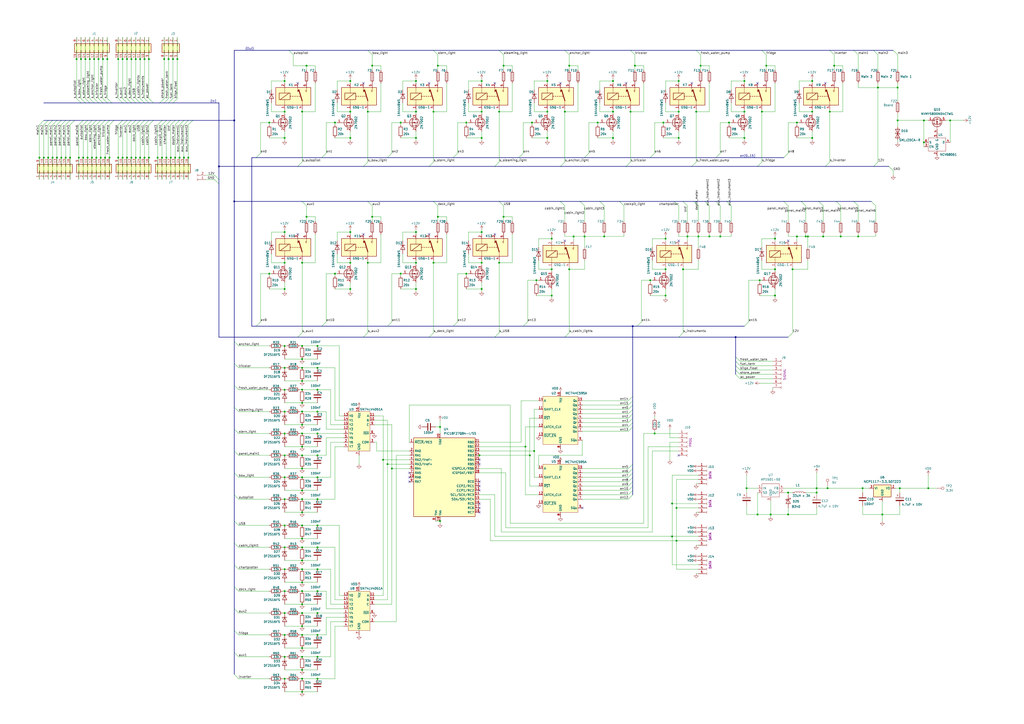
<source format=kicad_sch>
(kicad_sch (version 20250114) (generator "eeschema") (generator_version "9.0")
  (paper "A2")
  (bus_alias "In" (members "s_autopilot" "s_bow_light" "s_stern_light" "s_steaming_light" "s_anchor_light" "s_tricolor" "s_fresh_water_pump" "s_fridge" "s_inverter" "s_aux[1..2]" "s_USB" "s_cabin_lights" "s_instruments" "bilge_float" "shore_power" "fuel_tank" "fresh_water_tank" "12V" "GND" "ac_power" "s_deck_light"))
  (bus_alias "Out" (members "autopilot" "bow_light" "stern_light" "steaming_light" "anchor_light" "tricolor" "fresh_water_pump" "fridge" "inverter" "aux[1..2]" "USB" "cabin_light[1..3]" "cockpit_light" "chartplotter" "VHF" "deck_light" "depth_meter" "aux_instrument[1..3]" "panel_main[1..6]" "main[1..3]" "deck_light"))
  (junction (at 127 96.52))
  (junction (at 175.26 355.6))
  (junction (at 520.7 50.8))
  (junction (at 433.07 283.21))
  (junction (at 96.52 91.44))
  (junction (at 83.82 34.29))
  (junction (at 165.1 46.99))
  (junction (at 520.7 69.85))
  (junction (at 462.28 137.16))
  (junction (at 406.4 38.1))
  (junction (at 203.2 152.4))
  (junction (at 447.04 298.45))
  (junction (at 255.27 302.26))
  (junction (at 76.2 34.29))
  (junction (at 500.38 283.21))
  (junction (at 54.61 34.29))
  (junction (at 175.26 363.22))
  (junction (at 184.15 264.16))
  (junction (at 392.43 294.64))
  (junction (at 241.3 64.77))
  (junction (at 431.8 64.77))
  (junction (at 320.04 171.45))
  (junction (at 307.34 264.16))
  (junction (at 60.96 91.44))
  (junction (at 71.12 91.44))
  (junction (at 251.46 152.4))
  (junction (at 393.7 80.01))
  (junction (at 449.58 171.45))
  (junction (at 165.1 152.4))
  (junction (at 457.2 285.75))
  (junction (at 175.26 64.77))
  (junction (at 203.2 167.64))
  (junction (at 292.1 125.73))
  (junction (at 175.26 350.52))
  (junction (at 175.26 233.68))
  (junction (at 431.8 46.99))
  (junction (at 175.26 330.2))
  (junction (at 292.1 38.1))
  (junction (at 175.26 375.92))
  (junction (at 22.86 91.44))
  (junction (at 73.66 91.44))
  (junction (at 165.1 276.86))
  (junction (at 175.26 312.42))
  (junction (at 241.3 46.99))
  (junction (at 215.9 38.1))
  (junction (at 48.26 91.44))
  (junction (at 279.4 167.64))
  (junction (at 106.68 91.44))
  (junction (at 27.94 91.44))
  (junction (at 386.08 156.21))
  (junction (at 45.72 91.44))
  (junction (at 175.26 208.28))
  (junction (at 156.21 158.75))
  (junction (at 175.26 304.8))
  (junction (at 33.02 91.44))
  (junction (at 175.26 388.62))
  (junction (at 255.27 247.65))
  (junction (at 177.8 38.1))
  (junction (at 332.74 137.16))
  (junction (at 175.26 297.18))
  (junction (at 389.89 311.15))
  (junction (at 175.26 259.08))
  (junction (at 165.1 200.66))
  (junction (at 25.4 91.44))
  (junction (at 279.4 134.62))
  (junction (at 63.5 91.44))
  (junction (at 538.48 283.21))
  (junction (at 101.6 91.44))
  (junction (at 57.15 34.29))
  (junction (at 175.26 220.98))
  (junction (at 93.98 91.44))
  (junction (at 175.26 213.36))
  (junction (at 477.52 137.16))
  (junction (at 175.26 271.78))
  (junction (at 175.26 251.46))
  (junction (at 184.15 200.66))
  (junction (at 317.5 80.01))
  (junction (at 165.1 342.9))
  (junction (at 184.15 213.36))
  (junction (at 40.64 91.44))
  (junction (at 254 38.1))
  (junction (at 100.33 34.29))
  (junction (at 175.26 401.32))
  (junction (at 392.43 313.69))
  (junction (at 317.5 64.77))
  (junction (at 441.96 64.77))
  (junction (at 91.44 91.44))
  (junction (at 68.58 34.29))
  (junction (at 355.6 64.77))
  (junction (at 473.71 283.21))
  (junction (at 467.36 137.16))
  (junction (at 309.88 261.62))
  (junction (at 73.66 34.29))
  (junction (at 184.15 393.7))
  (junction (at 365.76 64.77))
  (junction (at 35.56 91.44))
  (junction (at 368.3 38.1))
  (junction (at 95.25 34.29))
  (junction (at 78.74 91.44))
  (junction (at 78.74 34.29))
  (junction (at 184.15 342.9))
  (junction (at 135.89 116.84))
  (junction (at 55.88 91.44))
  (junction (at 175.26 337.82))
  (junction (at 254 125.73))
  (junction (at 52.07 34.29))
  (junction (at 222.25 266.7))
  (junction (at 53.34 91.44))
  (junction (at 175.26 368.3))
  (junction (at 184.15 251.46))
  (junction (at 417.83 137.16))
  (junction (at 471.17 64.77))
  (junction (at 403.86 64.77))
  (junction (at 439.42 298.45))
  (junction (at 165.1 381))
  (junction (at 49.53 34.29))
  (junction (at 175.26 317.5))
  (junction (at 165.1 80.01))
  (junction (at 86.36 91.44))
  (junction (at 481.33 64.77))
  (junction (at 175.26 238.76))
  (junction (at 215.9 125.73))
  (junction (at 308.61 71.12))
  (junction (at 175.26 393.7))
  (junction (at 431.8 80.01))
  (junction (at 104.14 91.44))
  (junction (at 279.4 46.99))
  (junction (at 411.48 137.16))
  (junction (at 165.1 251.46))
  (junction (at 76.2 91.44))
  (junction (at 320.04 156.21))
  (junction (at 379.73 251.46))
  (junction (at 330.2 38.1))
  (junction (at 426.72 195.58))
  (junction (at 355.6 80.01))
  (junction (at 449.58 156.21))
  (junction (at 175.26 325.12))
  (junction (at 175.26 246.38))
  (junction (at 270.51 158.75))
  (junction (at 279.4 152.4))
  (junction (at 165.1 226.06))
  (junction (at 278.13 264.16))
  (junction (at 270.51 71.12))
  (junction (at 241.3 167.64))
  (junction (at 393.7 46.99))
  (junction (at 83.82 91.44))
  (junction (at 46.99 34.29))
  (junction (at 135.89 69.85))
  (junction (at 468.63 137.16))
  (junction (at 473.71 285.75))
  (junction (at 59.69 34.29))
  (junction (at 177.8 125.73))
  (junction (at 184.15 355.6))
  (junction (at 227.33 271.78))
  (junction (at 471.17 80.01))
  (junction (at 304.8 259.08))
  (junction (at 99.06 91.44))
  (junction (at 471.17 46.99))
  (junction (at 175.26 381))
  (junction (at 38.1 91.44))
  (junction (at 165.1 213.36))
  (junction (at 311.15 162.56))
  (junction (at 184.15 381))
  (junction (at 232.41 158.75))
  (junction (at 389.89 292.1))
  (junction (at 68.58 91.44))
  (junction (at 184.15 368.3))
  (junction (at 184.15 317.5))
  (junction (at 422.91 71.12))
  (junction (at 165.1 238.76))
  (junction (at 320.04 138.43))
  (junction (at 487.68 137.16))
  (junction (at 350.52 137.16))
  (junction (at 289.56 64.77))
  (junction (at 241.3 134.62))
  (junction (at 184.15 289.56))
  (junction (at 109.22 91.44))
  (junction (at 327.66 64.77))
  (junction (at 165.1 264.16))
  (junction (at 165.1 289.56))
  (junction (at 449.58 138.43))
  (junction (at 165.1 304.8))
  (junction (at 165.1 330.2))
  (junction (at 184.15 330.2))
  (junction (at 339.09 137.16))
  (junction (at 405.13 137.16))
  (junction (at 175.26 289.56))
  (junction (at 377.19 162.56))
  (junction (at 165.1 368.3))
  (junction (at 497.84 137.16))
  (junction (at 203.2 134.62))
  (junction (at 398.78 137.16))
  (junction (at 30.48 91.44))
  (junction (at 279.4 64.77))
  (junction (at 480.06 283.21))
  (junction (at 175.26 264.16))
  (junction (at 459.74 156.21))
  (junction (at 165.1 393.7))
  (junction (at 241.3 80.01))
  (junction (at 81.28 91.44))
  (junction (at 165.1 64.77))
  (junction (at 175.26 226.06))
  (junction (at 194.31 158.75))
  (junction (at 86.36 34.29))
  (junction (at 102.87 34.29))
  (junction (at 213.36 152.4))
  (junction (at 175.26 276.86))
  (junction (at 62.23 34.29))
  (junction (at 97.79 34.29))
  (junction (at 386.08 138.43))
  (junction (at 203.2 46.99))
  (junction (at 511.81 298.45))
  (junction (at 156.21 71.12))
  (junction (at 346.71 71.12))
  (junction (at 440.69 162.56))
  (junction (at 279.4 80.01))
  (junction (at 213.36 64.77))
  (junction (at 175.26 342.9))
  (junction (at 232.41 71.12))
  (junction (at 58.42 91.44))
  (junction (at 184.15 276.86))
  (junction (at 317.5 46.99))
  (junction (at 184.15 238.76))
  (junction (at 386.08 171.45))
  (junction (at 251.46 64.77))
  (junction (at 165.1 134.62))
  (junction (at 535.94 69.85))
  (junction (at 203.2 64.77))
  (junction (at 203.2 80.01))
  (junction (at 184.15 304.8))
  (junction (at 396.24 156.21))
  (junction (at 462.28 71.12))
  (junction (at 50.8 91.44))
  (junction (at 355.6 46.99))
  (junction (at 393.7 64.77))
  (junction (at 483.87 38.1))
  (junction (at 535.94 82.55))
  (junction (at 224.79 269.24))
  (junction (at 165.1 355.6))
  (junction (at 330.2 156.21))
  (junction (at 367.03 189.23))
  (junction (at 175.26 152.4))
  (junction (at 71.12 34.29))
  (junction (at 521.97 283.21))
  (junction (at 165.1 317.5))
  (junction (at 175.26 284.48))
  (junction (at 509.27 50.8))
  (junction (at 165.1 167.64))
  (junction (at 457.2 298.45))
  (junction (at 444.5 38.1))
  (junction (at 551.18 69.85))
  (junction (at 81.28 34.29))
  (junction (at 194.31 71.12))
  (junction (at 175.26 200.66))
  (junction (at 44.45 34.29))
  (junction (at 289.56 152.4))
  (junction (at 384.81 71.12))
  (junction (at 241.3 152.4))
  (junction (at 184.15 226.06))
  (no_connect (at 457.2 139.7))
  (no_connect (at 439.42 48.26))
  (no_connect (at 287.02 48.26))
  (no_connect (at 393.7 264.16))
  (no_connect (at 237.49 274.32))
  (no_connect (at 210.82 48.26))
  (no_connect (at 278.13 292.1))
  (no_connect (at 278.13 281.94))
  (no_connect (at 337.82 294.64))
  (no_connect (at 248.92 135.89))
  (no_connect (at 478.79 48.26))
  (no_connect (at 172.72 48.26))
  (no_connect (at 278.13 279.4))
  (no_connect (at 278.13 294.64))
  (no_connect (at 325.12 48.26))
  (no_connect (at 287.02 135.89))
  (no_connect (at 172.72 135.89))
  (no_connect (at 278.13 269.24))
  (no_connect (at 278.13 266.7))
  (no_connect (at 237.49 276.86))
  (no_connect (at 278.13 297.18))
  (no_connect (at 401.32 48.26))
  (no_connect (at 248.92 48.26))
  (no_connect (at 327.66 139.7))
  (no_connect (at 363.22 48.26))
  (no_connect (at 278.13 284.48))
  (no_connect (at 210.82 135.89))
  (no_connect (at 237.49 279.4))
  (no_connect (at 393.7 139.7))
  (bus_entry (at 248.92 195.58) (size 2.54 -2.54))
  (bus_entry (at 111.76 69.85) (size -2.54 2.54))
  (bus_entry (at 327.66 195.58) (size 2.54 -2.54))
  (bus_entry (at 135.89 236.22) (size 2.54 2.54))
  (bus_entry (at 97.79 59.69) (size 2.54 -2.54))
  (bus_entry (at 135.89 327.66) (size 2.54 2.54))
  (bus_entry (at 127 104.14) (size -2.54 -2.54))
  (bus_entry (at 391.16 116.84) (size 2.54 2.54))
  (bus_entry (at 495.3 29.21) (size 2.54 2.54))
  (bus_entry (at 426.72 212.09) (size 2.54 2.54))
  (bus_entry (at 505.46 116.84) (size 2.54 2.54))
  (bus_entry (at 135.89 353.06) (size 2.54 2.54))
  (bus_entry (at 367.03 279.4) (size -2.54 2.54))
  (bus_entry (at 57.15 59.69) (size -2.54 -2.54))
  (bus_entry (at 365.76 29.21) (size 2.54 2.54))
  (bus_entry (at 367.03 229.87) (size -2.54 2.54))
  (bus_entry (at 64.77 59.69) (size -2.54 -2.54))
  (bus_entry (at 336.55 116.84) (size 2.54 2.54))
  (bus_entry (at 135.89 287.02) (size 2.54 2.54))
  (bus_entry (at 415.29 116.84) (size 2.54 2.54))
  (bus_entry (at 148.59 189.23) (size 2.54 -2.54))
  (bus_entry (at 86.36 59.69) (size -2.54 -2.54))
  (bus_entry (at 48.26 69.85) (size -2.54 2.54))
  (bus_entry (at 135.89 378.46) (size 2.54 2.54))
  (bus_entry (at 300.99 91.44) (size 2.54 -2.54))
  (bus_entry (at 325.12 116.84) (size 2.54 2.54))
  (bus_entry (at 71.12 69.85) (size -2.54 2.54))
  (bus_entry (at 367.03 284.48) (size -2.54 2.54))
  (bus_entry (at 66.04 69.85) (size -2.54 2.54))
  (bus_entry (at 367.03 240.03) (size -2.54 2.54))
  (bus_entry (at 213.36 29.21) (size 2.54 2.54))
  (bus_entry (at 83.82 69.85) (size -2.54 2.54))
  (bus_entry (at 76.2 69.85) (size -2.54 2.54))
  (bus_entry (at 396.24 116.84) (size 2.54 2.54))
  (bus_entry (at 474.98 116.84) (size 2.54 2.54))
  (bus_entry (at 27.94 69.85) (size -2.54 2.54))
  (bus_entry (at 262.89 91.44) (size 2.54 -2.54))
  (bus_entry (at 426.72 209.55) (size 2.54 2.54))
  (bus_entry (at 135.89 365.76) (size 2.54 2.54))
  (bus_entry (at 367.03 271.78) (size -2.54 2.54))
  (bus_entry (at 95.25 59.69) (size 2.54 -2.54))
  (bus_entry (at 367.03 269.24) (size -2.54 2.54))
  (bus_entry (at 359.41 116.84) (size 2.54 2.54))
  (bus_entry (at 439.42 96.52) (size 2.54 -2.54))
  (bus_entry (at 135.89 391.16) (size 2.54 2.54))
  (bus_entry (at 30.48 69.85) (size -2.54 2.54))
  (bus_entry (at 441.96 29.21) (size 2.54 2.54))
  (bus_entry (at 135.89 261.62) (size 2.54 2.54))
  (bus_entry (at 73.66 59.69) (size -2.54 -2.54))
  (bus_entry (at 172.72 96.52) (size 2.54 -2.54))
  (bus_entry (at 135.89 223.52) (size 2.54 2.54))
  (bus_entry (at 135.89 210.82) (size 2.54 2.54))
  (bus_entry (at 127 106.68) (size -2.54 -2.54))
  (bus_entry (at 49.53 59.69) (size -2.54 -2.54))
  (bus_entry (at 52.07 59.69) (size -2.54 -2.54))
  (bus_entry (at 377.19 91.44) (size 2.54 -2.54))
  (bus_entry (at 135.89 302.26) (size 2.54 2.54))
  (bus_entry (at 46.99 59.69) (size -2.54 -2.54))
  (bus_entry (at 88.9 59.69) (size -2.54 -2.54))
  (bus_entry (at 59.69 59.69) (size -2.54 -2.54))
  (bus_entry (at 86.36 69.85) (size -2.54 2.54))
  (bus_entry (at 78.74 59.69) (size -2.54 -2.54))
  (bus_entry (at 506.73 29.21) (size 2.54 2.54))
  (bus_entry (at 287.02 195.58) (size 2.54 -2.54))
  (bus_entry (at 96.52 69.85) (size -2.54 2.54))
  (bus_entry (at 289.56 116.84) (size 2.54 2.54))
  (bus_entry (at 367.03 274.32) (size -2.54 2.54))
  (bus_entry (at 485.14 116.84) (size 2.54 2.54))
  (bus_entry (at 426.72 217.17) (size 2.54 2.54))
  (bus_entry (at 426.72 214.63) (size 2.54 2.54))
  (bus_entry (at 83.82 59.69) (size -2.54 -2.54))
  (bus_entry (at 33.02 69.85) (size -2.54 2.54))
  (bus_entry (at 101.6 69.85) (size -2.54 2.54))
  (bus_entry (at 71.12 59.69) (size -2.54 -2.54))
  (bus_entry (at 55.88 69.85) (size -2.54 2.54))
  (bus_entry (at 367.03 276.86) (size -2.54 2.54))
  (bus_entry (at 81.28 59.69) (size -2.54 -2.54))
  (bus_entry (at 421.64 116.84) (size 2.54 2.54))
  (bus_entry (at 457.2 195.58) (size 2.54 -2.54))
  (bus_entry (at 303.53 189.23) (size 2.54 -2.54))
  (bus_entry (at 481.33 29.21) (size 2.54 2.54))
  (bus_entry (at 210.82 195.58) (size 2.54 -2.54))
  (bus_entry (at 88.9 69.85) (size -2.54 2.54))
  (bus_entry (at 403.86 29.21) (size 2.54 2.54))
  (bus_entry (at 224.79 91.44) (size 2.54 -2.54))
  (bus_entry (at 175.26 116.84) (size 2.54 2.54))
  (bus_entry (at 367.03 281.94) (size -2.54 2.54))
  (bus_entry (at 135.89 248.92) (size 2.54 2.54))
  (bus_entry (at 367.03 287.02) (size -2.54 2.54))
  (bus_entry (at 35.56 69.85) (size -2.54 2.54))
  (bus_entry (at 62.23 59.69) (size -2.54 -2.54))
  (bus_entry (at 224.79 189.23) (size 2.54 -2.54))
  (bus_entry (at 402.59 116.84) (size 2.54 2.54))
  (bus_entry (at 347.98 116.84) (size 2.54 2.54))
  (bus_entry (at 76.2 59.69) (size -2.54 -2.54))
  (bus_entry (at 464.82 116.84) (size 2.54 2.54))
  (bus_entry (at 518.16 29.21) (size 2.54 2.54))
  (bus_entry (at 515.62 96.52) (size 2.54 2.54))
  (bus_entry (at 92.71 59.69) (size 2.54 -2.54))
  (bus_entry (at 251.46 116.84) (size 2.54 2.54))
  (bus_entry (at 426.72 207.01) (size 2.54 2.54))
  (bus_entry (at 63.5 69.85) (size -2.54 2.54))
  (bus_entry (at 262.89 189.23) (size 2.54 -2.54))
  (bus_entry (at 287.02 96.52) (size 2.54 -2.54))
  (bus_entry (at 339.09 91.44) (size 2.54 -2.54))
  (bus_entry (at 210.82 96.52) (size 2.54 -2.54))
  (bus_entry (at 135.89 198.12) (size 2.54 2.54))
  (bus_entry (at 135.89 274.32) (size 2.54 2.54))
  (bus_entry (at 54.61 59.69) (size -2.54 -2.54))
  (bus_entry (at 478.79 96.52) (size 2.54 -2.54))
  (bus_entry (at 408.94 116.84) (size 2.54 2.54))
  (bus_entry (at 148.59 91.44) (size 2.54 -2.54))
  (bus_entry (at 367.03 232.41) (size -2.54 2.54))
  (bus_entry (at 289.56 29.21) (size 2.54 2.54))
  (bus_entry (at 325.12 96.52) (size 2.54 -2.54))
  (bus_entry (at 73.66 69.85) (size -2.54 2.54))
  (bus_entry (at 367.03 234.95) (size -2.54 2.54))
  (bus_entry (at 369.57 189.23) (size 2.54 -2.54))
  (bus_entry (at 43.18 69.85) (size -2.54 2.54))
  (bus_entry (at 58.42 69.85) (size -2.54 2.54))
  (bus_entry (at 454.66 116.84) (size 2.54 2.54))
  (bus_entry (at 81.28 69.85) (size -2.54 2.54))
  (bus_entry (at 25.4 69.85) (size -2.54 2.54))
  (bus_entry (at 186.69 91.44) (size 2.54 -2.54))
  (bus_entry (at 78.74 69.85) (size -2.54 2.54))
  (bus_entry (at 104.14 69.85) (size -2.54 2.54))
  (bus_entry (at 40.64 69.85) (size -2.54 2.54))
  (bus_entry (at 172.72 195.58) (size 2.54 -2.54))
  (bus_entry (at 415.29 91.44) (size 2.54 -2.54))
  (bus_entry (at 367.03 242.57) (size -2.54 2.54))
  (bus_entry (at 454.66 91.44) (size 2.54 -2.54))
  (bus_entry (at 167.64 29.21) (size 2.54 2.54))
  (bus_entry (at 367.03 247.65) (size -2.54 2.54))
  (bus_entry (at 106.68 69.85) (size -2.54 2.54))
  (bus_entry (at 100.33 59.69) (size 2.54 -2.54))
  (bus_entry (at 431.8 189.23) (size 2.54 -2.54))
  (bus_entry (at 251.46 29.21) (size 2.54 2.54))
  (bus_entry (at 60.96 69.85) (size -2.54 2.54))
  (bus_entry (at 248.92 96.52) (size 2.54 -2.54))
  (bus_entry (at 363.22 96.52) (size 2.54 -2.54))
  (bus_entry (at 38.1 69.85) (size -2.54 2.54))
  (bus_entry (at 135.89 314.96) (size 2.54 2.54))
  (bus_entry (at 50.8 69.85) (size -2.54 2.54))
  (bus_entry (at 495.3 116.84) (size 2.54 2.54))
  (bus_entry (at 135.89 340.36) (size 2.54 2.54))
  (bus_entry (at 367.03 237.49) (size -2.54 2.54))
  (bus_entry (at 186.69 189.23) (size 2.54 -2.54))
  (bus_entry (at 53.34 69.85) (size -2.54 2.54))
  (bus_entry (at 109.22 69.85) (size -2.54 2.54))
  (bus_entry (at 367.03 245.11) (size -2.54 2.54))
  (bus_entry (at 327.66 29.21) (size 2.54 2.54))
  (bus_entry (at 506.73 96.52) (size 2.54 -2.54))
  (bus_entry (at 99.06 69.85) (size -2.54 2.54))
  (bus_entry (at 393.7 195.58) (size 2.54 -2.54))
  (bus_entry (at 213.36 116.84) (size 2.54 2.54))
  (bus_entry (at 93.98 69.85) (size -2.54 2.54))
  (bus_entry (at 401.32 96.52) (size 2.54 -2.54))
  (wire (pts (xy 270.51 158.75) (xy 271.78 158.75)))
  (wire (pts (xy 405.13 316.23) (xy 403.86 316.23)))
  (wire (pts (xy 138.43 289.56) (xy 156.21 289.56)))
  (wire (pts (xy 405.13 119.38) (xy 405.13 128.27)))
  (wire (pts (xy 227.33 158.75) (xy 227.33 186.69)))
  (wire (pts (xy 97.79 34.29) (xy 97.79 57.15)))
  (wire (pts (xy 396.24 156.21) (xy 396.24 193.04)))
  (wire (pts (xy 375.92 306.07) (xy 293.37 306.07)))
  (wire (pts (xy 337.82 232.41) (xy 364.49 232.41)))
  (wire (pts (xy 339.09 137.16) (xy 332.74 137.16)))
  (wire (pts (xy 405.13 330.2) (xy 392.43 330.2)))
  (bus (pts (xy 289.56 116.84) (xy 325.12 116.84)))
  (wire (pts (xy 457.2 285.75) (xy 459.74 285.75)))
  (wire (pts (xy 177.8 38.1) (xy 177.8 40.64)))
  (wire (pts (xy 297.18 135.89) (xy 297.18 152.4)))
  (wire (pts (xy 57.15 21.59) (xy 57.15 34.29)))
  (wire (pts (xy 165.1 213.36) (xy 166.37 213.36)))
  (bus (pts (xy 248.92 96.52) (xy 210.82 96.52)))
  (bus (pts (xy 95.25 59.69) (xy 92.71 59.69)))
  (bus (pts (xy 127 96.52) (xy 172.72 96.52)))
  (wire (pts (xy 289.56 152.4) (xy 289.56 151.13)))
  (wire (pts (xy 175.26 64.77) (xy 175.26 93.98)))
  (wire (pts (xy 86.36 72.39) (xy 86.36 91.44)))
  (wire (pts (xy 252.73 247.65) (xy 255.27 247.65)))
  (wire (pts (xy 78.74 21.59) (xy 78.74 34.29)))
  (wire (pts (xy 306.07 162.56) (xy 311.15 162.56)))
  (bus (pts (xy 46.99 59.69) (xy 49.53 59.69)))
  (wire (pts (xy 508 119.38) (xy 508 128.27)))
  (bus (pts (xy 135.89 223.52) (xy 135.89 236.22)))
  (wire (pts (xy 44.45 34.29) (xy 44.45 57.15)))
  (wire (pts (xy 76.2 34.29) (xy 76.2 57.15)))
  (wire (pts (xy 448.31 226.06) (xy 448.31 224.79)))
  (wire (pts (xy 393.7 135.89) (xy 393.7 137.16)))
  (wire (pts (xy 312.42 281.94) (xy 307.34 281.94)))
  (wire (pts (xy 81.28 34.29) (xy 81.28 57.15)))
  (wire (pts (xy 83.82 34.29) (xy 83.82 57.15)))
  (wire (pts (xy 411.48 137.16) (xy 417.83 137.16)))
  (wire (pts (xy 233.68 46.99) (xy 233.68 52.07)))
  (wire (pts (xy 46.99 34.29) (xy 46.99 57.15)))
  (wire (pts (xy 213.36 64.77) (xy 213.36 93.98)))
  (wire (pts (xy 165.1 46.99) (xy 157.48 46.99)))
  (wire (pts (xy 468.63 137.16) (xy 477.52 137.16)))
  (bus (pts (xy 506.73 29.21) (xy 518.16 29.21)))
  (wire (pts (xy 386.08 156.21) (xy 386.08 157.48)))
  (wire (pts (xy 271.78 59.69) (xy 271.78 64.77)))
  (bus (pts (xy 367.03 284.48) (xy 367.03 287.02)))
  (bus (pts (xy 303.53 189.23) (xy 367.03 189.23)))
  (wire (pts (xy 194.31 393.7) (xy 184.15 393.7)))
  (wire (pts (xy 521.97 293.37) (xy 521.97 298.45)))
  (wire (pts (xy 302.26 232.41) (xy 312.42 232.41)))
  (wire (pts (xy 102.87 34.29) (xy 102.87 57.15)))
  (wire (pts (xy 170.18 38.1) (xy 177.8 38.1)))
  (wire (pts (xy 500.38 283.21) (xy 504.19 283.21)))
  (wire (pts (xy 521.97 283.21) (xy 521.97 285.75)))
  (wire (pts (xy 165.1 271.78) (xy 175.26 271.78)))
  (wire (pts (xy 441.96 151.13) (xy 441.96 156.21)))
  (wire (pts (xy 309.88 59.69) (xy 309.88 64.77)))
  (wire (pts (xy 54.61 21.59) (xy 54.61 34.29)))
  (wire (pts (xy 393.7 46.99) (xy 386.08 46.99)))
  (wire (pts (xy 365.76 64.77) (xy 365.76 63.5)))
  (wire (pts (xy 325.12 266.7) (xy 325.12 267.97)))
  (bus (pts (xy 127 104.14) (xy 127 96.52)))
  (wire (pts (xy 71.12 21.59) (xy 71.12 34.29)))
  (wire (pts (xy 195.58 64.77) (xy 203.2 64.77)))
  (wire (pts (xy 417.83 71.12) (xy 417.83 88.9)))
  (wire (pts (xy 330.2 156.21) (xy 330.2 154.94)))
  (wire (pts (xy 194.31 347.98) (xy 194.31 317.5)))
  (bus (pts (xy 367.03 269.24) (xy 367.03 271.78)))
  (bus (pts (xy 104.14 69.85) (xy 101.6 69.85)))
  (wire (pts (xy 303.53 71.12) (xy 303.53 88.9)))
  (bus (pts (xy 474.98 116.84) (xy 485.14 116.84)))
  (wire (pts (xy 233.68 134.62) (xy 233.68 139.7)))
  (wire (pts (xy 433.07 283.21) (xy 439.42 283.21)))
  (wire (pts (xy 355.6 46.99) (xy 355.6 48.26)))
  (wire (pts (xy 411.48 48.26) (xy 411.48 64.77)))
  (wire (pts (xy 441.96 64.77) (xy 441.96 63.5)))
  (bus (pts (xy 73.66 69.85) (xy 76.2 69.85)))
  (wire (pts (xy 384.81 80.01) (xy 393.7 80.01)))
  (wire (pts (xy 403.86 64.77) (xy 403.86 63.5)))
  (wire (pts (xy 347.98 59.69) (xy 347.98 64.77)))
  (wire (pts (xy 199.39 248.92) (xy 189.23 248.92)))
  (wire (pts (xy 521.97 283.21) (xy 538.48 283.21)))
  (bus (pts (xy 441.96 29.21) (xy 481.33 29.21)))
  (wire (pts (xy 104.14 91.44) (xy 104.14 104.14)))
  (wire (pts (xy 327.66 64.77) (xy 335.28 64.77)))
  (wire (pts (xy 44.45 21.59) (xy 44.45 34.29)))
  (wire (pts (xy 389.89 292.1) (xy 405.13 292.1)))
  (wire (pts (xy 203.2 134.62) (xy 195.58 134.62)))
  (wire (pts (xy 373.38 38.1) (xy 373.38 40.64)))
  (wire (pts (xy 182.88 48.26) (xy 182.88 64.77)))
  (wire (pts (xy 38.1 91.44) (xy 38.1 104.14)))
  (wire (pts (xy 177.8 125.73) (xy 177.8 128.27)))
  (wire (pts (xy 471.17 64.77) (xy 471.17 63.5)))
  (wire (pts (xy 86.36 91.44) (xy 86.36 104.14)))
  (wire (pts (xy 431.8 45.72) (xy 431.8 46.99)))
  (wire (pts (xy 449.58 156.21) (xy 449.58 154.94)))
  (wire (pts (xy 270.51 160.02) (xy 270.51 158.75)))
  (bus (pts (xy 71.12 59.69) (xy 64.77 59.69)))
  (wire (pts (xy 279.4 76.2) (xy 279.4 80.01)))
  (wire (pts (xy 297.18 125.73) (xy 297.18 128.27)))
  (wire (pts (xy 265.43 158.75) (xy 270.51 158.75)))
  (wire (pts (xy 386.08 46.99) (xy 386.08 52.07)))
  (bus (pts (xy 391.16 116.84) (xy 396.24 116.84)))
  (bus (pts (xy 73.66 59.69) (xy 71.12 59.69)))
  (wire (pts (xy 278.13 261.62) (xy 309.88 261.62)))
  (wire (pts (xy 156.21 80.01) (xy 165.1 80.01)))
  (bus (pts (xy 367.03 247.65) (xy 367.03 269.24)))
  (wire (pts (xy 337.82 279.4) (xy 364.49 279.4)))
  (bus (pts (xy 148.59 91.44) (xy 186.69 91.44)))
  (bus (pts (xy 289.56 29.21) (xy 327.66 29.21)))
  (wire (pts (xy 317.5 46.99) (xy 317.5 48.26)))
  (wire (pts (xy 165.1 297.18) (xy 175.26 297.18)))
  (wire (pts (xy 378.46 261.62) (xy 393.7 261.62)))
  (wire (pts (xy 259.08 125.73) (xy 259.08 128.27)))
  (wire (pts (xy 320.04 156.21) (xy 320.04 154.94)))
  (wire (pts (xy 350.52 119.38) (xy 350.52 128.27)))
  (wire (pts (xy 279.4 46.99) (xy 271.78 46.99)))
  (wire (pts (xy 163.83 200.66) (xy 165.1 200.66)))
  (wire (pts (xy 57.15 34.29) (xy 57.15 57.15)))
  (bus (pts (xy 33.02 69.85) (xy 35.56 69.85)))
  (wire (pts (xy 27.94 91.44) (xy 27.94 104.14)))
  (bus (pts (xy 146.05 91.44) (xy 146.05 189.23)))
  (bus (pts (xy 83.82 69.85) (xy 86.36 69.85)))
  (wire (pts (xy 203.2 46.99) (xy 195.58 46.99)))
  (wire (pts (xy 254 125.73) (xy 254 128.27)))
  (wire (pts (xy 368.3 38.1) (xy 368.3 40.64)))
  (wire (pts (xy 337.82 264.16) (xy 312.42 264.16)))
  (wire (pts (xy 309.88 46.99) (xy 309.88 52.07)))
  (wire (pts (xy 163.83 393.7) (xy 165.1 393.7)))
  (wire (pts (xy 157.48 64.77) (xy 165.1 64.77)))
  (wire (pts (xy 405.13 135.89) (xy 405.13 137.16)))
  (wire (pts (xy 483.87 38.1) (xy 483.87 40.64)))
  (wire (pts (xy 215.9 119.38) (xy 215.9 125.73)))
  (bus (pts (xy 135.89 69.85) (xy 135.89 116.84)))
  (wire (pts (xy 175.26 152.4) (xy 182.88 152.4)))
  (wire (pts (xy 386.08 138.43) (xy 386.08 139.7)))
  (bus (pts (xy 135.89 340.36) (xy 135.89 353.06)))
  (bus (pts (xy 300.99 91.44) (xy 339.09 91.44)))
  (bus (pts (xy 25.4 69.85) (xy 27.94 69.85)))
  (wire (pts (xy 403.86 64.77) (xy 411.48 64.77)))
  (wire (pts (xy 191.77 256.54) (xy 191.77 276.86)))
  (wire (pts (xy 208.28 264.16) (xy 208.28 269.24)))
  (bus (pts (xy 464.82 116.84) (xy 474.98 116.84)))
  (wire (pts (xy 481.33 64.77) (xy 481.33 93.98)))
  (wire (pts (xy 163.83 317.5) (xy 165.1 317.5)))
  (wire (pts (xy 73.66 34.29) (xy 73.66 57.15)))
  (wire (pts (xy 497.84 135.89) (xy 497.84 137.16)))
  (wire (pts (xy 50.8 72.39) (xy 50.8 91.44)))
  (wire (pts (xy 312.42 237.49) (xy 309.88 237.49)))
  (wire (pts (xy 196.85 241.3) (xy 196.85 200.66)))
  (wire (pts (xy 175.26 342.9) (xy 184.15 342.9)))
  (wire (pts (xy 434.34 162.56) (xy 440.69 162.56)))
  (wire (pts (xy 222.25 266.7) (xy 222.25 345.44)))
  (wire (pts (xy 194.31 243.84) (xy 194.31 213.36)))
  (wire (pts (xy 290.83 271.78) (xy 290.83 308.61)))
  (wire (pts (xy 191.77 381) (xy 184.15 381)))
  (wire (pts (xy 500.38 293.37) (xy 500.38 298.45)))
  (wire (pts (xy 49.53 34.29) (xy 49.53 57.15)))
  (bus (pts (xy 478.79 96.52) (xy 506.73 96.52)))
  (wire (pts (xy 45.72 91.44) (xy 45.72 104.14)))
  (wire (pts (xy 434.34 162.56) (xy 434.34 186.69)))
  (bus (pts (xy 146.05 91.44) (xy 148.59 91.44)))
  (bus (pts (xy 81.28 59.69) (xy 78.74 59.69)))
  (wire (pts (xy 398.78 137.16) (xy 405.13 137.16)))
  (wire (pts (xy 396.24 156.21) (xy 396.24 154.94)))
  (wire (pts (xy 194.31 160.02) (xy 194.31 158.75)))
  (wire (pts (xy 289.56 152.4) (xy 289.56 193.04)))
  (wire (pts (xy 355.6 46.99) (xy 347.98 46.99)))
  (bus (pts (xy 76.2 69.85) (xy 78.74 69.85)))
  (wire (pts (xy 393.7 46.99) (xy 393.7 48.26)))
  (wire (pts (xy 189.23 238.76) (xy 184.15 238.76)))
  (wire (pts (xy 379.73 250.19) (xy 379.73 251.46)))
  (wire (pts (xy 463.55 46.99) (xy 463.55 52.07)))
  (wire (pts (xy 462.28 71.12) (xy 463.55 71.12)))
  (wire (pts (xy 58.42 91.44) (xy 58.42 104.14)))
  (wire (pts (xy 293.37 306.07) (xy 293.37 274.32)))
  (wire (pts (xy 22.86 91.44) (xy 22.86 104.14)))
  (wire (pts (xy 233.68 59.69) (xy 233.68 64.77)))
  (wire (pts (xy 157.48 147.32) (xy 157.48 152.4)))
  (wire (pts (xy 270.51 72.39) (xy 270.51 71.12)))
  (wire (pts (xy 497.84 31.75) (xy 497.84 40.64)))
  (wire (pts (xy 100.33 34.29) (xy 100.33 57.15)))
  (wire (pts (xy 215.9 31.75) (xy 215.9 38.1)))
  (wire (pts (xy 163.83 276.86) (xy 165.1 276.86)))
  (wire (pts (xy 175.26 317.5) (xy 184.15 317.5)))
  (wire (pts (xy 138.43 226.06) (xy 156.21 226.06)))
  (wire (pts (xy 173.99 317.5) (xy 175.26 317.5)))
  (bus (pts (xy 186.69 189.23) (xy 224.79 189.23)))
  (wire (pts (xy 224.79 347.98) (xy 217.17 347.98)))
  (wire (pts (xy 355.6 45.72) (xy 355.6 46.99)))
  (wire (pts (xy 175.26 152.4) (xy 175.26 193.04)))
  (bus (pts (xy 377.19 91.44) (xy 415.29 91.44)))
  (wire (pts (xy 441.96 64.77) (xy 441.96 93.98)))
  (bus (pts (xy 367.03 276.86) (xy 367.03 279.4)))
  (wire (pts (xy 449.58 167.64) (xy 449.58 171.45)))
  (wire (pts (xy 471.17 45.72) (xy 471.17 46.99)))
  (wire (pts (xy 241.3 134.62) (xy 241.3 135.89)))
  (wire (pts (xy 124.46 101.6) (xy 119.38 101.6)))
  (wire (pts (xy 175.26 238.76) (xy 184.15 238.76)))
  (wire (pts (xy 49.53 21.59) (xy 49.53 34.29)))
  (bus (pts (xy 30.48 69.85) (xy 27.94 69.85)))
  (wire (pts (xy 199.39 246.38) (xy 191.77 246.38)))
  (wire (pts (xy 377.19 171.45) (xy 386.08 171.45)))
  (wire (pts (xy 173.99 289.56) (xy 175.26 289.56)))
  (bus (pts (xy 186.69 91.44) (xy 224.79 91.44)))
  (bus (pts (xy 426.72 207.01) (xy 426.72 195.58)))
  (bus (pts (xy 106.68 69.85) (xy 104.14 69.85)))
  (wire (pts (xy 473.71 283.21) (xy 480.06 283.21)))
  (bus (pts (xy 71.12 69.85) (xy 66.04 69.85)))
  (wire (pts (xy 46.99 21.59) (xy 46.99 34.29)))
  (wire (pts (xy 375.92 259.08) (xy 393.7 259.08)))
  (wire (pts (xy 511.81 290.83) (xy 511.81 298.45)))
  (wire (pts (xy 330.2 156.21) (xy 330.2 193.04)))
  (wire (pts (xy 217.17 241.3) (xy 222.25 241.3)))
  (wire (pts (xy 182.88 135.89) (xy 182.88 152.4)))
  (wire (pts (xy 341.63 71.12) (xy 341.63 88.9)))
  (wire (pts (xy 224.79 243.84) (xy 224.79 269.24)))
  (wire (pts (xy 165.1 284.48) (xy 175.26 284.48)))
  (bus (pts (xy 135.89 236.22) (xy 135.89 248.92)))
  (bus (pts (xy 369.57 189.23) (xy 431.8 189.23)))
  (wire (pts (xy 93.98 91.44) (xy 93.98 104.14)))
  (wire (pts (xy 509.27 50.8) (xy 509.27 93.98)))
  (wire (pts (xy 297.18 38.1) (xy 297.18 40.64)))
  (bus (pts (xy 135.89 327.66) (xy 135.89 340.36)))
  (wire (pts (xy 165.1 251.46) (xy 166.37 251.46)))
  (wire (pts (xy 337.82 247.65) (xy 364.49 247.65)))
  (wire (pts (xy 431.8 46.99) (xy 424.18 46.99)))
  (wire (pts (xy 480.06 283.21) (xy 500.38 283.21)))
  (wire (pts (xy 279.4 163.83) (xy 279.4 167.64)))
  (bus (pts (xy 495.3 29.21) (xy 506.73 29.21)))
  (wire (pts (xy 467.36 119.38) (xy 467.36 128.27)))
  (wire (pts (xy 440.69 163.83) (xy 440.69 162.56)))
  (bus (pts (xy 415.29 91.44) (xy 454.66 91.44)))
  (wire (pts (xy 373.38 48.26) (xy 373.38 64.77)))
  (wire (pts (xy 386.08 137.16) (xy 386.08 138.43)))
  (bus (pts (xy 99.06 69.85) (xy 96.52 69.85)))
  (bus (pts (xy 367.03 237.49) (xy 367.03 240.03)))
  (wire (pts (xy 217.17 246.38) (xy 227.33 246.38)))
  (wire (pts (xy 293.37 274.32) (xy 278.13 274.32)))
  (wire (pts (xy 297.18 38.1) (xy 292.1 38.1)))
  (wire (pts (xy 83.82 91.44) (xy 83.82 104.14)))
  (wire (pts (xy 73.66 21.59) (xy 73.66 34.29)))
  (wire (pts (xy 392.43 278.13) (xy 392.43 294.64)))
  (wire (pts (xy 220.98 38.1) (xy 220.98 40.64)))
  (wire (pts (xy 203.2 64.77) (xy 203.2 63.5)))
  (wire (pts (xy 251.46 152.4) (xy 259.08 152.4)))
  (wire (pts (xy 339.09 137.16) (xy 350.52 137.16)))
  (wire (pts (xy 520.7 58.42) (xy 520.7 50.8)))
  (wire (pts (xy 337.82 287.02) (xy 364.49 287.02)))
  (wire (pts (xy 312.42 151.13) (xy 312.42 156.21)))
  (bus (pts (xy 402.59 116.84) (xy 408.94 116.84)))
  (wire (pts (xy 441.96 64.77) (xy 449.58 64.77)))
  (wire (pts (xy 163.83 251.46) (xy 165.1 251.46)))
  (wire (pts (xy 497.84 48.26) (xy 497.84 50.8)))
  (wire (pts (xy 365.76 64.77) (xy 365.76 93.98)))
  (wire (pts (xy 232.41 72.39) (xy 232.41 71.12)))
  (wire (pts (xy 175.26 151.13) (xy 175.26 152.4)))
  (bus (pts (xy 109.22 69.85) (xy 106.68 69.85)))
  (wire (pts (xy 195.58 59.69) (xy 195.58 64.77)))
  (wire (pts (xy 241.3 80.01) (xy 241.3 81.28)))
  (bus (pts (xy 367.03 234.95) (xy 367.03 237.49)))
  (wire (pts (xy 307.34 242.57) (xy 307.34 264.16)))
  (wire (pts (xy 393.7 45.72) (xy 393.7 46.99)))
  (wire (pts (xy 393.7 80.01) (xy 393.7 81.28)))
  (wire (pts (xy 361.95 135.89) (xy 361.95 137.16)))
  (wire (pts (xy 175.26 304.8) (xy 184.15 304.8)))
  (wire (pts (xy 165.1 133.35) (xy 165.1 134.62)))
  (wire (pts (xy 81.28 21.59) (xy 81.28 34.29)))
  (wire (pts (xy 386.08 59.69) (xy 386.08 64.77)))
  (bus (pts (xy 127 106.68) (xy 127 195.58)))
  (wire (pts (xy 227.33 71.12) (xy 232.41 71.12)))
  (bus (pts (xy 63.5 69.85) (xy 60.96 69.85)))
  (wire (pts (xy 302.26 256.54) (xy 302.26 232.41)))
  (wire (pts (xy 405.13 297.18) (xy 403.86 297.18)))
  (wire (pts (xy 81.28 72.39) (xy 81.28 91.44)))
  (wire (pts (xy 346.71 80.01) (xy 355.6 80.01)))
  (wire (pts (xy 341.63 71.12) (xy 346.71 71.12)))
  (wire (pts (xy 278.13 289.56) (xy 284.48 289.56)))
  (wire (pts (xy 312.42 247.65) (xy 304.8 247.65)))
  (wire (pts (xy 215.9 38.1) (xy 215.9 40.64)))
  (wire (pts (xy 386.08 138.43) (xy 378.46 138.43)))
  (wire (pts (xy 406.4 31.75) (xy 406.4 38.1)))
  (bus (pts (xy 135.89 378.46) (xy 135.89 391.16)))
  (wire (pts (xy 165.1 134.62) (xy 165.1 135.89)))
  (wire (pts (xy 457.2 137.16) (xy 462.28 137.16)))
  (wire (pts (xy 199.39 254) (xy 189.23 254)))
  (wire (pts (xy 487.68 135.89) (xy 487.68 137.16)))
  (wire (pts (xy 548.64 69.85) (xy 551.18 69.85)))
  (wire (pts (xy 194.31 289.56) (xy 184.15 289.56)))
  (wire (pts (xy 25.4 91.44) (xy 25.4 104.14)))
  (wire (pts (xy 196.85 200.66) (xy 184.15 200.66)))
  (wire (pts (xy 405.13 151.13) (xy 405.13 156.21)))
  (bus (pts (xy 135.89 302.26) (xy 135.89 314.96)))
  (wire (pts (xy 175.26 233.68) (xy 184.15 233.68)))
  (wire (pts (xy 173.99 330.2) (xy 175.26 330.2)))
  (wire (pts (xy 218.44 261.62) (xy 237.49 261.62)))
  (bus (pts (xy 100.33 59.69) (xy 127 59.69)))
  (wire (pts (xy 350.52 135.89) (xy 350.52 137.16)))
  (wire (pts (xy 520.7 69.85) (xy 520.7 73.66)))
  (wire (pts (xy 199.39 259.08) (xy 194.31 259.08)))
  (wire (pts (xy 320.04 167.64) (xy 320.04 171.45)))
  (wire (pts (xy 375.92 259.08) (xy 375.92 306.07)))
  (wire (pts (xy 163.83 238.76) (xy 165.1 238.76)))
  (wire (pts (xy 337.82 242.57) (xy 364.49 242.57)))
  (wire (pts (xy 189.23 358.14) (xy 189.23 368.3)))
  (wire (pts (xy 265.43 71.12) (xy 265.43 88.9)))
  (wire (pts (xy 55.88 72.39) (xy 55.88 91.44)))
  (wire (pts (xy 327.66 135.89) (xy 327.66 137.16)))
  (wire (pts (xy 477.52 119.38) (xy 477.52 128.27)))
  (wire (pts (xy 191.77 360.68) (xy 191.77 381)))
  (wire (pts (xy 292.1 125.73) (xy 292.1 128.27)))
  (wire (pts (xy 448.31 217.17) (xy 429.26 217.17)))
  (wire (pts (xy 463.55 64.77) (xy 471.17 64.77)))
  (bus (pts (xy 426.72 207.01) (xy 426.72 209.55)))
  (wire (pts (xy 220.98 135.89) (xy 220.98 152.4)))
  (wire (pts (xy 213.36 64.77) (xy 220.98 64.77)))
  (wire (pts (xy 317.5 64.77) (xy 317.5 63.5)))
  (wire (pts (xy 173.99 200.66) (xy 175.26 200.66)))
  (wire (pts (xy 327.66 64.77) (xy 327.66 93.98)))
  (wire (pts (xy 509.27 31.75) (xy 509.27 40.64)))
  (wire (pts (xy 386.08 167.64) (xy 386.08 171.45)))
  (wire (pts (xy 284.48 289.56) (xy 284.48 313.69)))
  (wire (pts (xy 217.17 256.54) (xy 218.44 256.54)))
  (wire (pts (xy 488.95 38.1) (xy 483.87 38.1)))
  (wire (pts (xy 279.4 64.77) (xy 279.4 66.04)))
  (wire (pts (xy 99.06 72.39) (xy 99.06 91.44)))
  (wire (pts (xy 138.43 276.86) (xy 156.21 276.86)))
  (wire (pts (xy 463.55 59.69) (xy 463.55 64.77)))
  (wire (pts (xy 259.08 38.1) (xy 259.08 40.64)))
  (wire (pts (xy 95.25 21.59) (xy 95.25 34.29)))
  (bus (pts (xy 367.03 189.23) (xy 367.03 229.87)))
  (wire (pts (xy 468.63 151.13) (xy 468.63 156.21)))
  (wire (pts (xy 203.2 76.2) (xy 203.2 80.01)))
  (wire (pts (xy 449.58 38.1) (xy 444.5 38.1)))
  (wire (pts (xy 551.18 69.85) (xy 551.18 82.55)))
  (wire (pts (xy 222.25 266.7) (xy 237.49 266.7)))
  (wire (pts (xy 71.12 72.39) (xy 71.12 91.44)))
  (wire (pts (xy 389.89 311.15) (xy 405.13 311.15)))
  (bus (pts (xy 53.34 69.85) (xy 55.88 69.85)))
  (bus (pts (xy 457.2 195.58) (xy 426.72 195.58)))
  (wire (pts (xy 311.15 171.45) (xy 320.04 171.45)))
  (wire (pts (xy 339.09 119.38) (xy 339.09 128.27)))
  (wire (pts (xy 35.56 72.39) (xy 35.56 91.44)))
  (wire (pts (xy 101.6 72.39) (xy 101.6 91.44)))
  (wire (pts (xy 254 31.75) (xy 254 38.1)))
  (wire (pts (xy 165.1 163.83) (xy 165.1 167.64)))
  (wire (pts (xy 259.08 135.89) (xy 259.08 152.4)))
  (wire (pts (xy 252.73 302.26) (xy 255.27 302.26)))
  (wire (pts (xy 217.17 243.84) (xy 224.79 243.84)))
  (wire (pts (xy 54.61 34.29) (xy 54.61 57.15)))
  (bus (pts (xy 63.5 69.85) (xy 66.04 69.85)))
  (wire (pts (xy 165.1 330.2) (xy 166.37 330.2)))
  (wire (pts (xy 165.1 289.56) (xy 166.37 289.56)))
  (wire (pts (xy 175.26 220.98) (xy 184.15 220.98)))
  (wire (pts (xy 109.22 72.39) (xy 109.22 91.44)))
  (wire (pts (xy 173.99 276.86) (xy 175.26 276.86)))
  (bus (pts (xy 135.89 314.96) (xy 135.89 327.66)))
  (wire (pts (xy 220.98 48.26) (xy 220.98 64.77)))
  (wire (pts (xy 93.98 72.39) (xy 93.98 91.44)))
  (wire (pts (xy 138.43 213.36) (xy 156.21 213.36)))
  (wire (pts (xy 422.91 72.39) (xy 422.91 71.12)))
  (wire (pts (xy 361.95 119.38) (xy 361.95 128.27)))
  (bus (pts (xy 78.74 59.69) (xy 76.2 59.69)))
  (wire (pts (xy 312.42 138.43) (xy 312.42 143.51)))
  (bus (pts (xy 336.55 116.84) (xy 347.98 116.84)))
  (wire (pts (xy 175.26 284.48) (xy 184.15 284.48)))
  (wire (pts (xy 393.7 254) (xy 388.62 254)))
  (wire (pts (xy 459.74 156.21) (xy 459.74 193.04)))
  (wire (pts (xy 203.2 64.77) (xy 203.2 66.04)))
  (wire (pts (xy 289.56 64.77) (xy 289.56 93.98)))
  (wire (pts (xy 30.48 72.39) (xy 30.48 91.44)))
  (wire (pts (xy 279.4 152.4) (xy 279.4 151.13)))
  (wire (pts (xy 392.43 278.13) (xy 405.13 278.13)))
  (wire (pts (xy 218.44 256.54) (xy 218.44 261.62)))
  (wire (pts (xy 175.26 312.42) (xy 184.15 312.42)))
  (wire (pts (xy 398.78 119.38) (xy 398.78 128.27)))
  (wire (pts (xy 60.96 91.44) (xy 60.96 104.14)))
  (bus (pts (xy 88.9 59.69) (xy 92.71 59.69)))
  (wire (pts (xy 241.3 64.77) (xy 241.3 66.04)))
  (wire (pts (xy 462.28 80.01) (xy 471.17 80.01)))
  (wire (pts (xy 222.25 241.3) (xy 222.25 266.7)))
  (wire (pts (xy 471.17 46.99) (xy 471.17 48.26)))
  (wire (pts (xy 195.58 152.4) (xy 203.2 152.4)))
  (bus (pts (xy 48.26 69.85) (xy 50.8 69.85)))
  (wire (pts (xy 33.02 72.39) (xy 33.02 91.44)))
  (wire (pts (xy 270.51 80.01) (xy 279.4 80.01)))
  (wire (pts (xy 271.78 46.99) (xy 271.78 52.07)))
  (wire (pts (xy 424.18 135.89) (xy 424.18 137.16)))
  (wire (pts (xy 337.82 255.27) (xy 337.82 264.16)))
  (wire (pts (xy 189.23 342.9) (xy 184.15 342.9)))
  (wire (pts (xy 222.25 345.44) (xy 217.17 345.44)))
  (wire (pts (xy 393.7 64.77) (xy 393.7 63.5)))
  (wire (pts (xy 457.2 71.12) (xy 457.2 88.9)))
  (wire (pts (xy 165.1 246.38) (xy 175.26 246.38)))
  (wire (pts (xy 163.83 330.2) (xy 165.1 330.2)))
  (wire (pts (xy 259.08 38.1) (xy 254 38.1)))
  (wire (pts (xy 473.71 285.75) (xy 473.71 287.02)))
  (wire (pts (xy 81.28 91.44) (xy 81.28 104.14)))
  (wire (pts (xy 355.6 80.01) (xy 355.6 81.28)))
  (bus (pts (xy 135.89 248.92) (xy 135.89 261.62)))
  (wire (pts (xy 303.53 71.12) (xy 308.61 71.12)))
  (wire (pts (xy 454.66 283.21) (xy 473.71 283.21)))
  (wire (pts (xy 165.1 363.22) (xy 175.26 363.22)))
  (wire (pts (xy 339.09 151.13) (xy 339.09 156.21)))
  (wire (pts (xy 175.26 297.18) (xy 184.15 297.18)))
  (wire (pts (xy 431.8 80.01) (xy 431.8 81.28)))
  (wire (pts (xy 306.07 162.56) (xy 306.07 186.69)))
  (wire (pts (xy 62.23 34.29) (xy 62.23 57.15)))
  (wire (pts (xy 271.78 64.77) (xy 279.4 64.77)))
  (wire (pts (xy 165.1 152.4) (xy 165.1 153.67)))
  (bus (pts (xy 73.66 69.85) (xy 71.12 69.85)))
  (wire (pts (xy 220.98 38.1) (xy 215.9 38.1)))
  (wire (pts (xy 189.23 353.06) (xy 189.23 342.9)))
  (wire (pts (xy 220.98 125.73) (xy 215.9 125.73)))
  (wire (pts (xy 393.7 64.77) (xy 393.7 66.04)))
  (wire (pts (xy 520.7 31.75) (xy 520.7 40.64)))
  (wire (pts (xy 289.56 64.77) (xy 297.18 64.77)))
  (wire (pts (xy 40.64 72.39) (xy 40.64 91.44)))
  (wire (pts (xy 35.56 91.44) (xy 35.56 104.14)))
  (wire (pts (xy 182.88 38.1) (xy 182.88 40.64)))
  (wire (pts (xy 379.73 71.12) (xy 384.81 71.12)))
  (wire (pts (xy 289.56 64.77) (xy 289.56 63.5)))
  (wire (pts (xy 251.46 152.4) (xy 251.46 193.04)))
  (wire (pts (xy 191.77 246.38) (xy 191.77 226.06)))
  (wire (pts (xy 184.15 355.6) (xy 199.39 355.6)))
  (wire (pts (xy 241.3 76.2) (xy 241.3 80.01)))
  (wire (pts (xy 393.7 137.16) (xy 398.78 137.16)))
  (bus (pts (xy 210.82 96.52) (xy 172.72 96.52)))
  (wire (pts (xy 417.83 119.38) (xy 417.83 128.27)))
  (wire (pts (xy 170.18 31.75) (xy 170.18 38.1)))
  (wire (pts (xy 271.78 134.62) (xy 271.78 139.7)))
  (wire (pts (xy 467.36 135.89) (xy 467.36 137.16)))
  (wire (pts (xy 175.26 259.08) (xy 184.15 259.08)))
  (wire (pts (xy 441.96 156.21) (xy 449.58 156.21)))
  (wire (pts (xy 48.26 72.39) (xy 48.26 91.44)))
  (wire (pts (xy 97.79 21.59) (xy 97.79 34.29)))
  (wire (pts (xy 511.81 298.45) (xy 511.81 302.26)))
  (wire (pts (xy 365.76 64.77) (xy 373.38 64.77)))
  (wire (pts (xy 50.8 91.44) (xy 50.8 104.14)))
  (wire (pts (xy 320.04 171.45) (xy 320.04 172.72)))
  (bus (pts (xy 88.9 59.69) (xy 86.36 59.69)))
  (wire (pts (xy 393.7 256.54) (xy 388.62 256.54)))
  (bus (pts (xy 95.25 59.69) (xy 97.79 59.69)))
  (wire (pts (xy 422.91 80.01) (xy 431.8 80.01)))
  (bus (pts (xy 40.64 69.85) (xy 38.1 69.85)))
  (wire (pts (xy 138.43 381) (xy 156.21 381)))
  (wire (pts (xy 175.26 381) (xy 184.15 381)))
  (bus (pts (xy 62.23 59.69) (xy 59.69 59.69)))
  (wire (pts (xy 393.7 76.2) (xy 393.7 80.01)))
  (wire (pts (xy 307.34 264.16) (xy 307.34 281.94)))
  (wire (pts (xy 213.36 64.77) (xy 213.36 63.5)))
  (wire (pts (xy 346.71 72.39) (xy 346.71 71.12)))
  (wire (pts (xy 431.8 46.99) (xy 431.8 48.26)))
  (wire (pts (xy 96.52 72.39) (xy 96.52 91.44)))
  (wire (pts (xy 63.5 72.39) (xy 63.5 91.44)))
  (wire (pts (xy 165.1 167.64) (xy 165.1 168.91)))
  (wire (pts (xy 337.82 250.19) (xy 364.49 250.19)))
  (bus (pts (xy 365.76 29.21) (xy 403.86 29.21)))
  (wire (pts (xy 311.15 163.83) (xy 311.15 162.56)))
  (wire (pts (xy 165.1 381) (xy 166.37 381)))
  (bus (pts (xy 367.03 242.57) (xy 367.03 245.11)))
  (bus (pts (xy 111.76 69.85) (xy 135.89 69.85)))
  (wire (pts (xy 337.82 274.32) (xy 364.49 274.32)))
  (wire (pts (xy 138.43 368.3) (xy 156.21 368.3)))
  (bus (pts (xy 339.09 91.44) (xy 377.19 91.44)))
  (wire (pts (xy 165.1 312.42) (xy 175.26 312.42)))
  (wire (pts (xy 339.09 135.89) (xy 339.09 137.16)))
  (wire (pts (xy 449.58 137.16) (xy 449.58 138.43)))
  (wire (pts (xy 393.7 251.46) (xy 379.73 251.46)))
  (wire (pts (xy 518.16 99.06) (xy 518.16 101.6)))
  (bus (pts (xy 287.02 195.58) (xy 327.66 195.58)))
  (bus (pts (xy 88.9 69.85) (xy 93.98 69.85)))
  (wire (pts (xy 196.85 345.44) (xy 199.39 345.44)))
  (wire (pts (xy 347.98 46.99) (xy 347.98 52.07)))
  (wire (pts (xy 259.08 125.73) (xy 254 125.73)))
  (wire (pts (xy 379.73 251.46) (xy 373.38 251.46)))
  (wire (pts (xy 424.18 64.77) (xy 431.8 64.77)))
  (wire (pts (xy 213.36 152.4) (xy 220.98 152.4)))
  (wire (pts (xy 173.99 304.8) (xy 175.26 304.8)))
  (wire (pts (xy 165.1 76.2) (xy 165.1 80.01)))
  (wire (pts (xy 377.19 162.56) (xy 378.46 162.56)))
  (wire (pts (xy 471.17 46.99) (xy 463.55 46.99)))
  (wire (pts (xy 309.88 64.77) (xy 317.5 64.77)))
  (wire (pts (xy 295.91 303.53) (xy 295.91 234.95)))
  (wire (pts (xy 317.5 64.77) (xy 317.5 66.04)))
  (wire (pts (xy 95.25 34.29) (xy 95.25 57.15)))
  (wire (pts (xy 203.2 163.83) (xy 203.2 167.64)))
  (wire (pts (xy 337.82 237.49) (xy 364.49 237.49)))
  (wire (pts (xy 447.04 298.45) (xy 447.04 299.72)))
  (bus (pts (xy 367.03 245.11) (xy 367.03 247.65)))
  (wire (pts (xy 449.58 38.1) (xy 449.58 40.64)))
  (wire (pts (xy 165.1 317.5) (xy 166.37 317.5)))
  (bus (pts (xy 347.98 116.84) (xy 359.41 116.84)))
  (wire (pts (xy 290.83 308.61) (xy 378.46 308.61)))
  (wire (pts (xy 53.34 72.39) (xy 53.34 91.44)))
  (wire (pts (xy 27.94 72.39) (xy 27.94 91.44)))
  (wire (pts (xy 68.58 34.29) (xy 68.58 57.15)))
  (wire (pts (xy 151.13 158.75) (xy 156.21 158.75)))
  (wire (pts (xy 165.1 238.76) (xy 166.37 238.76)))
  (wire (pts (xy 163.83 304.8) (xy 165.1 304.8)))
  (bus (pts (xy 506.73 96.52) (xy 515.62 96.52)))
  (wire (pts (xy 388.62 256.54) (xy 388.62 266.7)))
  (wire (pts (xy 337.82 245.11) (xy 364.49 245.11)))
  (bus (pts (xy 135.89 274.32) (xy 135.89 287.02)))
  (wire (pts (xy 38.1 72.39) (xy 38.1 91.44)))
  (wire (pts (xy 157.48 152.4) (xy 165.1 152.4)))
  (wire (pts (xy 96.52 91.44) (xy 96.52 104.14)))
  (bus (pts (xy 287.02 96.52) (xy 248.92 96.52)))
  (wire (pts (xy 459.74 156.21) (xy 459.74 154.94)))
  (wire (pts (xy 384.81 71.12) (xy 386.08 71.12)))
  (bus (pts (xy 135.89 353.06) (xy 135.89 365.76)))
  (wire (pts (xy 295.91 234.95) (xy 237.49 234.95)))
  (wire (pts (xy 59.69 21.59) (xy 59.69 34.29)))
  (wire (pts (xy 411.48 119.38) (xy 411.48 128.27)))
  (wire (pts (xy 175.26 276.86) (xy 184.15 276.86)))
  (wire (pts (xy 163.83 381) (xy 165.1 381)))
  (wire (pts (xy 448.31 219.71) (xy 429.26 219.71)))
  (wire (pts (xy 287.02 311.15) (xy 287.02 287.02)))
  (wire (pts (xy 396.24 156.21) (xy 405.13 156.21)))
  (bus (pts (xy 213.36 29.21) (xy 251.46 29.21)))
  (bus (pts (xy 86.36 59.69) (xy 83.82 59.69)))
  (wire (pts (xy 368.3 31.75) (xy 368.3 38.1)))
  (wire (pts (xy 58.42 72.39) (xy 58.42 91.44)))
  (wire (pts (xy 189.23 158.75) (xy 194.31 158.75)))
  (wire (pts (xy 59.69 34.29) (xy 59.69 57.15)))
  (wire (pts (xy 165.1 325.12) (xy 175.26 325.12)))
  (wire (pts (xy 337.82 281.94) (xy 364.49 281.94)))
  (wire (pts (xy 447.04 298.45) (xy 457.2 298.45)))
  (wire (pts (xy 175.26 64.77) (xy 182.88 64.77)))
  (wire (pts (xy 481.33 64.77) (xy 481.33 63.5)))
  (wire (pts (xy 151.13 158.75) (xy 151.13 186.69)))
  (wire (pts (xy 71.12 34.29) (xy 71.12 57.15)))
  (wire (pts (xy 175.26 388.62) (xy 184.15 388.62)))
  (wire (pts (xy 405.13 137.16) (xy 405.13 143.51)))
  (wire (pts (xy 251.46 64.77) (xy 251.46 93.98)))
  (bus (pts (xy 325.12 96.52) (xy 287.02 96.52)))
  (wire (pts (xy 175.26 368.3) (xy 184.15 368.3)))
  (wire (pts (xy 182.88 125.73) (xy 177.8 125.73)))
  (wire (pts (xy 189.23 264.16) (xy 184.15 264.16)))
  (wire (pts (xy 378.46 308.61) (xy 378.46 261.62)))
  (wire (pts (xy 304.8 259.08) (xy 304.8 287.02)))
  (wire (pts (xy 175.26 64.77) (xy 175.26 63.5)))
  (wire (pts (xy 444.5 31.75) (xy 444.5 38.1)))
  (bus (pts (xy 135.89 29.21) (xy 167.64 29.21)))
  (bus (pts (xy 478.79 96.52) (xy 439.42 96.52)))
  (wire (pts (xy 520.7 48.26) (xy 520.7 50.8)))
  (wire (pts (xy 392.43 313.69) (xy 392.43 330.2)))
  (bus (pts (xy 262.89 91.44) (xy 300.99 91.44)))
  (wire (pts (xy 233.68 152.4) (xy 241.3 152.4)))
  (wire (pts (xy 317.5 45.72) (xy 317.5 46.99)))
  (wire (pts (xy 278.13 271.78) (xy 290.83 271.78)))
  (bus (pts (xy 367.03 240.03) (xy 367.03 242.57)))
  (wire (pts (xy 138.43 251.46) (xy 156.21 251.46)))
  (wire (pts (xy 22.86 72.39) (xy 22.86 91.44)))
  (wire (pts (xy 203.2 45.72) (xy 203.2 46.99)))
  (wire (pts (xy 224.79 269.24) (xy 224.79 347.98)))
  (wire (pts (xy 308.61 71.12) (xy 309.88 71.12)))
  (wire (pts (xy 101.6 91.44) (xy 101.6 104.14)))
  (wire (pts (xy 71.12 91.44) (xy 71.12 104.14)))
  (bus (pts (xy 167.64 29.21) (xy 213.36 29.21)))
  (wire (pts (xy 330.2 31.75) (xy 330.2 38.1)))
  (wire (pts (xy 279.4 152.4) (xy 279.4 153.67)))
  (bus (pts (xy 52.07 59.69) (xy 49.53 59.69)))
  (wire (pts (xy 194.31 317.5) (xy 184.15 317.5)))
  (wire (pts (xy 292.1 119.38) (xy 292.1 125.73)))
  (wire (pts (xy 449.58 138.43) (xy 441.96 138.43)))
  (wire (pts (xy 157.48 59.69) (xy 157.48 64.77)))
  (wire (pts (xy 405.13 137.16) (xy 411.48 137.16)))
  (wire (pts (xy 237.49 264.16) (xy 229.87 264.16)))
  (wire (pts (xy 500.38 298.45) (xy 511.81 298.45)))
  (wire (pts (xy 433.07 283.21) (xy 433.07 285.75)))
  (bus (pts (xy 367.03 271.78) (xy 367.03 274.32)))
  (wire (pts (xy 189.23 71.12) (xy 189.23 88.9)))
  (wire (pts (xy 189.23 248.92) (xy 189.23 238.76)))
  (wire (pts (xy 76.2 72.39) (xy 76.2 91.44)))
  (wire (pts (xy 53.34 91.44) (xy 53.34 104.14)))
  (wire (pts (xy 433.07 298.45) (xy 439.42 298.45)))
  (wire (pts (xy 194.31 259.08) (xy 194.31 289.56)))
  (wire (pts (xy 255.27 247.65) (xy 255.27 251.46)))
  (wire (pts (xy 440.69 171.45) (xy 449.58 171.45)))
  (wire (pts (xy 173.99 264.16) (xy 175.26 264.16)))
  (wire (pts (xy 203.2 152.4) (xy 203.2 153.67)))
  (wire (pts (xy 448.31 209.55) (xy 429.26 209.55)))
  (wire (pts (xy 377.19 163.83) (xy 377.19 162.56)))
  (wire (pts (xy 317.5 46.99) (xy 309.88 46.99)))
  (wire (pts (xy 467.36 137.16) (xy 462.28 137.16)))
  (wire (pts (xy 431.8 76.2) (xy 431.8 80.01)))
  (wire (pts (xy 384.81 72.39) (xy 384.81 71.12)))
  (wire (pts (xy 227.33 158.75) (xy 232.41 158.75)))
  (wire (pts (xy 497.84 119.38) (xy 497.84 128.27)))
  (wire (pts (xy 284.48 313.69) (xy 392.43 313.69)))
  (wire (pts (xy 241.3 45.72) (xy 241.3 46.99)))
  (wire (pts (xy 157.48 46.99) (xy 157.48 52.07)))
  (wire (pts (xy 403.86 64.77) (xy 403.86 93.98)))
  (wire (pts (xy 355.6 64.77) (xy 355.6 63.5)))
  (wire (pts (xy 199.39 350.52) (xy 191.77 350.52)))
  (wire (pts (xy 439.42 285.75) (xy 439.42 298.45)))
  (bus (pts (xy 35.56 69.85) (xy 38.1 69.85)))
  (bus (pts (xy 81.28 69.85) (xy 83.82 69.85)))
  (wire (pts (xy 156.21 71.12) (xy 157.48 71.12)))
  (wire (pts (xy 138.43 342.9) (xy 156.21 342.9)))
  (wire (pts (xy 327.66 119.38) (xy 327.66 128.27)))
  (wire (pts (xy 307.34 242.57) (xy 312.42 242.57)))
  (bus (pts (xy 135.89 198.12) (xy 135.89 210.82)))
  (wire (pts (xy 224.79 269.24) (xy 237.49 269.24)))
  (wire (pts (xy 251.46 152.4) (xy 251.46 151.13)))
  (wire (pts (xy 227.33 271.78) (xy 237.49 271.78)))
  (wire (pts (xy 271.78 147.32) (xy 271.78 152.4)))
  (wire (pts (xy 473.71 294.64) (xy 473.71 298.45)))
  (wire (pts (xy 337.82 240.03) (xy 364.49 240.03)))
  (wire (pts (xy 473.71 274.32) (xy 473.71 283.21)))
  (wire (pts (xy 78.74 91.44) (xy 78.74 104.14)))
  (wire (pts (xy 254 38.1) (xy 254 40.64)))
  (wire (pts (xy 165.1 375.92) (xy 175.26 375.92)))
  (bus (pts (xy 52.07 59.69) (xy 54.61 59.69)))
  (bus (pts (xy 135.89 210.82) (xy 135.89 223.52)))
  (bus (pts (xy 127 96.52) (xy 127 59.69)))
  (bus (pts (xy 367.03 279.4) (xy 367.03 281.94)))
  (wire (pts (xy 86.36 34.29) (xy 86.36 57.15)))
  (wire (pts (xy 25.4 72.39) (xy 25.4 91.44)))
  (wire (pts (xy 457.2 135.89) (xy 457.2 137.16)))
  (wire (pts (xy 138.43 238.76) (xy 156.21 238.76)))
  (bus (pts (xy 135.89 287.02) (xy 135.89 302.26)))
  (wire (pts (xy 431.8 64.77) (xy 431.8 63.5)))
  (wire (pts (xy 389.89 292.1) (xy 389.89 311.15)))
  (wire (pts (xy 389.89 311.15) (xy 389.89 327.66)))
  (wire (pts (xy 497.84 50.8) (xy 509.27 50.8)))
  (wire (pts (xy 304.8 247.65) (xy 304.8 259.08)))
  (wire (pts (xy 297.18 125.73) (xy 292.1 125.73)))
  (wire (pts (xy 379.73 241.3) (xy 379.73 242.57)))
  (wire (pts (xy 347.98 64.77) (xy 355.6 64.77)))
  (wire (pts (xy 270.51 167.64) (xy 279.4 167.64)))
  (wire (pts (xy 386.08 156.21) (xy 386.08 154.94)))
  (wire (pts (xy 386.08 64.77) (xy 393.7 64.77)))
  (wire (pts (xy 165.1 393.7) (xy 166.37 393.7)))
  (wire (pts (xy 241.3 167.64) (xy 241.3 168.91)))
  (bus (pts (xy 426.72 209.55) (xy 426.72 212.09)))
  (wire (pts (xy 182.88 125.73) (xy 182.88 128.27)))
  (wire (pts (xy 194.31 167.64) (xy 203.2 167.64)))
  (bus (pts (xy 135.89 365.76) (xy 135.89 378.46)))
  (wire (pts (xy 278.13 259.08) (xy 304.8 259.08)))
  (wire (pts (xy 398.78 137.16) (xy 398.78 139.7)))
  (wire (pts (xy 106.68 91.44) (xy 106.68 104.14)))
  (wire (pts (xy 241.3 133.35) (xy 241.3 134.62)))
  (bus (pts (xy 210.82 195.58) (xy 248.92 195.58)))
  (wire (pts (xy 417.83 137.16) (xy 424.18 137.16)))
  (wire (pts (xy 477.52 137.16) (xy 487.68 137.16)))
  (wire (pts (xy 337.82 284.48) (xy 364.49 284.48)))
  (wire (pts (xy 151.13 71.12) (xy 151.13 88.9)))
  (wire (pts (xy 393.7 119.38) (xy 393.7 128.27)))
  (wire (pts (xy 335.28 38.1) (xy 335.28 40.64)))
  (wire (pts (xy 386.08 171.45) (xy 386.08 172.72)))
  (bus (pts (xy 73.66 59.69) (xy 76.2 59.69)))
  (wire (pts (xy 194.31 80.01) (xy 203.2 80.01)))
  (wire (pts (xy 156.21 158.75) (xy 157.48 158.75)))
  (wire (pts (xy 373.38 251.46) (xy 373.38 303.53)))
  (wire (pts (xy 194.31 71.12) (xy 195.58 71.12)))
  (wire (pts (xy 398.78 135.89) (xy 398.78 137.16)))
  (wire (pts (xy 232.41 80.01) (xy 241.3 80.01)))
  (wire (pts (xy 467.36 285.75) (xy 473.71 285.75)))
  (wire (pts (xy 196.85 345.44) (xy 196.85 304.8)))
  (wire (pts (xy 48.26 91.44) (xy 48.26 104.14)))
  (wire (pts (xy 177.8 119.38) (xy 177.8 125.73)))
  (wire (pts (xy 312.42 264.16) (xy 312.42 271.78)))
  (wire (pts (xy 241.3 152.4) (xy 241.3 151.13)))
  (wire (pts (xy 213.36 152.4) (xy 213.36 151.13)))
  (wire (pts (xy 156.21 167.64) (xy 165.1 167.64)))
  (wire (pts (xy 449.58 138.43) (xy 449.58 139.7)))
  (bus (pts (xy 367.03 274.32) (xy 367.03 276.86)))
  (bus (pts (xy 359.41 116.84) (xy 391.16 116.84)))
  (wire (pts (xy 254 119.38) (xy 254 125.73)))
  (wire (pts (xy 320.04 156.21) (xy 320.04 157.48)))
  (wire (pts (xy 372.11 162.56) (xy 372.11 186.69)))
  (wire (pts (xy 488.95 38.1) (xy 488.95 40.64)))
  (wire (pts (xy 388.62 248.92) (xy 388.62 254)))
  (wire (pts (xy 447.04 298.45) (xy 447.04 290.83)))
  (wire (pts (xy 99.06 91.44) (xy 99.06 104.14)))
  (wire (pts (xy 480.06 283.21) (xy 480.06 281.94)))
  (wire (pts (xy 417.83 71.12) (xy 422.91 71.12)))
  (wire (pts (xy 232.41 158.75) (xy 233.68 158.75)))
  (wire (pts (xy 78.74 72.39) (xy 78.74 91.44)))
  (bus (pts (xy 403.86 29.21) (xy 441.96 29.21)))
  (wire (pts (xy 433.07 293.37) (xy 433.07 298.45)))
  (wire (pts (xy 119.38 104.14) (xy 124.46 104.14)))
  (wire (pts (xy 405.13 332.74) (xy 403.86 332.74)))
  (wire (pts (xy 337.82 234.95) (xy 364.49 234.95)))
  (wire (pts (xy 405.13 327.66) (xy 389.89 327.66)))
  (wire (pts (xy 497.84 137.16) (xy 508 137.16)))
  (wire (pts (xy 165.1 388.62) (xy 175.26 388.62)))
  (wire (pts (xy 355.6 76.2) (xy 355.6 80.01)))
  (wire (pts (xy 373.38 303.53) (xy 295.91 303.53)))
  (wire (pts (xy 271.78 152.4) (xy 279.4 152.4)))
  (bus (pts (xy 55.88 69.85) (xy 58.42 69.85)))
  (wire (pts (xy 189.23 71.12) (xy 194.31 71.12)))
  (wire (pts (xy 317.5 80.01) (xy 317.5 81.28)))
  (wire (pts (xy 232.41 160.02) (xy 232.41 158.75)))
  (wire (pts (xy 55.88 91.44) (xy 55.88 104.14)))
  (wire (pts (xy 468.63 137.16) (xy 467.36 137.16)))
  (bus (pts (xy 251.46 116.84) (xy 289.56 116.84)))
  (wire (pts (xy 448.31 214.63) (xy 429.26 214.63)))
  (wire (pts (xy 535.94 69.85) (xy 538.48 69.85)))
  (wire (pts (xy 165.1 401.32) (xy 175.26 401.32)))
  (wire (pts (xy 229.87 360.68) (xy 217.17 360.68)))
  (bus (pts (xy 57.15 59.69) (xy 54.61 59.69)))
  (wire (pts (xy 335.28 38.1) (xy 330.2 38.1)))
  (wire (pts (xy 138.43 393.7) (xy 156.21 393.7)))
  (wire (pts (xy 227.33 350.52) (xy 217.17 350.52)))
  (bus (pts (xy 439.42 96.52) (xy 401.32 96.52)))
  (wire (pts (xy 233.68 147.32) (xy 233.68 152.4)))
  (wire (pts (xy 448.31 212.09) (xy 429.26 212.09)))
  (wire (pts (xy 519.43 283.21) (xy 521.97 283.21)))
  (wire (pts (xy 511.81 298.45) (xy 521.97 298.45)))
  (wire (pts (xy 52.07 34.29) (xy 52.07 57.15)))
  (bus (pts (xy 224.79 91.44) (xy 262.89 91.44)))
  (bus (pts (xy 485.14 116.84) (xy 495.3 116.84)))
  (wire (pts (xy 165.1 64.77) (xy 165.1 66.04)))
  (wire (pts (xy 379.73 71.12) (xy 379.73 88.9)))
  (wire (pts (xy 91.44 91.44) (xy 91.44 104.14)))
  (wire (pts (xy 287.02 287.02) (xy 278.13 287.02)))
  (wire (pts (xy 189.23 254) (xy 189.23 264.16)))
  (wire (pts (xy 100.33 21.59) (xy 100.33 34.29)))
  (wire (pts (xy 237.49 234.95) (xy 237.49 256.54)))
  (wire (pts (xy 389.89 275.59) (xy 389.89 292.1)))
  (wire (pts (xy 76.2 91.44) (xy 76.2 104.14)))
  (wire (pts (xy 138.43 355.6) (xy 156.21 355.6)))
  (bus (pts (xy 109.22 69.85) (xy 111.76 69.85)))
  (wire (pts (xy 173.99 355.6) (xy 175.26 355.6)))
  (wire (pts (xy 175.26 355.6) (xy 184.15 355.6)))
  (wire (pts (xy 60.96 72.39) (xy 60.96 91.44)))
  (wire (pts (xy 30.48 91.44) (xy 30.48 104.14)))
  (wire (pts (xy 173.99 238.76) (xy 175.26 238.76)))
  (wire (pts (xy 213.36 152.4) (xy 213.36 193.04)))
  (bus (pts (xy 251.46 29.21) (xy 289.56 29.21)))
  (wire (pts (xy 424.18 46.99) (xy 424.18 52.07)))
  (wire (pts (xy 255.27 302.26) (xy 255.27 303.53)))
  (wire (pts (xy 312.42 156.21) (xy 320.04 156.21)))
  (wire (pts (xy 175.26 325.12) (xy 184.15 325.12)))
  (bus (pts (xy 367.03 232.41) (xy 367.03 234.95)))
  (wire (pts (xy 309.88 276.86) (xy 312.42 276.86)))
  (wire (pts (xy 163.83 368.3) (xy 165.1 368.3)))
  (wire (pts (xy 535.94 82.55) (xy 535.94 85.09)))
  (wire (pts (xy 199.39 358.14) (xy 189.23 358.14)))
  (wire (pts (xy 424.18 119.38) (xy 424.18 128.27)))
  (bus (pts (xy 426.72 212.09) (xy 426.72 214.63)))
  (wire (pts (xy 346.71 71.12) (xy 347.98 71.12)))
  (wire (pts (xy 487.68 137.16) (xy 497.84 137.16)))
  (wire (pts (xy 241.3 163.83) (xy 241.3 167.64)))
  (wire (pts (xy 431.8 64.77) (xy 431.8 66.04)))
  (wire (pts (xy 241.3 46.99) (xy 233.68 46.99)))
  (wire (pts (xy 199.39 347.98) (xy 194.31 347.98)))
  (wire (pts (xy 462.28 72.39) (xy 462.28 71.12)))
  (wire (pts (xy 449.58 171.45) (xy 449.58 172.72)))
  (bus (pts (xy 172.72 195.58) (xy 210.82 195.58)))
  (wire (pts (xy 175.26 226.06) (xy 184.15 226.06)))
  (wire (pts (xy 203.2 167.64) (xy 203.2 168.91)))
  (wire (pts (xy 165.1 200.66) (xy 166.37 200.66)))
  (bus (pts (xy 327.66 195.58) (xy 393.7 195.58)))
  (wire (pts (xy 165.1 152.4) (xy 165.1 151.13)))
  (wire (pts (xy 203.2 80.01) (xy 203.2 81.28)))
  (wire (pts (xy 405.13 280.67) (xy 403.86 280.67)))
  (wire (pts (xy 175.26 289.56) (xy 184.15 289.56)))
  (wire (pts (xy 68.58 72.39) (xy 68.58 91.44)))
  (wire (pts (xy 175.26 363.22) (xy 184.15 363.22)))
  (wire (pts (xy 173.99 251.46) (xy 175.26 251.46)))
  (wire (pts (xy 203.2 133.35) (xy 203.2 134.62)))
  (wire (pts (xy 175.26 350.52) (xy 184.15 350.52)))
  (wire (pts (xy 355.6 64.77) (xy 355.6 66.04)))
  (wire (pts (xy 195.58 134.62) (xy 195.58 139.7)))
  (wire (pts (xy 444.5 38.1) (xy 444.5 40.64)))
  (wire (pts (xy 151.13 71.12) (xy 156.21 71.12)))
  (wire (pts (xy 488.95 48.26) (xy 488.95 64.77)))
  (wire (pts (xy 62.23 21.59) (xy 62.23 34.29)))
  (wire (pts (xy 189.23 158.75) (xy 189.23 186.69)))
  (wire (pts (xy 163.83 342.9) (xy 165.1 342.9)))
  (wire (pts (xy 392.43 313.69) (xy 405.13 313.69)))
  (wire (pts (xy 448.31 222.25) (xy 440.69 222.25)))
  (wire (pts (xy 73.66 72.39) (xy 73.66 91.44)))
  (wire (pts (xy 335.28 48.26) (xy 335.28 64.77)))
  (wire (pts (xy 165.1 226.06) (xy 166.37 226.06)))
  (wire (pts (xy 165.1 337.82) (xy 175.26 337.82)))
  (wire (pts (xy 194.31 363.22) (xy 194.31 393.7)))
  (wire (pts (xy 304.8 287.02) (xy 312.42 287.02)))
  (wire (pts (xy 468.63 137.16) (xy 468.63 143.51)))
  (wire (pts (xy 265.43 71.12) (xy 270.51 71.12)))
  (wire (pts (xy 471.17 64.77) (xy 471.17 66.04)))
  (wire (pts (xy 389.89 275.59) (xy 405.13 275.59)))
  (wire (pts (xy 449.58 156.21) (xy 449.58 157.48)))
  (wire (pts (xy 279.4 167.64) (xy 279.4 168.91)))
  (wire (pts (xy 163.83 213.36) (xy 165.1 213.36)))
  (wire (pts (xy 165.1 45.72) (xy 165.1 46.99)))
  (wire (pts (xy 241.3 64.77) (xy 241.3 63.5)))
  (wire (pts (xy 372.11 162.56) (xy 377.19 162.56)))
  (wire (pts (xy 86.36 21.59) (xy 86.36 34.29)))
  (wire (pts (xy 440.69 162.56) (xy 441.96 162.56)))
  (wire (pts (xy 157.48 134.62) (xy 157.48 139.7)))
  (wire (pts (xy 459.74 156.21) (xy 468.63 156.21)))
  (wire (pts (xy 165.1 304.8) (xy 166.37 304.8)))
  (wire (pts (xy 520.7 66.04) (xy 520.7 69.85)))
  (wire (pts (xy 175.26 246.38) (xy 184.15 246.38)))
  (wire (pts (xy 189.23 368.3) (xy 184.15 368.3)))
  (wire (pts (xy 156.21 160.02) (xy 156.21 158.75)))
  (wire (pts (xy 337.82 271.78) (xy 364.49 271.78)))
  (wire (pts (xy 68.58 21.59) (xy 68.58 34.29)))
  (bus (pts (xy 148.59 189.23) (xy 186.69 189.23)))
  (wire (pts (xy 165.1 46.99) (xy 165.1 48.26)))
  (wire (pts (xy 203.2 152.4) (xy 203.2 151.13)))
  (wire (pts (xy 165.1 342.9) (xy 166.37 342.9)))
  (wire (pts (xy 233.68 64.77) (xy 241.3 64.77)))
  (wire (pts (xy 308.61 72.39) (xy 308.61 71.12)))
  (wire (pts (xy 361.95 137.16) (xy 350.52 137.16)))
  (wire (pts (xy 279.4 46.99) (xy 279.4 48.26)))
  (wire (pts (xy 255.27 243.84) (xy 255.27 247.65)))
  (wire (pts (xy 91.44 72.39) (xy 91.44 91.44)))
  (wire (pts (xy 471.17 80.01) (xy 471.17 81.28)))
  (wire (pts (xy 457.2 119.38) (xy 457.2 128.27)))
  (wire (pts (xy 175.26 337.82) (xy 184.15 337.82)))
  (bus (pts (xy 367.03 229.87) (xy 367.03 232.41)))
  (wire (pts (xy 203.2 134.62) (xy 203.2 135.89)))
  (wire (pts (xy 241.3 134.62) (xy 233.68 134.62)))
  (wire (pts (xy 173.99 226.06) (xy 175.26 226.06)))
  (wire (pts (xy 232.41 71.12) (xy 233.68 71.12)))
  (wire (pts (xy 449.58 48.26) (xy 449.58 64.77)))
  (wire (pts (xy 165.1 134.62) (xy 157.48 134.62)))
  (wire (pts (xy 551.18 69.85) (xy 558.8 69.85)))
  (wire (pts (xy 195.58 46.99) (xy 195.58 52.07)))
  (wire (pts (xy 102.87 21.59) (xy 102.87 34.29)))
  (wire (pts (xy 487.68 119.38) (xy 487.68 128.27)))
  (wire (pts (xy 292.1 38.1) (xy 292.1 40.64)))
  (wire (pts (xy 227.33 71.12) (xy 227.33 88.9)))
  (wire (pts (xy 63.5 91.44) (xy 63.5 104.14)))
  (wire (pts (xy 543.56 283.21) (xy 538.48 283.21)))
  (bus (pts (xy 127 195.58) (xy 172.72 195.58)))
  (bus (pts (xy 59.69 59.69) (xy 57.15 59.69)))
  (bus (pts (xy 367.03 281.94) (xy 367.03 284.48)))
  (bus (pts (xy 367.03 189.23) (xy 369.57 189.23)))
  (wire (pts (xy 417.83 135.89) (xy 417.83 137.16)))
  (bus (pts (xy 135.89 261.62) (xy 135.89 274.32)))
  (wire (pts (xy 332.74 137.16) (xy 332.74 139.7)))
  (wire (pts (xy 199.39 363.22) (xy 194.31 363.22)))
  (wire (pts (xy 270.51 71.12) (xy 271.78 71.12)))
  (wire (pts (xy 165.1 264.16) (xy 166.37 264.16)))
  (wire (pts (xy 173.99 393.7) (xy 175.26 393.7)))
  (bus (pts (xy 40.64 69.85) (xy 43.18 69.85)))
  (bus (pts (xy 415.29 116.84) (xy 421.64 116.84)))
  (wire (pts (xy 308.61 80.01) (xy 317.5 80.01)))
  (bus (pts (xy 396.24 116.84) (xy 402.59 116.84)))
  (wire (pts (xy 292.1 31.75) (xy 292.1 38.1)))
  (wire (pts (xy 317.5 76.2) (xy 317.5 80.01)))
  (wire (pts (xy 173.99 342.9) (xy 175.26 342.9)))
  (wire (pts (xy 175.26 401.32) (xy 184.15 401.32)))
  (wire (pts (xy 194.31 72.39) (xy 194.31 71.12)))
  (wire (pts (xy 194.31 213.36) (xy 184.15 213.36)))
  (wire (pts (xy 138.43 330.2) (xy 156.21 330.2)))
  (wire (pts (xy 163.83 355.6) (xy 165.1 355.6)))
  (wire (pts (xy 173.99 381) (xy 175.26 381)))
  (wire (pts (xy 378.46 138.43) (xy 378.46 143.51)))
  (wire (pts (xy 184.15 251.46) (xy 199.39 251.46)))
  (wire (pts (xy 339.09 137.16) (xy 339.09 143.51)))
  (wire (pts (xy 327.66 64.77) (xy 327.66 63.5)))
  (wire (pts (xy 175.26 213.36) (xy 184.15 213.36)))
  (bus (pts (xy 224.79 189.23) (xy 262.89 189.23)))
  (wire (pts (xy 278.13 256.54) (xy 302.26 256.54)))
  (bus (pts (xy 213.36 116.84) (xy 251.46 116.84)))
  (wire (pts (xy 165.1 220.98) (xy 175.26 220.98)))
  (bus (pts (xy 495.3 116.84) (xy 505.46 116.84)))
  (bus (pts (xy 454.66 116.84) (xy 464.82 116.84)))
  (wire (pts (xy 196.85 304.8) (xy 184.15 304.8)))
  (wire (pts (xy 83.82 21.59) (xy 83.82 34.29)))
  (wire (pts (xy 138.43 264.16) (xy 156.21 264.16)))
  (wire (pts (xy 337.82 276.86) (xy 364.49 276.86)))
  (wire (pts (xy 378.46 151.13) (xy 378.46 156.21)))
  (bus (pts (xy 426.72 214.63) (xy 426.72 217.17)))
  (wire (pts (xy 454.66 285.75) (xy 457.2 285.75)))
  (wire (pts (xy 165.1 350.52) (xy 175.26 350.52)))
  (wire (pts (xy 279.4 134.62) (xy 279.4 135.89)))
  (wire (pts (xy 165.1 368.3) (xy 166.37 368.3)))
  (bus (pts (xy 401.32 96.52) (xy 363.22 96.52)))
  (bus (pts (xy 86.36 69.85) (xy 88.9 69.85)))
  (wire (pts (xy 259.08 48.26) (xy 259.08 64.77)))
  (wire (pts (xy 109.22 91.44) (xy 109.22 104.14)))
  (wire (pts (xy 104.14 72.39) (xy 104.14 91.44)))
  (bus (pts (xy 58.42 69.85) (xy 60.96 69.85)))
  (wire (pts (xy 481.33 64.77) (xy 488.95 64.77)))
  (wire (pts (xy 327.66 137.16) (xy 332.74 137.16)))
  (wire (pts (xy 473.71 298.45) (xy 457.2 298.45)))
  (wire (pts (xy 173.99 368.3) (xy 175.26 368.3)))
  (wire (pts (xy 411.48 135.89) (xy 411.48 137.16)))
  (wire (pts (xy 462.28 137.16) (xy 462.28 139.7)))
  (wire (pts (xy 165.1 355.6) (xy 166.37 355.6)))
  (wire (pts (xy 33.02 91.44) (xy 33.02 104.14)))
  (wire (pts (xy 279.4 133.35) (xy 279.4 134.62)))
  (wire (pts (xy 389.89 311.15) (xy 287.02 311.15)))
  (bus (pts (xy 175.26 116.84) (xy 213.36 116.84)))
  (wire (pts (xy 265.43 158.75) (xy 265.43 186.69)))
  (wire (pts (xy 175.26 264.16) (xy 184.15 264.16)))
  (wire (pts (xy 320.04 138.43) (xy 312.42 138.43)))
  (wire (pts (xy 279.4 134.62) (xy 271.78 134.62)))
  (wire (pts (xy 500.38 283.21) (xy 500.38 285.75)))
  (wire (pts (xy 251.46 64.77) (xy 251.46 63.5)))
  (wire (pts (xy 508 135.89) (xy 508 137.16)))
  (wire (pts (xy 457.2 294.64) (xy 457.2 298.45)))
  (wire (pts (xy 320.04 137.16) (xy 320.04 138.43)))
  (wire (pts (xy 165.1 276.86) (xy 166.37 276.86)))
  (bus (pts (xy 146.05 189.23) (xy 148.59 189.23)))
  (wire (pts (xy 182.88 38.1) (xy 177.8 38.1)))
  (wire (pts (xy 227.33 271.78) (xy 227.33 350.52)))
  (wire (pts (xy 40.64 91.44) (xy 40.64 104.14)))
  (wire (pts (xy 175.26 200.66) (xy 184.15 200.66)))
  (wire (pts (xy 175.26 208.28) (xy 184.15 208.28)))
  (wire (pts (xy 251.46 64.77) (xy 259.08 64.77)))
  (wire (pts (xy 45.72 72.39) (xy 45.72 91.44)))
  (wire (pts (xy 175.26 375.92) (xy 184.15 375.92)))
  (bus (pts (xy 408.94 116.84) (xy 415.29 116.84)))
  (wire (pts (xy 241.3 152.4) (xy 241.3 153.67)))
  (bus (pts (xy 97.79 59.69) (xy 100.33 59.69)))
  (wire (pts (xy 73.66 91.44) (xy 73.66 104.14)))
  (bus (pts (xy 43.18 69.85) (xy 48.26 69.85)))
  (bus (pts (xy 262.89 189.23) (xy 303.53 189.23)))
  (bus (pts (xy 135.89 116.84) (xy 135.89 198.12)))
  (wire (pts (xy 330.2 38.1) (xy 330.2 40.64)))
  (wire (pts (xy 424.18 59.69) (xy 424.18 64.77)))
  (wire (pts (xy 194.31 158.75) (xy 195.58 158.75)))
  (wire (pts (xy 275.59 264.16) (xy 278.13 264.16)))
  (bus (pts (xy 135.89 29.21) (xy 135.89 69.85)))
  (wire (pts (xy 191.77 330.2) (xy 184.15 330.2)))
  (bus (pts (xy 127 106.68) (xy 127 104.14)))
  (wire (pts (xy 520.7 82.55) (xy 520.7 81.28)))
  (wire (pts (xy 535.94 69.85) (xy 535.94 82.55)))
  (wire (pts (xy 220.98 125.73) (xy 220.98 128.27)))
  (wire (pts (xy 439.42 298.45) (xy 447.04 298.45)))
  (wire (pts (xy 175.26 271.78) (xy 184.15 271.78)))
  (bus (pts (xy 33.02 69.85) (xy 30.48 69.85)))
  (bus (pts (xy 327.66 29.21) (xy 365.76 29.21)))
  (wire (pts (xy 457.2 285.75) (xy 457.2 287.02)))
  (wire (pts (xy 232.41 167.64) (xy 241.3 167.64)))
  (wire (pts (xy 392.43 294.64) (xy 392.43 313.69)))
  (bus (pts (xy 426.72 195.58) (xy 393.7 195.58)))
  (wire (pts (xy 165.1 259.08) (xy 175.26 259.08)))
  (wire (pts (xy 191.77 350.52) (xy 191.77 330.2)))
  (bus (pts (xy 83.82 59.69) (xy 81.28 59.69)))
  (bus (pts (xy 93.98 69.85) (xy 96.52 69.85)))
  (wire (pts (xy 52.07 21.59) (xy 52.07 34.29)))
  (wire (pts (xy 68.58 91.44) (xy 68.58 104.14)))
  (wire (pts (xy 337.82 289.56) (xy 364.49 289.56)))
  (wire (pts (xy 163.83 289.56) (xy 165.1 289.56)))
  (wire (pts (xy 373.38 38.1) (xy 368.3 38.1)))
  (bus (pts (xy 53.34 69.85) (xy 50.8 69.85)))
  (bus (pts (xy 25.4 59.69) (xy 46.99 59.69)))
  (wire (pts (xy 199.39 353.06) (xy 189.23 353.06)))
  (bus (pts (xy 363.22 96.52) (xy 325.12 96.52)))
  (wire (pts (xy 227.33 246.38) (xy 227.33 271.78)))
  (bus (pts (xy 78.74 69.85) (xy 81.28 69.85)))
  (wire (pts (xy 138.43 317.5) (xy 156.21 317.5)))
  (wire (pts (xy 229.87 264.16) (xy 229.87 360.68)))
  (bus (pts (xy 481.33 29.21) (xy 495.3 29.21)))
  (wire (pts (xy 392.43 294.64) (xy 405.13 294.64)))
  (wire (pts (xy 165.1 64.77) (xy 165.1 63.5)))
  (wire (pts (xy 309.88 237.49) (xy 309.88 261.62)))
  (wire (pts (xy 279.4 45.72) (xy 279.4 46.99)))
  (wire (pts (xy 471.17 76.2) (xy 471.17 80.01)))
  (wire (pts (xy 191.77 226.06) (xy 184.15 226.06)))
  (wire (pts (xy 175.26 393.7) (xy 184.15 393.7)))
  (wire (pts (xy 473.71 283.21) (xy 473.71 285.75)))
  (wire (pts (xy 422.91 71.12) (xy 424.18 71.12)))
  (wire (pts (xy 411.48 38.1) (xy 406.4 38.1)))
  (wire (pts (xy 106.68 72.39) (xy 106.68 91.44)))
  (wire (pts (xy 203.2 46.99) (xy 203.2 48.26)))
  (wire (pts (xy 483.87 31.75) (xy 483.87 38.1)))
  (wire (pts (xy 279.4 64.77) (xy 279.4 63.5)))
  (wire (pts (xy 509.27 50.8) (xy 520.7 50.8)))
  (wire (pts (xy 441.96 138.43) (xy 441.96 143.51)))
  (wire (pts (xy 215.9 125.73) (xy 215.9 128.27)))
  (wire (pts (xy 406.4 38.1) (xy 406.4 40.64)))
  (wire (pts (xy 165.1 80.01) (xy 165.1 81.28)))
  (wire (pts (xy 538.48 275.59) (xy 538.48 283.21)))
  (wire (pts (xy 378.46 156.21) (xy 386.08 156.21)))
  (bus (pts (xy 135.89 116.84) (xy 175.26 116.84)))
  (bus (pts (xy 62.23 59.69) (xy 64.77 59.69)))
  (wire (pts (xy 138.43 304.8) (xy 156.21 304.8)))
  (wire (pts (xy 173.99 213.36) (xy 175.26 213.36)))
  (wire (pts (xy 320.04 138.43) (xy 320.04 139.7)))
  (wire (pts (xy 279.4 80.01) (xy 279.4 81.28)))
  (wire (pts (xy 199.39 360.68) (xy 191.77 360.68)))
  (wire (pts (xy 199.39 256.54) (xy 191.77 256.54)))
  (wire (pts (xy 138.43 200.66) (xy 156.21 200.66)))
  (wire (pts (xy 163.83 264.16) (xy 165.1 264.16)))
  (wire (pts (xy 509.27 48.26) (xy 509.27 50.8)))
  (bus (pts (xy 421.64 116.84) (xy 454.66 116.84)))
  (wire (pts (xy 199.39 243.84) (xy 194.31 243.84)))
  (wire (pts (xy 520.7 69.85) (xy 535.94 69.85)))
  (wire (pts (xy 278.13 264.16) (xy 307.34 264.16)))
  (wire (pts (xy 78.74 34.29) (xy 78.74 57.15)))
  (wire (pts (xy 311.15 162.56) (xy 312.42 162.56)))
  (wire (pts (xy 156.21 72.39) (xy 156.21 71.12)))
  (bus (pts (xy 101.6 69.85) (xy 99.06 69.85)))
  (wire (pts (xy 297.18 48.26) (xy 297.18 64.77)))
  (wire (pts (xy 196.85 241.3) (xy 199.39 241.3)))
  (wire (pts (xy 411.48 38.1) (xy 411.48 40.64)))
  (wire (pts (xy 175.26 251.46) (xy 184.15 251.46)))
  (wire (pts (xy 309.88 261.62) (xy 309.88 276.86)))
  (wire (pts (xy 175.26 330.2) (xy 184.15 330.2)))
  (wire (pts (xy 330.2 156.21) (xy 339.09 156.21)))
  (wire (pts (xy 289.56 152.4) (xy 297.18 152.4)))
  (wire (pts (xy 165.1 233.68) (xy 175.26 233.68)))
  (wire (pts (xy 195.58 147.32) (xy 195.58 152.4)))
  (wire (pts (xy 163.83 226.06) (xy 165.1 226.06)))
  (wire (pts (xy 241.3 46.99) (xy 241.3 48.26)))
  (bus (pts (xy 248.92 195.58) (xy 287.02 195.58)))
  (wire (pts (xy 477.52 135.89) (xy 477.52 137.16)))
  (wire (pts (xy 76.2 21.59) (xy 76.2 34.29)))
  (wire (pts (xy 433.07 275.59) (xy 433.07 283.21)))
  (wire (pts (xy 83.82 72.39) (xy 83.82 91.44)))
  (wire (pts (xy 457.2 71.12) (xy 462.28 71.12)))
  (wire (pts (xy 165.1 208.28) (xy 175.26 208.28)))
  (bus (pts (xy 325.12 116.84) (xy 336.55 116.84)))
  (wire (pts (xy 191.77 276.86) (xy 184.15 276.86)))
  (label "panel_main6" (at 508 123.19 180))
  (label "inverter" (at 71.12 72.39 270))
  (label "bow_light" (at 50.8 72.39 270))
  (label "s_stern_light" (at 251.46 93.98 0))
  (label "steaming_light" (at 138.43 238.76 0))
  (label "bow_light" (at 215.9 31.75 0))
  (label "bilge_float" (at 102.87 57.15 90))
  (label "aux1" (at 177.8 119.38 0))
  (label "fresh_water_tank" (at 97.79 57.15 90))
  (label "12V" (at 124.46 101.6 180))
  (label "stern_light" (at 53.34 72.39 270))
  (label "en8" (at 457.2 88.9 0))
  (label "panel_main5" (at 40.64 72.39 270))
  (label "cabin_light1" (at 83.82 72.39 270))
  (label "en15" (at 364.49 234.95 180))
  (label "{In}" (at 121.92 59.69 0))
  (label "en6" (at 379.73 88.9 0))
  (label "USB" (at 81.28 72.39 270))
  (label "deck_light" (at 78.74 72.39 270))
  (label "anchor_light" (at 58.42 72.39 270))
  (label "en2" (at 227.33 88.9 0))
  (label "USB" (at 292.1 119.38 0))
  (label "ac_power" (at 429.26 219.71 0))
  (label "aux_instrument2" (at 417.83 119.38 90))
  (label "s_steaming_light" (at 52.07 57.15 90))
  (label "en14" (at 364.49 232.41 180))
  (label "en2" (at 364.49 242.57 180))
  (label "en11" (at 364.49 287.02 180))
  (label "cockpit_light" (at 361.95 119.38 0))
  (label "en3" (at 364.49 245.11 180))
  (label "s_bow_light" (at 46.99 57.15 90))
  (label "en10" (at 189.23 186.69 0))
  (label "s_bow_light" (at 213.36 93.98 0))
  (label "VHF" (at 99.06 72.39 270))
  (label "aux_instrument3" (at 109.22 72.39 270))
  (label "steaming_light" (at 292.1 31.75 0))
  (label "panel_main3" (at 477.52 121.92 180))
  (label "fridge" (at 444.5 31.75 0))
  (label "panel_main1" (at 30.48 72.39 270))
  (label "main1" (at 22.86 72.39 270))
  (label "s_aux1" (at 71.12 57.15 90))
  (label "cockpit_light" (at 93.98 72.39 270))
  (label "VHF" (at 398.78 119.38 270))
  (label "fuel_tank" (at 100.33 57.15 90))
  (label "en5" (at 341.63 88.9 0))
  (label "USB" (at 138.43 304.8 0))
  (label "chartplotter" (at 138.43 330.2 0))
  (label "12V" (at 459.74 193.04 0))
  (label "s_aux1" (at 175.26 193.04 0))
  (label "deck_light" (at 254 119.38 0))
  (label "aux2" (at 215.9 119.38 0))
  (label "GND" (at 518.16 99.06 0))
  (label "en14" (at 372.11 186.69 0))
  (label "aux1" (at 138.43 381 0))
  (label "chartplotter" (at 393.7 119.38 180))
  (label "steaming_light" (at 55.88 72.39 270))
  (label "fridge" (at 68.58 72.39 270))
  (label "s_fresh_water_pump" (at 59.69 57.15 90))
  (label "en5" (at 364.49 271.78 180))
  (label "aux2" (at 138.43 355.6 0))
  (label "en4" (at 364.49 247.65 180))
  (label "s_fresh_water_pump" (at 403.86 93.98 0))
  (label "s_deck_light" (at 251.46 193.04 0))
  (label "shore_power" (at 429.26 217.17 0))
  (label "s_aux2" (at 213.36 193.04 0))
  (label "cabin_light3" (at 350.52 121.92 180))
  (label "main2" (at 509.27 31.75 0))
  (label "main1" (at 497.84 31.75 0))
  (label "stern_light" (at 138.43 251.46 0))
  (label "tricolor" (at 60.96 72.39 270))
  (label "fresh_water_pump" (at 406.4 31.75 0))
  (label "en0" (at 364.49 237.49 180))
  (label "cabin_light1" (at 138.43 317.5 0))
  (label "en10" (at 364.49 284.48 180))
  (label "depth_meter" (at 405.13 121.92 90))
  (label "deck_light" (at 138.43 342.9 0))
  (label "s_aux2" (at 73.66 57.15 90))
  (label "en3" (at 265.43 88.9 0))
  (label "cabin_light1" (at 327.66 121.92 180))
  (label "fresh_water_pump" (at 63.5 72.39 270))
  (label "bilge_float" (at 429.26 214.63 0))
  (label "cabin_light3" (at 91.44 72.39 270))
  (label "main3" (at 520.7 31.75 0))
  (label "panel_main3" (at 35.56 72.39 270))
  (label "main3" (at 27.94 72.39 270))
  (label "s_USB" (at 289.56 193.04 0))
  (label "s_autopilot" (at 44.45 57.15 90))
  (label "12V" (at 509.27 93.98 0))
  (label "bow_light" (at 138.43 276.86 0))
  (label "en1" (at 364.49 240.03 180))
  (label "fridge" (at 138.43 368.3 0))
  (label "en8" (at 364.49 279.4 180))
  (label "panel_main2" (at 33.02 72.39 270))
  (label "s_fridge" (at 441.96 93.98 0))
  (label "en[0..15]" (at 429.26 91.44 0))
  (label "en6" (at 364.49 274.32 180))
  (label "cabin_light2" (at 86.36 72.39 270))
  (label "shore_power" (at 95.25 57.15 90))
  (label "anchor_light" (at 330.2 31.75 0))
  (label "s_anchor_light" (at 327.66 93.98 0))
  (label "en9" (at 151.13 186.69 0))
  (label "en12" (at 265.43 186.69 0))
  (label "aux_instrument2" (at 106.68 72.39 270))
  (label "tricolor" (at 138.43 213.36 0))
  (label "fuel_tank" (at 429.26 212.09 0))
  (label "ac_power" (at 86.36 57.15 90))
  (label "en7" (at 417.83 88.9 0))
  (label "en13" (at 306.07 186.69 0))
  (label "en9" (at 364.49 281.94 180))
  (label "aux_instrument1" (at 411.48 119.38 90))
  (label "depth_meter" (at 101.6 72.39 270))
  (label "tricolor" (at 368.3 31.75 0))
  (label "s_anchor_light" (at 54.61 57.15 90))
  (label "s_tricolor" (at 365.76 93.98 0))
  (label "s_instruments" (at 83.82 57.15 90))
  (label "panel_main6" (at 45.72 72.39 270))
  (label "anchor_light" (at 138.43 200.66 0))
  (label "aux2" (at 76.2 72.39 270))
  (label "panel_main4" (at 38.1 72.39 270))
  (label "s_USB" (at 78.74 57.15 90))
  (label "autopilot" (at 138.43 289.56 0))
  (label "aux_instrument3" (at 424.18 119.38 90))
  (label "s_inverter" (at 481.33 93.98 0))
  (label "s_deck_light" (at 76.2 57.15 90))
  (label "inverter" (at 483.87 31.75 0))
  (label "s_steaming_light" (at 289.56 93.98 0))
  (label "stern_light" (at 254 31.75 0))
  (label "en11" (at 227.33 186.69 0))
  (label "s_tricolor" (at 57.15 57.15 90))
  (label "aux1" (at 73.66 72.39 270))
  (label "panel_main4" (at 487.68 123.19 180))
  (label "en13" (at 364.49 250.19 180))
  (label "s_stern_light" (at 49.53 57.15 90))
  (label "s_cabin_lights" (at 81.28 57.15 90))
  (label "en15" (at 434.34 186.69 0))
  (label "chartplotter" (at 96.52 72.39 270))
  (label "panel_main1" (at 457.2 121.92 180))
  (label "en12" (at 364.49 289.56 180))
  (label "panel_main5" (at 497.84 121.92 180))
  (label "inverter" (at 138.43 393.7 0))
  (label "autopilot" (at 48.26 72.39 270))
  (label "main2" (at 25.4 72.39 270))
  (label "fresh_water_pump" (at 138.43 226.06 0))
  (label "autopilot" (at 170.18 31.75 0))
  (label "en1" (at 189.23 88.9 0))
  (label "fresh_water_tank" (at 429.26 209.55 0))
  (label "s_instruments" (at 396.24 193.04 0))
  (label "panel_main2" (at 467.36 123.19 180))
  (label "s_inverter" (at 68.58 57.15 90))
  (label "GND" (at 124.46 104.14 180))
  (label "s_fridge" (at 62.23 57.15 90))
  (label "s_autopilot" (at 175.26 93.98 0))
  (label "cabin_light2" (at 339.09 124.46 180))
  (label "{Out}" (at 142.24 29.21 0))
  (label "en0" (at 151.13 88.9 0))
  (label "aux_instrument1" (at 104.14 72.39 270))
  (label "s_cabin_lights" (at 330.2 193.04 0))
  (label "en4" (at 303.53 88.9 0))
  (label "en7" (at 364.49 276.86 180))
  (label "panel_main1" (at 138.43 264.16 0))
  (symbol (lib_id "Device:L") (at 463.55 285.75 90) (unit 1)
    (property "Reference" "L1" (at 462.788 281.432 90))
    (property "Value" "33uH x 3A" (at 464.82 287.528 90))
    (property "Footprint" "panel-library:L_Abracon_AMDLA1004S-330MT" (effects (hide yes)))
    (property "Description" "Inductor" (effects (hide yes)))
  )
  (symbol (lib_id "Device:R") (at 170.18 368.3 90) (unit 1)
    (property "Reference" "R58" (at 168.148 366.268 90) (effects (justify right)))
    (property "Value" "100k" (at 172.466 368.3 90) (effects (justify left)))
    (property "Footprint" "Resistor_SMD:R_0805_2012Metric_Pad1.20x1.40mm_HandSolder" (effects (hide yes)))
    (property "Description" "Resistor" (effects (hide yes)))
  )
  (symbol (lib_id "panel-library:Fuse2") (at 177.8 44.45 180) (unit 1)
    (property "Reference" "F1" (at 177.546 40.894 0) (effects (justify left)))
    (property "Value" "Fuse" (effects (hide yes)))
    (property "Footprint" "panel-library:Fuse-Keystone-3557-2" (effects (hide yes)))
    (property "Description" "Fuse" (effects (hide yes)))
  )
  (symbol (lib_id "panel-library:Fuse2") (at 220.98 132.08 0) (mirror x) (unit 1)
    (property "Reference" "F26" (at 220.472 128.524 0) (effects (justify right)))
    (property "Footprint" "panel-library:Fuse-Keystone-3557-2" (effects (hide yes)))
    (property "Description" "Fuse" (effects (hide yes)))
  )
  (symbol (lib_id "Device:R") (at 160.02 393.7 90) (unit 1)
    (property "Reference" "R63" (at 158.242 391.668 90) (effects (justify right)))
    (property "Value" "33k" (at 162.052 393.7 90) (effects (justify left)))
    (property "Footprint" "Resistor_SMD:R_0805_2012Metric_Pad1.20x1.40mm_HandSolder" (effects (hide yes)))
    (property "Description" "Resistor" (effects (hide yes)))
  )
  (symbol (lib_id "power:+12V") (at 431.8 45.72 0) (unit 1)
    (property "Reference" "#PWR08" (effects (hide yes)))
    (property "Value" "+12V" (at 431.546 41.91 0))
    (property "Description" "Power symbol creates a global label with name \"+12V\"" (effects (hide yes)))
  )
  (symbol (lib_id "panel-library:NCV68061") (at 543.56 82.55 0) (unit 1)
    (property "Reference" "U1" (at 545.592 78.232 0))
    (property "Value" "NCV68061" (at 550.164 89.662 0))
    (property "Footprint" "panel-library:TSOP-6_3.00x1.5x0.90mm_P0.95mm" (effects (hide yes)))
    (property "Datasheet" "https://www.onsemi.com/pdf/datasheet/ncv68061-d.pdf" (effects (hide yes)))
  )
  (symbol (lib_id "Device:R") (at 175.26 397.51 0) (mirror x) (unit 1)
    (property "Reference" "R65" (at 176.784 398.78 0) (effects (justify left)))
    (property "Value" "33k" (at 176.784 395.986 0) (effects (justify left)))
    (property "Footprint" "Resistor_SMD:R_0805_2012Metric_Pad1.20x1.40mm_HandSolder" (effects (hide yes)))
    (property "Description" "Resistor" (effects (hide yes)))
  )
  (symbol (lib_id "panel-library:Fuse2") (at 393.7 132.08 180) (unit 1)
    (property "Reference" "F35" (at 393.446 128.524 0) (effects (justify left)))
    (property "Value" "Fuse" (effects (hide yes)))
    (property "Footprint" "panel-library:Fuse-Keystone-3557-2" (effects (hide yes)))
    (property "Description" "Fuse" (effects (hide yes)))
  )
  (symbol (lib_id "power:GND") (at 175.26 271.78 0) (unit 1)
    (property "Reference" "#PWR057" (effects (hide yes)))
    (property "Value" "GND" (effects (hide yes)))
    (property "Description" "Power symbol creates a global label with name \"GND\" , ground" (effects (hide yes)))
  )
  (symbol (lib_id "Device:R") (at 175.26 293.37 0) (mirror x) (unit 1)
    (property "Reference" "R41" (at 176.784 294.64 0) (effects (justify left)))
    (property "Value" "33k" (at 176.784 291.846 0) (effects (justify left)))
    (property "Footprint" "Resistor_SMD:R_0805_2012Metric_Pad1.20x1.40mm_HandSolder" (effects (hide yes)))
    (property "Description" "Resistor" (effects (hide yes)))
  )
  (symbol (lib_id "Connector:TestPoint") (at 480.06 281.94 0) (unit 1)
    (property "Reference" "TP1" (at 482.6 277.3679 0) (effects (justify left)))
    (property "Value" "5V" (at 482.6 279.9079 0) (effects (justify left)))
    (property "Footprint" "TestPoint:TestPoint_Pad_D2.0mm" (effects (hide yes)))
    (property "Description" "test point" (effects (hide yes)))
  )
  (symbol (lib_id "Device:R") (at 160.02 368.3 90) (unit 1)
    (property "Reference" "R57" (at 158.242 366.268 90) (effects (justify right)))
    (property "Value" "33k" (at 162.052 368.3 90) (effects (justify left)))
    (property "Footprint" "Resistor_SMD:R_0805_2012Metric_Pad1.20x1.40mm_HandSolder" (effects (hide yes)))
    (property "Description" "Resistor" (effects (hide yes)))
  )
  (symbol (lib_id "power:GND") (at 511.81 302.26 0) (unit 1)
    (property "Reference" "#PWR071" (effects (hide yes)))
    (property "Value" "GND" (effects (hide yes)))
    (property "Description" "Power symbol creates a global label with name \"GND\" , ground" (effects (hide yes)))
  )
  (symbol (lib_id "Device:R") (at 175.26 204.47 0) (mirror x) (unit 1)
    (property "Reference" "R22" (at 176.784 205.74 0) (effects (justify left)))
    (property "Value" "33k" (at 176.784 202.946 0) (effects (justify left)))
    (property "Footprint" "Resistor_SMD:R_0805_2012Metric_Pad1.20x1.40mm_HandSolder" (effects (hide yes)))
    (property "Description" "Resistor" (effects (hide yes)))
  )
  (symbol (lib_id "Device:R") (at 160.02 213.36 90) (unit 1)
    (property "Reference" "R17" (at 158.242 211.328 90) (effects (justify right)))
    (property "Value" "33k" (at 162.052 213.36 90) (effects (justify left)))
    (property "Footprint" "Resistor_SMD:R_0805_2012Metric_Pad1.20x1.40mm_HandSolder" (effects (hide yes)))
    (property "Description" "Resistor" (effects (hide yes)))
  )
  (symbol (lib_id "Transistor_FET:2N7002") (at 238.76 71.12 0) (unit 1)
    (property "Reference" "Q3" (at 238.76 67.31 0) (effects (justify right)))
    (property "Value" "2N7002" (at 244.602 74.93 90) (effects (justify left)))
    (property "Footprint" "Package_TO_SOT_SMD:SOT-23" (effects (hide yes)))
    (property "Datasheet" "https://www.onsemi.com/pub/Collateral/NDS7002A-D.PDF" (effects (hide yes)))
    (property "Description" "0.115A Id, 60V Vds, N-Channel MOSFET, SOT-23" (effects (hide yes)))
  )
  (symbol (lib_id "Connector:Conn_01x05_Socket") (at 410.21 327.66 0) (unit 1)
    (property "Reference" "J14" (at 410.718 322.834 0) (effects (justify left)))
    (property "Footprint" "panel-library:Molex_Pico-Lock_504050-0591_1x05-1MP_P1.50mm_Horizontal" (effects (hide yes)))
    (property "Description" "Generic connector, single row, 01x05, script generated" (effects (hide yes)))
    (property "Label" "DATA" (at 411.988 327.66 90))
  )
  (symbol (lib_id "panel-library:Fuse2") (at 215.9 44.45 180) (unit 1)
    (property "Reference" "F3" (at 215.646 40.894 0) (effects (justify left)))
    (property "Value" "Fuse" (effects (hide yes)))
    (property "Footprint" "panel-library:Fuse-Keystone-3557-2" (effects (hide yes)))
    (property "Description" "Fuse" (effects (hide yes)))
  )
  (symbol (lib_id "panel-library:Fuse2") (at 339.09 147.32 0) (mirror x) (unit 1)
    (property "Reference" "F47" (at 339.598 143.256 0) (effects (justify left)))
    (property "Footprint" "panel-library:Fuse-Keystone-3557-2" (effects (hide yes)))
    (property "Description" "Fuse" (effects (hide yes)))
  )
  (symbol (lib_id "Device:R") (at 170.18 381 90) (unit 1)
    (property "Reference" "R61" (at 168.148 378.968 90) (effects (justify right)))
    (property "Value" "100k" (at 172.466 381 90) (effects (justify left)))
    (property "Footprint" "Resistor_SMD:R_0805_2012Metric_Pad1.20x1.40mm_HandSolder" (effects (hide yes)))
    (property "Description" "Resistor" (effects (hide yes)))
  )
  (symbol (lib_id "panel-library:Fuse2") (at 177.8 132.08 180) (unit 1)
    (property "Reference" "F23" (at 177.546 128.524 0) (effects (justify left)))
    (property "Value" "Fuse" (effects (hide yes)))
    (property "Footprint" "panel-library:Fuse-Keystone-3557-2" (effects (hide yes)))
    (property "Description" "Fuse" (effects (hide yes)))
  )
  (symbol (lib_id "power:+5V") (at 405.13 287.02 90) (unit 1)
    (property "Reference" "#PWR064" (effects (hide yes)))
    (property "Value" "+5V" (at 400.558 287.02 90))
    (property "Description" "Power symbol creates a global label with name \"+5V\"" (effects (hide yes)))
  )
  (symbol (lib_id "Connector_Generic:Conn_02x08_Top_Bottom") (at 78.74 26.67 270) (unit 1)
    (property "Reference" "J2" (at 78.74 19.304 90))
    (property "Footprint" "panel-library:Con-Amphenol-QT08CDP" (effects (hide yes)))
    (property "Description" "Generic connector, double row, 02x08, top/bottom pin numbering scheme (row 1: 1...pins_per_row, row2: pins_per_row+1 ... num_pins), script generated (kicad-library-utils/schlib/autogen/connector/)" (effects (hide yes)))
  )
  (symbol (lib_id "power:GND") (at 175.26 220.98 0) (unit 1)
    (property "Reference" "#PWR038" (effects (hide yes)))
    (property "Value" "GND" (effects (hide yes)))
    (property "Description" "Power symbol creates a global label with name \"GND\" , ground" (effects (hide yes)))
  )
  (symbol (lib_id "power:GND") (at 165.1 81.28 0) (unit 1)
    (property "Reference" "#PWR011" (effects (hide yes)))
    (property "Value" "GND" (effects (hide yes)))
    (property "Description" "Power symbol creates a global label with name \"GND\" , ground" (effects (hide yes)))
  )
  (symbol (lib_id "power:GND") (at 447.04 299.72 0) (unit 1)
    (property "Reference" "#PWR070" (effects (hide yes)))
    (property "Value" "GND" (effects (hide yes)))
    (property "Description" "Power symbol creates a global label with name \"GND\" , ground" (effects (hide yes)))
  )
  (symbol (lib_id "power:+12V") (at 440.69 222.25 90) (mirror x) (unit 1)
    (property "Reference" "#PWR039" (effects (hide yes)))
    (property "Value" "+12V" (at 434.594 222.25 90))
    (property "Description" "Power symbol creates a global label with name \"+12V\"" (effects (hide yes)))
  )
  (symbol (lib_id "power:+12V") (at 471.17 45.72 0) (unit 1)
    (property "Reference" "#PWR09" (effects (hide yes)))
    (property "Value" "+12V" (at 470.916 41.91 0))
    (property "Description" "Power symbol creates a global label with name \"+12V\"" (effects (hide yes)))
  )
  (symbol (lib_id "Device:R") (at 194.31 76.2 0) (unit 1)
    (property "Reference" "R2" (at 195.834 74.93 0) (effects (justify left)))
    (property "Value" "20k" (at 195.834 77.724 0) (effects (justify left)))
    (property "Footprint" "Resistor_SMD:R_0805_2012Metric_Pad1.20x1.40mm_HandSolder" (effects (hide yes)))
    (property "Description" "Resistor" (effects (hide yes)))
  )
  (symbol (lib_id "Device:R") (at 160.02 238.76 90) (unit 1)
    (property "Reference" "R23" (at 158.242 236.728 90) (effects (justify right)))
    (property "Value" "33k" (at 162.052 238.76 90) (effects (justify left)))
    (property "Footprint" "Resistor_SMD:R_0805_2012Metric_Pad1.20x1.40mm_HandSolder" (effects (hide yes)))
    (property "Description" "Resistor" (effects (hide yes)))
  )
  (symbol (lib_id "Transistor_FET:2N7002") (at 162.56 71.12 0) (unit 1)
    (property "Reference" "Q1" (at 162.56 67.31 0) (effects (justify right)))
    (property "Value" "2N7002" (at 168.402 74.93 90) (effects (justify left)))
    (property "Footprint" "Package_TO_SOT_SMD:SOT-23" (effects (hide yes)))
    (property "Datasheet" "https://www.onsemi.com/pub/Collateral/NDS7002A-D.PDF" (effects (hide yes)))
    (property "Description" "0.115A Id, 60V Vds, N-Channel MOSFET, SOT-23" (effects (hide yes)))
  )
  (symbol (lib_id "Diode:1N4448WS") (at 157.48 143.51 90) (mirror x) (unit 1)
    (property "Reference" "D11" (at 157.226 140.97 90) (effects (justify left)))
    (property "Value" "1N4448WS" (at 155.194 145.034 0) (effects (justify left)))
    (property "Footprint" "Diode_SMD:D_SOD-323_HandSoldering" (effects (hide yes)))
    (property "Datasheet" "https://www.vishay.com/docs/81387/1n4448ws.pdf" (effects (hide yes)))
    (property "Description" "75V 0.15A Small Signal Fast switching Diode, SOD-323" (effects (hide yes)))
    (property "Sim.Device" "D" (effects (hide yes)))
    (property "Sim.Pins" "1=K 2=A" (effects (hide yes)))
  )
  (symbol (lib_id "power:+12V") (at 165.1 45.72 0) (unit 1)
    (property "Reference" "#PWR01" (effects (hide yes)))
    (property "Value" "+12V" (at 164.846 41.91 0))
    (property "Description" "Power symbol creates a global label with name \"+12V\"" (effects (hide yes)))
  )
  (symbol (lib_id "panel-library:AP1501-50") (at 447.04 284.48 0) (unit 1)
    (property "Reference" "U7" (at 447.04 275.59 0))
    (property "Value" "AP1501-50" (at 447.04 278.13 0))
    (property "Footprint" "Package_TO_SOT_SMD:TO-263-5_TabPin3" (effects (hide yes)))
  )
  (symbol (lib_id "panel-library:Relay_SPDT") (at 246.38 55.88 0) (unit 1)
    (property "Reference" "K3" (at 243.586 49.276 0) (effects (justify left)))
    (property "Value" "G5Q-1" (at 242.57 62.23 0) (effects (justify left)))
    (property "Footprint" "panel-library:Relay-TE-V23086-C1xxx" (effects (hide yes)))
    (property "Datasheet" "https://www.omron.com/ecb/products/pdf/en-g5q.pdf" (effects (hide yes)))
    (property "Description" "Omron G5G relay, Miniature Single Pole, SPDT, 10A" (effects (hide yes)))
  )
  (symbol (lib_id "Device:C") (at 184.15 267.97 180) (unit 1)
    (property "Reference" "C7" (at 186.944 265.938 0) (effects (justify left)))
    (property "Value" "100nF" (at 186.182 261.874 0) (effects (justify left)))
    (property "Footprint" "Capacitor_SMD:C_0805_2012Metric_Pad1.18x1.45mm_HandSolder" (effects (hide yes)))
    (property "Description" "Unpolarized capacitor" (effects (hide yes)))
  )
  (symbol (lib_id "Device:R") (at 175.26 242.57 0) (mirror x) (unit 1)
    (property "Reference" "R25" (at 176.784 243.84 0) (effects (justify left)))
    (property "Value" "33k" (at 176.784 241.046 0) (effects (justify left)))
    (property "Footprint" "Resistor_SMD:R_0805_2012Metric_Pad1.20x1.40mm_HandSolder" (effects (hide yes)))
    (property "Description" "Resistor" (effects (hide yes)))
  )
  (symbol (lib_id "Device:D_Zener") (at 165.1 293.37 90) (mirror x) (unit 1)
    (property "Reference" "D26" (at 162.56 292.0999 90) (effects (justify left)))
    (property "Value" "DF2S16FS" (at 162.56 294.6399 90) (effects (justify left)))
    (property "Footprint" "panel-library:D_SOD-923" (effects (hide yes)))
    (property "Description" "Zener diode" (effects (hide yes)))
  )
  (symbol (lib_id "Device:R") (at 175.26 280.67 0) (mirror x) (unit 1)
    (property "Reference" "R38" (at 176.784 281.94 0) (effects (justify left)))
    (property "Value" "33k" (at 176.784 279.146 0) (effects (justify left)))
    (property "Footprint" "Resistor_SMD:R_0805_2012Metric_Pad1.20x1.40mm_HandSolder" (effects (hide yes)))
    (property "Description" "Resistor" (effects (hide yes)))
  )
  (symbol (lib_id "Device:R") (at 160.02 200.66 90) (unit 1)
    (property "Reference" "R20" (at 158.242 198.628 90) (effects (justify right)))
    (property "Value" "33k" (at 162.052 200.66 90) (effects (justify left)))
    (property "Footprint" "Resistor_SMD:R_0805_2012Metric_Pad1.20x1.40mm_HandSolder" (effects (hide yes)))
    (property "Description" "Resistor" (effects (hide yes)))
  )
  (symbol (lib_id "panel-library:Relay_SPDT") (at 360.68 55.88 0) (unit 1)
    (property "Reference" "K6" (at 357.886 49.276 0) (effects (justify left)))
    (property "Value" "G5Q-1" (at 356.87 62.23 0) (effects (justify left)))
    (property "Footprint" "panel-library:Relay-TE-V23086-C1xxx" (effects (hide yes)))
    (property "Datasheet" "https://www.omron.com/ecb/products/pdf/en-g5q.pdf" (effects (hide yes)))
    (property "Description" "Omron G5G relay, Miniature Single Pole, SPDT, 10A" (effects (hide yes)))
  )
  (symbol (lib_id "power:VDD") (at 325.12 267.97 0) (unit 1)
    (property "Reference" "#PWR054" (effects (hide yes)))
    (property "Value" "VDD" (at 322.58 265.176 0))
    (property "Description" "Power symbol creates a global label with name \"VDD\"" (effects (hide yes)))
  )
  (symbol (lib_id "power:GND") (at 325.12 299.72 0) (unit 1)
    (property "Reference" "#PWR069" (effects (hide yes)))
    (property "Value" "GND" (effects (hide yes)))
    (property "Description" "Power symbol creates a global label with name \"GND\" , ground" (effects (hide yes)))
  )
  (symbol (lib_id "panel-library:Fuse2") (at 259.08 132.08 0) (mirror x) (unit 1)
    (property "Reference" "F28" (at 258.572 128.524 0) (effects (justify right)))
    (property "Footprint" "panel-library:Fuse-Keystone-3557-2" (effects (hide yes)))
    (property "Description" "Fuse" (effects (hide yes)))
  )
  (symbol (lib_id "power:GND") (at 393.7 81.28 0) (unit 1)
    (property "Reference" "#PWR017" (effects (hide yes)))
    (property "Value" "GND" (effects (hide yes)))
    (property "Description" "Power symbol creates a global label with name \"GND\" , ground" (effects (hide yes)))
  )
  (symbol (lib_id "panel-library:MC74HCT595A") (at 325.12 242.57 0) (unit 1)
    (property "Reference" "U2" (at 322.58 228.092 0) (effects (justify right)))
    (property "Value" "MC74HC595A" (at 327.914 228.092 0) (effects (justify left)))
    (property "Footprint" "Package_SO:SOIC-16_3.9x9.9mm_P1.27mm" (effects (hide yes)))
    (property "Datasheet" "https://www.mouser.es/datasheet/3/101/1/MC74HC595A-D.PDF" (effects (hide yes)))
  )
  (symbol (lib_id "Device:C_Polarized") (at 521.97 289.56 0) (unit 1)
    (property "Reference" "C11" (at 525.018 289.56 0) (effects (justify left)))
    (property "Value" "4.7uF x 10V" (at 522.986 292.608 0) (effects (justify left)))
    (property "Footprint" "Capacitor_Tantalum_SMD:CP_EIA-3216-10_Kemet-I_HandSolder" (effects (hide yes)))
    (property "Description" "Polarized capacitor" (effects (hide yes)))
  )
  (symbol (lib_id "Device:R") (at 160.02 342.9 90) (unit 1)
    (property "Reference" "R48" (at 158.242 340.868 90) (effects (justify right)))
    (property "Value" "33k" (at 162.052 342.9 90) (effects (justify left)))
    (property "Footprint" "Resistor_SMD:R_0805_2012Metric_Pad1.20x1.40mm_HandSolder" (effects (hide yes)))
    (property "Description" "Resistor" (effects (hide yes)))
  )
  (symbol (lib_id "Device:R") (at 160.02 381 90) (unit 1)
    (property "Reference" "R60" (at 158.242 378.968 90) (effects (justify right)))
    (property "Value" "33k" (at 162.052 381 90) (effects (justify left)))
    (property "Footprint" "Resistor_SMD:R_0805_2012Metric_Pad1.20x1.40mm_HandSolder" (effects (hide yes)))
    (property "Description" "Resistor" (effects (hide yes)))
  )
  (symbol (lib_id "panel-library:Relay_SPDT") (at 170.18 55.88 0) (unit 1)
    (property "Reference" "K1" (at 167.386 49.276 0) (effects (justify left)))
    (property "Value" "G5Q-1" (at 166.37 62.23 0) (effects (justify left)))
    (property "Footprint" "panel-library:Relay-TE-V23086-C1xxx" (effects (hide yes)))
    (property "Datasheet" "https://www.omron.com/ecb/products/pdf/en-g5q.pdf" (effects (hide yes)))
    (property "Description" "Omron G5G relay, Miniature Single Pole, SPDT, 10A" (effects (hide yes)))
  )
  (symbol (lib_id "power:+12V") (at 558.8 69.85 270) (unit 1)
    (property "Reference" "#PWR010" (effects (hide yes)))
    (property "Value" "+12V" (at 562.61 69.596 0))
    (property "Description" "Power symbol creates a global label with name \"+12V\"" (effects (hide yes)))
  )
  (symbol (lib_id "Device:R") (at 379.73 246.38 0) (unit 1)
    (property "Reference" "R29" (at 382.27 246.38 90))
    (property "Value" "10k" (at 379.73 246.38 90))
    (property "Footprint" "Resistor_SMD:R_0805_2012Metric_Pad1.20x1.40mm_HandSolder" (effects (hide yes)))
    (property "Description" "Resistor" (effects (hide yes)))
  )
  (symbol (lib_id "Device:D_Zener") (at 165.1 397.51 90) (mirror x) (unit 1)
    (property "Reference" "D34" (at 162.56 396.2399 90) (effects (justify left)))
    (property "Value" "DF2S16FS" (at 162.56 398.7799 90) (effects (justify left)))
    (property "Footprint" "panel-library:D_SOD-923" (effects (hide yes)))
    (property "Description" "Zener diode" (effects (hide yes)))
  )
  (symbol (lib_id "Diode:1N4448WS") (at 271.78 55.88 90) (mirror x) (unit 1)
    (property "Reference" "D4" (at 271.526 53.34 90) (effects (justify left)))
    (property "Value" "1N4448WS" (at 269.494 57.404 0) (effects (justify left)))
    (property "Footprint" "Diode_SMD:D_SOD-323_HandSoldering" (effects (hide yes)))
    (property "Datasheet" "https://www.vishay.com/docs/81387/1n4448ws.pdf" (effects (hide yes)))
    (property "Description" "75V 0.15A Small Signal Fast switching Diode, SOD-323" (effects (hide yes)))
    (property "Sim.Device" "D" (effects (hide yes)))
    (property "Sim.Pins" "1=K 2=A" (effects (hide yes)))
  )
  (symbol (lib_id "panel-library:Relay_SPDT") (at 322.58 55.88 0) (unit 1)
    (property "Reference" "K5" (at 319.786 49.276 0) (effects (justify left)))
    (property "Value" "G5Q-1" (at 318.77 62.23 0) (effects (justify left)))
    (property "Footprint" "panel-library:Relay-TE-V23086-C1xxx" (effects (hide yes)))
    (property "Datasheet" "https://www.omron.com/ecb/products/pdf/en-g5q.pdf" (effects (hide yes)))
    (property "Description" "Omron G5G relay, Miniature Single Pole, SPDT, 10A" (effects (hide yes)))
  )
  (symbol (lib_id "panel-library:Fuse2") (at 259.08 44.45 0) (mirror x) (unit 1)
    (property "Reference" "F6" (at 258.572 40.894 0) (effects (justify right)))
    (property "Footprint" "panel-library:Fuse-Keystone-3557-2" (effects (hide yes)))
    (property "Description" "Fuse" (effects (hide yes)))
  )
  (symbol (lib_id "power:GND") (at 175.26 363.22 0) (unit 1)
    (property "Reference" "#PWR085" (effects (hide yes)))
    (property "Value" "GND" (effects (hide yes)))
    (property "Description" "Power symbol creates a global label with name \"GND\" , ground" (effects (hide yes)))
  )
  (symbol (lib_id "Device:D_Zener") (at 165.1 384.81 90) (mirror x) (unit 1)
    (property "Reference" "D33" (at 162.56 383.5399 90) (effects (justify left)))
    (property "Value" "DF2S16FS" (at 162.56 386.0799 90) (effects (justify left)))
    (property "Footprint" "panel-library:D_SOD-923" (effects (hide yes)))
    (property "Description" "Zener diode" (effects (hide yes)))
  )
  (symbol (lib_id "power:+12V") (at 355.6 45.72 0) (unit 1)
    (property "Reference" "#PWR06" (effects (hide yes)))
    (property "Value" "+12V" (at 355.346 41.91 0))
    (property "Description" "Power symbol creates a global label with name \"+12V\"" (effects (hide yes)))
  )
  (symbol (lib_id "Device:D_Zener") (at 165.1 321.31 90) (mirror x) (unit 1)
    (property "Reference" "D27" (at 162.56 320.0399 90) (effects (justify left)))
    (property "Value" "DF2S16FS" (at 162.56 322.5799 90) (effects (justify left)))
    (property "Footprint" "panel-library:D_SOD-923" (effects (hide yes)))
    (property "Description" "Zener diode" (effects (hide yes)))
  )
  (symbol (lib_id "Device:C") (at 184.15 229.87 180) (unit 1)
    (property "Reference" "C4" (at 186.944 227.838 0) (effects (justify left)))
    (property "Value" "100nF" (at 186.182 223.774 0) (effects (justify left)))
    (property "Footprint" "Capacitor_SMD:C_0805_2012Metric_Pad1.18x1.45mm_HandSolder" (effects (hide yes)))
    (property "Description" "Unpolarized capacitor" (effects (hide yes)))
  )
  (symbol (lib_id "power:+12V") (at 393.7 45.72 0) (unit 1)
    (property "Reference" "#PWR07" (effects (hide yes)))
    (property "Value" "+12V" (at 393.446 41.91 0))
    (property "Description" "Power symbol creates a global label with name \"+12V\"" (effects (hide yes)))
  )
  (symbol (lib_id "panel-library:MC74HCT595A") (at 325.12 281.94 0) (unit 1)
    (property "Reference" "U5" (at 322.58 267.716 0) (effects (justify right)))
    (property "Value" "MC74HC595A" (at 327.66 267.97 0) (effects (justify left)))
    (property "Footprint" "Package_SO:SOIC-16_3.9x9.9mm_P1.27mm" (effects (hide yes)))
    (property "Datasheet" "https://www.mouser.es/datasheet/3/101/1/MC74HC595A-D.PDF" (effects (hide yes)))
  )
  (symbol (lib_id "Device:R") (at 170.18 342.9 90) (unit 1)
    (property "Reference" "R49" (at 168.148 340.868 90) (effects (justify right)))
    (property "Value" "100k" (at 172.72 342.9 90) (effects (justify left)))
    (property "Footprint" "Resistor_SMD:R_0805_2012Metric_Pad1.20x1.40mm_HandSolder" (effects (hide yes)))
    (property "Description" "Resistor" (effects (hide yes)))
  )
  (symbol (lib_id "power:+12V") (at 279.4 45.72 0) (unit 1)
    (property "Reference" "#PWR04" (effects (hide yes)))
    (property "Value" "+12V" (at 279.146 41.91 0))
    (property "Description" "Power symbol creates a global label with name \"+12V\"" (effects (hide yes)))
  )
  (symbol (lib_id "power:VDD") (at 208.28 236.22 0) (unit 1)
    (property "Reference" "#PWR043" (effects (hide yes)))
    (property "Value" "VDD" (at 205.486 234.696 0))
    (property "Description" "Power symbol creates a global label with name \"VDD\"" (effects (hide yes)))
  )
  (symbol (lib_id "panel-library:Fuse2") (at 483.87 44.45 180) (unit 1)
    (property "Reference" "F17" (at 483.616 40.894 0) (effects (justify left)))
    (property "Value" "Fuse" (effects (hide yes)))
    (property "Footprint" "panel-library:Fuse-Keystone-3557-2" (effects (hide yes)))
    (property "Description" "Fuse" (effects (hide yes)))
  )
  (symbol (lib_id "panel-library:Fuse2") (at 215.9 132.08 180) (unit 1)
    (property "Reference" "F25" (at 215.646 128.524 0) (effects (justify left)))
    (property "Value" "Fuse" (effects (hide yes)))
    (property "Footprint" "panel-library:Fuse-Keystone-3557-2" (effects (hide yes)))
    (property "Description" "Fuse" (effects (hide yes)))
  )
  (symbol (lib_id "panel-library:Relay_SPDT") (at 208.28 55.88 0) (unit 1)
    (property "Reference" "K2" (at 205.486 49.276 0) (effects (justify left)))
    (property "Value" "G5Q-1" (at 204.47 62.23 0) (effects (justify left)))
    (property "Footprint" "panel-library:Relay-TE-V23086-C1xxx" (effects (hide yes)))
    (property "Datasheet" "https://www.omron.com/ecb/products/pdf/en-g5q.pdf" (effects (hide yes)))
    (property "Description" "Omron G5G relay, Miniature Single Pole, SPDT, 10A" (effects (hide yes)))
  )
  (symbol (lib_id "Device:C") (at 500.38 289.56 0) (unit 1)
    (property "Reference" "C10" (at 502.92 289.56 0) (effects (justify left)))
    (property "Value" "100nF" (at 501.142 292.354 0) (effects (justify left)))
    (property "Footprint" "Capacitor_SMD:C_0805_2012Metric_Pad1.18x1.45mm_HandSolder" (effects (hide yes)))
    (property "Description" "Unpolarized capacitor" (effects (hide yes)))
  )
  (symbol (lib_id "power:VDD") (at 538.48 275.59 0) (unit 1)
    (property "Reference" "#PWR061" (effects (hide yes)))
    (property "Value" "VDD" (at 538.48 271.78 0))
    (property "Description" "Power symbol creates a global label with name \"VDD\"" (effects (hide yes)))
  )
  (symbol (lib_id "Device:R") (at 175.26 229.87 0) (mirror x) (unit 1)
    (property "Reference" "R28" (at 176.784 231.14 0) (effects (justify left)))
    (property "Value" "33k" (at 176.784 228.346 0) (effects (justify left)))
    (property "Footprint" "Resistor_SMD:R_0805_2012Metric_Pad1.20x1.40mm_HandSolder" (effects (hide yes)))
    (property "Description" "Resistor" (effects (hide yes)))
  )
  (symbol (lib_id "panel-library:Fuse2") (at 398.78 132.08 180) (unit 1)
    (property "Reference" "F36" (at 398.526 128.524 0) (effects (justify left)))
    (property "Value" "Fuse" (effects (hide yes)))
    (property "Footprint" "panel-library:Fuse-Keystone-3557-2" (effects (hide yes)))
    (property "Description" "Fuse" (effects (hide yes)))
  )
  (symbol (lib_id "power:GND") (at 403.86 316.23 0) (unit 1)
    (property "Reference" "#PWR076" (effects (hide yes)))
    (property "Value" "GND" (effects (hide yes)))
    (property "Description" "Power symbol creates a global label with name \"GND\" , ground" (effects (hide yes)))
  )
  (symbol (lib_id "Transistor_FET:2N7002") (at 162.56 158.75 0) (unit 1)
    (property "Reference" "Q11" (at 162.56 154.94 0) (effects (justify right)))
    (property "Value" "2N7002" (at 168.402 162.56 90) (effects (justify left)))
    (property "Footprint" "Package_TO_SOT_SMD:SOT-23" (effects (hide yes)))
    (property "Datasheet" "https://www.onsemi.com/pub/Collateral/NDS7002A-D.PDF" (effects (hide yes)))
    (property "Description" "0.115A Id, 60V Vds, N-Channel MOSFET, SOT-23" (effects (hide yes)))
  )
  (symbol (lib_id "Transistor_FET:2N7002") (at 238.76 158.75 0) (unit 1)
    (property "Reference" "Q13" (at 238.76 154.94 0) (effects (justify right)))
    (property "Value" "2N7002" (at 244.602 162.56 90) (effects (justify left)))
    (property "Footprint" "Package_TO_SOT_SMD:SOT-23" (effects (hide yes)))
    (property "Datasheet" "https://www.onsemi.com/pub/Collateral/NDS7002A-D.PDF" (effects (hide yes)))
    (property "Description" "0.115A Id, 60V Vds, N-Channel MOSFET, SOT-23" (effects (hide yes)))
  )
  (symbol (lib_id "panel-library:Fuse2") (at 182.88 44.45 0) (mirror x) (unit 1)
    (property "Reference" "F2" (at 182.372 40.894 0) (effects (justify right)))
    (property "Footprint" "panel-library:Fuse-Keystone-3557-2" (effects (hide yes)))
    (property "Description" "Fuse" (effects (hide yes)))
  )
  (symbol (lib_id "panel-library:Fuse2") (at 330.2 44.45 180) (unit 1)
    (property "Reference" "F9" (at 329.946 40.894 0) (effects (justify left)))
    (property "Value" "Fuse" (effects (hide yes)))
    (property "Footprint" "panel-library:Fuse-Keystone-3557-2" (effects (hide yes)))
    (property "Description" "Fuse" (effects (hide yes)))
  )
  (symbol (lib_id "panel-library:SN74LV4051A") (at 208.28 353.06 0) (mirror y) (unit 1)
    (property "Reference" "U8" (at 205.74 341.376 0) (effects (justify left)))
    (property "Value" "SN74LV4051A" (at 208.788 341.376 0) (effects (justify right)))
    (property "Footprint" "Package_SO:SOIC-16_3.9x9.9mm_P1.27mm" (effects (hide yes)))
    (property "Datasheet" "https://www.ti.com/lit/ds/symlink/sn74lv4051a.pdf" (effects (hide yes)))
  )
  (symbol (lib_id "Device:D_Zener") (at 165.1 255.27 90) (mirror x) (unit 1)
    (property "Reference" "D22" (at 162.56 253.9999 90) (effects (justify left)))
    (property "Value" "DF2S16FS" (at 162.56 256.5399 90) (effects (justify left)))
    (property "Footprint" "panel-library:D_SOD-923" (effects (hide yes)))
    (property "Description" "Zener diode" (effects (hide yes)))
  )
  (symbol (lib_id "Diode:1N4448WS") (at 386.08 55.88 90) (mirror x) (unit 1)
    (property "Reference" "D7" (at 385.826 53.34 90) (effects (justify left)))
    (property "Value" "1N4448WS" (at 383.794 57.404 0) (effects (justify left)))
    (property "Footprint" "Diode_SMD:D_SOD-323_HandSoldering" (effects (hide yes)))
    (property "Datasheet" "https://www.vishay.com/docs/81387/1n4448ws.pdf" (effects (hide yes)))
    (property "Description" "75V 0.15A Small Signal Fast switching Diode, SOD-323" (effects (hide yes)))
    (property "Sim.Device" "D" (effects (hide yes)))
    (property "Sim.Pins" "1=K 2=A" (effects (hide yes)))
  )
  (symbol (lib_id "power:VDD") (at 405.13 273.05 90) (unit 1)
    (property "Reference" "#PWR058" (effects (hide yes)))
    (property "Value" "VDD" (at 400.558 273.05 90))
    (property "Description" "Power symbol creates a global label with name \"VDD\"" (effects (hide yes)))
  )
  (symbol (lib_id "power:+12V") (at 279.4 133.35 0) (unit 1)
    (property "Reference" "#PWR026" (effects (hide yes)))
    (property "Value" "+12V" (at 279.146 129.54 0))
    (property "Description" "Power symbol creates a global label with name \"+12V\"" (effects (hide yes)))
  )
  (symbol (lib_id "Diode:1N4448WS") (at 441.96 147.32 90) (mirror x) (unit 1)
    (property "Reference" "D17" (at 441.706 144.78 90) (effects (justify left)))
    (property "Value" "1N4448WS" (at 439.674 148.844 0) (effects (justify left)))
    (property "Footprint" "Diode_SMD:D_SOD-323_HandSoldering" (effects (hide yes)))
    (property "Datasheet" "https://www.vishay.com/docs/81387/1n4448ws.pdf" (effects (hide yes)))
    (property "Description" "75V 0.15A Small Signal Fast switching Diode, SOD-323" (effects (hide yes)))
    (property "Sim.Device" "D" (effects (hide yes)))
    (property "Sim.Pins" "1=K 2=A" (effects (hide yes)))
  )
  (symbol (lib_id "Transistor_FET:2N7002") (at 200.66 158.75 0) (unit 1)
    (property "Reference" "Q12" (at 200.66 154.94 0) (effects (justify right)))
    (property "Value" "2N7002" (at 206.502 162.56 90) (effects (justify left)))
    (property "Footprint" "Package_TO_SOT_SMD:SOT-23" (effects (hide yes)))
    (property "Datasheet" "https://www.onsemi.com/pub/Collateral/NDS7002A-D.PDF" (effects (hide yes)))
    (property "Description" "0.115A Id, 60V Vds, N-Channel MOSFET, SOT-23" (effects (hide yes)))
  )
  (symbol (lib_id "Device:C") (at 184.15 308.61 180) (unit 1)
    (property "Reference" "C15" (at 186.944 306.578 0) (effects (justify left)))
    (property "Value" "100nF" (at 186.182 302.514 0) (effects (justify left)))
    (property "Footprint" "Capacitor_SMD:C_0805_2012Metric_Pad1.18x1.45mm_HandSolder" (effects (hide yes)))
    (property "Description" "Unpolarized capacitor" (effects (hide yes)))
  )
  (symbol (lib_id "Device:C") (at 184.15 280.67 180) (unit 1)
    (property "Reference" "C8" (at 186.944 278.638 0) (effects (justify left)))
    (property "Value" "100nF" (at 186.182 274.574 0) (effects (justify left)))
    (property "Footprint" "Capacitor_SMD:C_0805_2012Metric_Pad1.18x1.45mm_HandSolder" (effects (hide yes)))
    (property "Description" "Unpolarized capacitor" (effects (hide yes)))
  )
  (symbol (lib_id "Device:R") (at 440.69 167.64 0) (unit 1)
    (property "Reference" "R16" (at 442.214 166.37 0) (effects (justify left)))
    (property "Value" "20k" (at 442.214 169.164 0) (effects (justify left)))
    (property "Footprint" "Resistor_SMD:R_0805_2012Metric_Pad1.20x1.40mm_HandSolder" (effects (hide yes)))
    (property "Description" "Resistor" (effects (hide yes)))
  )
  (symbol (lib_id "panel-library:Fuse2") (at 339.09 132.08 180) (unit 1)
    (property "Reference" "F32" (at 338.836 128.524 0) (effects (justify left)))
    (property "Value" "Fuse" (effects (hide yes)))
    (property "Footprint" "panel-library:Fuse-Keystone-3557-2" (effects (hide yes)))
    (property "Description" "Fuse" (effects (hide yes)))
  )
  (symbol (lib_id "Device:R") (at 308.61 76.2 0) (unit 1)
    (property "Reference" "R5" (at 310.134 74.93 0) (effects (justify left)))
    (property "Value" "20k" (at 310.134 77.724 0) (effects (justify left)))
    (property "Footprint" "Resistor_SMD:R_0805_2012Metric_Pad1.20x1.40mm_HandSolder" (effects (hide yes)))
    (property "Description" "Resistor" (effects (hide yes)))
  )
  (symbol (lib_id "Device:R") (at 175.26 372.11 0) (mirror x) (unit 1)
    (property "Reference" "R59" (at 176.784 373.38 0) (effects (justify left)))
    (property "Value" "33k" (at 176.784 370.586 0) (effects (justify left)))
    (property "Footprint" "Resistor_SMD:R_0805_2012Metric_Pad1.20x1.40mm_HandSolder" (effects (hide yes)))
    (property "Description" "Resistor" (effects (hide yes)))
  )
  (symbol (lib_id "Device:R") (at 160.02 226.06 90) (unit 1)
    (property "Reference" "R26" (at 158.242 224.028 90) (effects (justify right)))
    (property "Value" "33k" (at 162.052 226.06 90) (effects (justify left)))
    (property "Footprint" "Resistor_SMD:R_0805_2012Metric_Pad1.20x1.40mm_HandSolder" (effects (hide yes)))
    (property "Description" "Resistor" (effects (hide yes)))
  )
  (symbol (lib_id "Device:R") (at 232.41 163.83 0) (unit 1)
    (property "Reference" "R12" (at 233.934 162.56 0) (effects (justify left)))
    (property "Value" "20k" (at 233.934 165.354 0) (effects (justify left)))
    (property "Footprint" "Resistor_SMD:R_0805_2012Metric_Pad1.20x1.40mm_HandSolder" (effects (hide yes)))
    (property "Description" "Resistor" (effects (hide yes)))
  )
  (symbol (lib_id "Device:D_Zener") (at 165.1 217.17 90) (mirror x) (unit 1)
    (property "Reference" "D18" (at 162.56 215.8999 90) (effects (justify left)))
    (property "Value" "DF2S16FS" (at 162.56 218.4399 90) (effects (justify left)))
    (property "Footprint" "panel-library:D_SOD-923" (effects (hide yes)))
    (property "Description" "Zener diode" (effects (hide yes)))
  )
  (symbol (lib_id "power:GND") (at 448.31 226.06 0) (mirror y) (unit 1)
    (property "Reference" "#PWR040" (effects (hide yes)))
    (property "Value" "GND" (effects (hide yes)))
    (property "Description" "Power symbol creates a global label with name \"GND\" , ground" (effects (hide yes)))
  )
  (symbol (lib_id "power:GND") (at 386.08 172.72 0) (unit 1)
    (property "Reference" "#PWR035" (effects (hide yes)))
    (property "Value" "GND" (effects (hide yes)))
    (property "Description" "Power symbol creates a global label with name \"GND\" , ground" (effects (hide yes)))
  )
  (symbol (lib_id "power:VDD") (at 405.13 289.56 90) (unit 1)
    (property "Reference" "#PWR065" (effects (hide yes)))
    (property "Value" "VDD" (at 400.558 289.56 90))
    (property "Description" "Power symbol creates a global label with name \"VDD\"" (effects (hide yes)))
  )
  (symbol (lib_id "Device:R") (at 384.81 76.2 0) (unit 1)
    (property "Reference" "R7" (at 386.334 74.93 0) (effects (justify left)))
    (property "Value" "20k" (at 386.334 77.724 0) (effects (justify left)))
    (property "Footprint" "Resistor_SMD:R_0805_2012Metric_Pad1.20x1.40mm_HandSolder" (effects (hide yes)))
    (property "Description" "Resistor" (effects (hide yes)))
  )
  (symbol (lib_id "power:GND") (at 241.3 81.28 0) (unit 1)
    (property "Reference" "#PWR013" (effects (hide yes)))
    (property "Value" "GND" (effects (hide yes)))
    (property "Description" "Power symbol creates a global label with name \"GND\" , ground" (effects (hide yes)))
  )
  (symbol (lib_id "power:VDD") (at 255.27 243.84 0) (mirror y) (unit 1)
    (property "Reference" "#PWR045" (effects (hide yes)))
    (property "Value" "VDD" (at 258.064 242.316 0))
    (property "Description" "Power symbol creates a global label with name \"VDD\"" (effects (hide yes)))
  )
  (symbol (lib_id "Diode:1N4448WS") (at 378.46 147.32 90) (mirror x) (unit 1)
    (property "Reference" "D16" (at 378.206 144.78 90) (effects (justify left)))
    (property "Value" "1N4448WS" (at 376.174 148.844 0) (effects (justify left)))
    (property "Footprint" "Diode_SMD:D_SOD-323_HandSoldering" (effects (hide yes)))
    (property "Datasheet" "https://www.vishay.com/docs/81387/1n4448ws.pdf" (effects (hide yes)))
    (property "Description" "75V 0.15A Small Signal Fast switching Diode, SOD-323" (effects (hide yes)))
    (property "Sim.Device" "D" (effects (hide yes)))
    (property "Sim.Pins" "1=K 2=A" (effects (hide yes)))
  )
  (symbol (lib_id "Device:R") (at 160.02 264.16 90) (unit 1)
    (property "Reference" "R33" (at 158.242 262.128 90) (effects (justify right)))
    (property "Value" "33k" (at 162.052 264.16 90) (effects (justify left)))
    (property "Footprint" "Resistor_SMD:R_0805_2012Metric_Pad1.20x1.40mm_HandSolder" (effects (hide yes)))
    (property "Description" "Resistor" (effects (hide yes)))
  )
  (symbol (lib_id "panel-library:Relay_SPDT") (at 454.66 147.32 0) (unit 1)
    (property "Reference" "K16" (at 451.866 140.716 0) (effects (justify left)))
    (property "Value" "G5Q-1" (at 450.85 153.67 0) (effects (justify left)))
    (property "Footprint" "panel-library:Relay-TE-V23086-C1xxx" (effects (hide yes)))
    (property "Datasheet" "https://www.omron.com/ecb/products/pdf/en-g5q.pdf" (effects (hide yes)))
    (property "Description" "Omron G5G relay, Miniature Single Pole, SPDT, 10A" (effects (hide yes)))
  )
  (symbol (lib_id "Diode:1N4448WS") (at 347.98 55.88 90) (mirror x) (unit 1)
    (property "Reference" "D6" (at 347.726 53.34 90) (effects (justify left)))
    (property "Value" "1N4448WS" (at 345.694 57.404 0) (effects (justify left)))
    (property "Footprint" "Diode_SMD:D_SOD-323_HandSoldering" (effects (hide yes)))
    (property "Datasheet" "https://www.vishay.com/docs/81387/1n4448ws.pdf" (effects (hide yes)))
    (property "Description" "75V 0.15A Small Signal Fast switching Diode, SOD-323" (effects (hide yes)))
    (property "Sim.Device" "D" (effects (hide yes)))
    (property "Sim.Pins" "1=K 2=A" (effects (hide yes)))
  )
  (symbol (lib_id "power:+12V") (at 449.58 137.16 0) (unit 1)
    (property "Reference" "#PWR029" (effects (hide yes)))
    (property "Value" "+12V" (at 449.326 133.35 0))
    (property "Description" "Power symbol creates a global label with name \"+12V\"" (effects (hide yes)))
  )
  (symbol (lib_id "Device:R") (at 160.02 355.6 90) (unit 1)
    (property "Reference" "R54" (at 158.242 353.568 90) (effects (justify right)))
    (property "Value" "33k" (at 162.052 355.6 90) (effects (justify left)))
    (property "Footprint" "Resistor_SMD:R_0805_2012Metric_Pad1.20x1.40mm_HandSolder" (effects (hide yes)))
    (property "Description" "Resistor" (effects (hide yes)))
  )
  (symbol (lib_id "power:VDD") (at 379.73 241.3 0) (unit 1)
    (property "Reference" "#PWR044" (effects (hide yes)))
    (property "Value" "VDD" (at 379.7301 237.49 90) (effects (justify left)))
    (property "Description" "Power symbol creates a global label with name \"VDD\"" (effects (hide yes)))
  )
  (symbol (lib_id "power:GND") (at 355.6 81.28 0) (unit 1)
    (property "Reference" "#PWR016" (effects (hide yes)))
    (property "Value" "GND" (effects (hide yes)))
    (property "Description" "Power symbol creates a global label with name \"GND\" , ground" (effects (hide yes)))
  )
  (symbol (lib_id "Diode:B340") (at 457.2 290.83 270) (unit 1)
    (property "Reference" "D25" (at 459.74 290.83 90) (effects (justify left)))
    (property "Value" "B340" (at 459.232 293.878 90) (effects (justify left)))
    (property "Footprint" "Diode_SMD:D_SMC" (effects (hide yes)))
    (property "Datasheet" "http://www.jameco.com/Jameco/Products/ProdDS/1538777.pdf" (effects (hide yes)))
    (property "Description" "40V 3A Schottky Barrier Rectifier Diode, SMC" (effects (hide yes)))
  )
  (symbol (lib_id "Device:C") (at 184.15 397.51 180) (unit 1)
    (property "Reference" "C21" (at 186.944 395.478 0) (effects (justify left)))
    (property "Value" "100nF" (at 186.182 391.414 0) (effects (justify left)))
    (property "Footprint" "Capacitor_SMD:C_0805_2012Metric_Pad1.18x1.45mm_HandSolder" (effects (hide yes)))
    (property "Description" "Unpolarized capacitor" (effects (hide yes)))
  )
  (symbol (lib_id "power:GND") (at 520.7 82.55 0) (unit 1)
    (property "Reference" "#PWR020" (effects (hide yes)))
    (property "Value" "GND" (effects (hide yes)))
    (property "Description" "Power symbol creates a global label with name \"GND\" , ground" (effects (hide yes)))
  )
  (symbol (lib_id "power:GND") (at 208.28 269.24 0) (unit 1)
    (property "Reference" "#PWR055" (effects (hide yes)))
    (property "Value" "GND" (effects (hide yes)))
    (property "Description" "Power symbol creates a global label with name \"GND\" , ground" (effects (hide yes)))
  )
  (symbol (lib_id "Diode:1N4448WS") (at 233.68 55.88 90) (mirror x) (unit 1)
    (property "Reference" "D3" (at 233.426 53.34 90) (effects (justify left)))
    (property "Value" "1N4448WS" (at 231.394 57.404 0) (effects (justify left)))
    (property "Footprint" "Diode_SMD:D_SOD-323_HandSoldering" (effects (hide yes)))
    (property "Datasheet" "https://www.vishay.com/docs/81387/1n4448ws.pdf" (effects (hide yes)))
    (property "Description" "75V 0.15A Small Signal Fast switching Diode, SOD-323" (effects (hide yes)))
    (property "Sim.Device" "D" (effects (hide yes)))
    (property "Sim.Pins" "1=K 2=A" (effects (hide yes)))
  )
  (symbol (lib_id "Device:C") (at 184.15 321.31 180) (unit 1)
    (property "Reference" "C14" (at 186.944 319.278 0) (effects (justify left)))
    (property "Value" "100nF" (at 186.182 315.214 0) (effects (justify left)))
    (property "Footprint" "Capacitor_SMD:C_0805_2012Metric_Pad1.18x1.45mm_HandSolder" (effects (hide yes)))
    (property "Description" "Unpolarized capacitor" (effects (hide yes)))
  )
  (symbol (lib_id "power:GND") (at 241.3 168.91 0) (unit 1)
    (property "Reference" "#PWR032" (effects (hide yes)))
    (property "Value" "GND" (effects (hide yes)))
    (property "Description" "Power symbol creates a global label with name \"GND\" , ground" (effects (hide yes)))
  )
  (symbol (lib_id "panel-library:Fuse2") (at 411.48 44.45 0) (mirror x) (unit 1)
    (property "Reference" "F14" (at 410.972 40.894 0) (effects (justify right)))
    (property "Footprint" "panel-library:Fuse-Keystone-3557-2" (effects (hide yes)))
    (property "Description" "Fuse" (effects (hide yes)))
  )
  (symbol (lib_id "Connector_Generic:Conn_02x08_Top_Bottom") (at 54.61 26.67 270) (unit 1)
    (property "Reference" "J1" (at 54.61 19.558 90))
    (property "Footprint" "panel-library:Con-Amphenol-QT08CDP" (effects (hide yes)))
    (property "Description" "Generic connector, double row, 02x08, top/bottom pin numbering scheme (row 1: 1...pins_per_row, row2: pins_per_row+1 ... num_pins), script generated (kicad-library-utils/schlib/autogen/connector/)" (effects (hide yes)))
  )
  (symbol (lib_id "Device:R") (at 156.21 76.2 0) (unit 1)
    (property "Reference" "R1" (at 157.734 74.93 0) (effects (justify left)))
    (property "Value" "20k" (at 157.734 77.724 0) (effects (justify left)))
    (property "Footprint" "Resistor_SMD:R_0805_2012Metric_Pad1.20x1.40mm_HandSolder" (effects (hide yes)))
    (property "Description" "Resistor" (effects (hide yes)))
  )
  (symbol (lib_id "Device:D_TVS") (at 520.7 77.47 90) (unit 1)
    (property "Reference" "D10" (at 522.732 75.946 90) (effects (justify right)))
    (property "Value" "SMLJ20CA-R" (at 521.462 81.28 90) (effects (justify right)))
    (property "Footprint" "Diode_SMD:D_SMC" (effects (hide yes)))
    (property "Description" "Bidirectional transient-voltage-suppression diode" (effects (hide yes)))
  )
  (symbol (lib_id "power:GND") (at 175.26 246.38 0) (unit 1)
    (property "Reference" "#PWR046" (effects (hide yes)))
    (property "Value" "GND" (effects (hide yes)))
    (property "Description" "Power symbol creates a global label with name \"GND\" , ground" (effects (hide yes)))
  )
  (symbol (lib_id "panel-library:Fuse2") (at 373.38 44.45 0) (mirror x) (unit 1)
    (property "Reference" "F12" (at 372.872 40.894 0) (effects (justify right)))
    (property "Footprint" "panel-library:Fuse-Keystone-3557-2" (effects (hide yes)))
    (property "Description" "Fuse" (effects (hide yes)))
  )
  (symbol (lib_id "power:GND") (at 431.8 81.28 0) (unit 1)
    (property "Reference" "#PWR018" (effects (hide yes)))
    (property "Value" "GND" (effects (hide yes)))
    (property "Description" "Power symbol creates a global label with name \"GND\" , ground" (effects (hide yes)))
  )
  (symbol (lib_id "Device:R") (at 160.02 276.86 90) (unit 1)
    (property "Reference" "R36" (at 158.242 274.828 90) (effects (justify right)))
    (property "Value" "33k" (at 162.052 276.86 90) (effects (justify left)))
    (property "Footprint" "Resistor_SMD:R_0805_2012Metric_Pad1.20x1.40mm_HandSolder" (effects (hide yes)))
    (property "Description" "Resistor" (effects (hide yes)))
  )
  (symbol (lib_id "Diode:1N4448WS") (at 312.42 147.32 90) (mirror x) (unit 1)
    (property "Reference" "D15" (at 312.166 144.78 90) (effects (justify left)))
    (property "Value" "1N4448WS" (at 310.134 148.844 0) (effects (justify left)))
    (property "Footprint" "Diode_SMD:D_SOD-323_HandSoldering" (effects (hide yes)))
    (property "Datasheet" "https://www.vishay.com/docs/81387/1n4448ws.pdf" (effects (hide yes)))
    (property "Description" "75V 0.15A Small Signal Fast switching Diode, SOD-323" (effects (hide yes)))
    (property "Sim.Device" "D" (effects (hide yes)))
    (property "Sim.Pins" "1=K 2=A" (effects (hide yes)))
  )
  (symbol (lib_id "panel-library:Fuse2") (at 220.98 44.45 0) (mirror x) (unit 1)
    (property "Reference" "F4" (at 220.472 40.894 0) (effects (justify right)))
    (property "Footprint" "panel-library:Fuse-Keystone-3557-2" (effects (hide yes)))
    (property "Description" "Fuse" (effects (hide yes)))
  )
  (symbol (lib_id "Device:R") (at 175.26 267.97 0) (mirror x) (unit 1)
    (property "Reference" "R35" (at 176.784 269.24 0) (effects (justify left)))
    (property "Value" "33k" (at 176.784 266.446 0) (effects (justify left)))
    (property "Footprint" "Resistor_SMD:R_0805_2012Metric_Pad1.20x1.40mm_HandSolder" (effects (hide yes)))
    (property "Description" "Resistor" (effects (hide yes)))
  )
  (symbol (lib_id "Device:R") (at 175.26 346.71 0) (mirror x) (unit 1)
    (property "Reference" "R50" (at 176.784 347.98 0) (effects (justify left)))
    (property "Value" "33k" (at 176.784 345.186 0) (effects (justify left)))
    (property "Footprint" "Resistor_SMD:R_0805_2012Metric_Pad1.20x1.40mm_HandSolder" (effects (hide yes)))
    (property "Description" "Resistor" (effects (hide yes)))
  )
  (symbol (lib_id "panel-library:Fuse2") (at 449.58 44.45 0) (mirror x) (unit 1)
    (property "Reference" "F16" (at 449.072 40.894 0) (effects (justify right)))
    (property "Footprint" "panel-library:Fuse-Keystone-3557-2" (effects (hide yes)))
    (property "Description" "Fuse" (effects (hide yes)))
  )
  (symbol (lib_id "panel-library:Fuse2") (at 405.13 147.32 0) (mirror x) (unit 1)
    (property "Reference" "F48" (at 405.638 143.256 0) (effects (justify left)))
    (property "Footprint" "panel-library:Fuse-Keystone-3557-2" (effects (hide yes)))
    (property "Description" "Fuse" (effects (hide yes)))
  )
  (symbol (lib_id "panel-library:Relay_SPDT") (at 284.48 55.88 0) (unit 1)
    (property "Reference" "K4" (at 281.686 49.276 0) (effects (justify left)))
    (property "Value" "G5Q-1" (at 280.67 62.23 0) (effects (justify left)))
    (property "Footprint" "panel-library:Relay-TE-V23086-C1xxx" (effects (hide yes)))
    (property "Datasheet" "https://www.omron.com/ecb/products/pdf/en-g5q.pdf" (effects (hide yes)))
    (property "Description" "Omron G5G relay, Miniature Single Pole, SPDT, 10A" (effects (hide yes)))
  )
  (symbol (lib_id "Device:R") (at 194.31 163.83 0) (unit 1)
    (property "Reference" "R11" (at 195.834 162.56 0) (effects (justify left)))
    (property "Value" "20k" (at 195.834 165.354 0) (effects (justify left)))
    (property "Footprint" "Resistor_SMD:R_0805_2012Metric_Pad1.20x1.40mm_HandSolder" (effects (hide yes)))
    (property "Description" "Resistor" (effects (hide yes)))
  )
  (symbol (lib_id "Diode:1N4448WS") (at 233.68 143.51 90) (mirror x) (unit 1)
    (property "Reference" "D13" (at 233.426 140.97 90) (effects (justify left)))
    (property "Value" "1N4448WS" (at 231.394 145.034 0) (effects (justify left)))
    (property "Footprint" "Diode_SMD:D_SOD-323_HandSoldering" (effects (hide yes)))
    (property "Datasheet" "https://www.vishay.com/docs/81387/1n4448ws.pdf" (effects (hide yes)))
    (property "Description" "75V 0.15A Small Signal Fast switching Diode, SOD-323" (effects (hide yes)))
    (property "Sim.Device" "D" (effects (hide yes)))
    (property "Sim.Pins" "1=K 2=A" (effects (hide yes)))
  )
  (symbol (lib_id "Device:C") (at 184.15 242.57 180) (unit 1)
    (property "Reference" "C3" (at 186.944 240.538 0) (effects (justify left)))
    (property "Value" "100nF" (at 186.182 236.474 0) (effects (justify left)))
    (property "Footprint" "Capacitor_SMD:C_0805_2012Metric_Pad1.18x1.45mm_HandSolder" (effects (hide yes)))
    (property "Description" "Unpolarized capacitor" (effects (hide yes)))
  )
  (symbol (lib_id "Device:D_Zener") (at 165.1 308.61 90) (mirror x) (unit 1)
    (property "Reference" "D28" (at 162.56 307.3399 90) (effects (justify left)))
    (property "Value" "DF2S16FS" (at 162.56 309.8799 90) (effects (justify left)))
    (property "Footprint" "panel-library:D_SOD-923" (effects (hide yes)))
    (property "Description" "Zener diode" (effects (hide yes)))
  )
  (symbol (lib_id "Device:R") (at 175.26 255.27 0) (mirror x) (unit 1)
    (property "Reference" "R32" (at 176.784 256.54 0) (effects (justify left)))
    (property "Value" "33k" (at 176.784 253.746 0) (effects (justify left)))
    (property "Footprint" "Resistor_SMD:R_0805_2012Metric_Pad1.20x1.40mm_HandSolder" (effects (hide yes)))
    (property "Description" "Resistor" (effects (hide yes)))
  )
  (symbol (lib_id "panel-library:Relay_SPDT") (at 208.28 143.51 0) (unit 1)
    (property "Reference" "K11" (at 205.486 136.906 0) (effects (justify left)))
    (property "Value" "G5Q-1" (at 204.47 149.86 0) (effects (justify left)))
    (property "Footprint" "panel-library:Relay-TE-V23086-C1xxx" (effects (hide yes)))
    (property "Datasheet" "https://www.omron.com/ecb/products/pdf/en-g5q.pdf" (effects (hide yes)))
    (property "Description" "Omron G5G relay, Miniature Single Pole, SPDT, 10A" (effects (hide yes)))
  )
  (symbol (lib_id "power:+12V") (at 165.1 133.35 0) (unit 1)
    (property "Reference" "#PWR023" (effects (hide yes)))
    (property "Value" "+12V" (at 164.846 129.54 0))
    (property "Description" "Power symbol creates a global label with name \"+12V\"" (effects (hide yes)))
  )
  (symbol (lib_id "Device:R") (at 160.02 289.56 90) (unit 1)
    (property "Reference" "R39" (at 158.242 287.528 90) (effects (justify right)))
    (property "Value" "33k" (at 162.052 289.56 90) (effects (justify left)))
    (property "Footprint" "Resistor_SMD:R_0805_2012Metric_Pad1.20x1.40mm_HandSolder" (effects (hide yes)))
    (property "Description" "Resistor" (effects (hide yes)))
  )
  (symbol (lib_id "Device:R") (at 377.19 167.64 0) (unit 1)
    (property "Reference" "R15" (at 378.714 166.37 0) (effects (justify left)))
    (property "Value" "20k" (at 378.714 169.164 0) (effects (justify left)))
    (property "Footprint" "Resistor_SMD:R_0805_2012Metric_Pad1.20x1.40mm_HandSolder" (effects (hide yes)))
    (property "Description" "Resistor" (effects (hide yes)))
  )
  (symbol (lib_id "Device:C") (at 248.92 247.65 270) (mirror x) (unit 1)
    (property "Reference" "C5" (at 246.634 243.84 90) (effects (justify left)))
    (property "Value" "100nF" (at 245.618 250.952 90) (effects (justify left)))
    (property "Footprint" "Capacitor_SMD:C_0805_2012Metric_Pad1.18x1.45mm_HandSolder" (effects (hide yes)))
    (property "Description" "Unpolarized capacitor" (effects (hide yes)))
  )
  (symbol (lib_id "Transistor_FET:2N7002") (at 383.54 162.56 0) (unit 1)
    (property "Reference" "Q16" (at 383.54 158.75 0) (effects (justify right)))
    (property "Value" "2N7002" (at 389.382 166.37 90) (effects (justify left)))
    (property "Footprint" "Package_TO_SOT_SMD:SOT-23" (effects (hide yes)))
    (property "Datasheet" "https://www.onsemi.com/pub/Collateral/NDS7002A-D.PDF" (effects (hide yes)))
    (property "Description" "0.115A Id, 60V Vds, N-Channel MOSFET, SOT-23" (effects (hide yes)))
  )
  (symbol (lib_id "panel-library:Fuse2") (at 509.27 44.45 180) (unit 1)
    (property "Reference" "F20" (at 509.016 40.894 0) (effects (justify left)))
    (property "Value" "Main 2" (at 510.794 44.45 0) (effects (justify right)))
    (property "Footprint" "panel-library:Fuse-Keystone-3557-2" (effects (hide yes)))
    (property "Description" "Fuse" (effects (hide yes)))
  )
  (symbol (lib_id "Device:R") (at 156.21 163.83 0) (unit 1)
    (property "Reference" "R10" (at 157.734 162.56 0) (effects (justify left)))
    (property "Value" "20k" (at 157.734 165.354 0) (effects (justify left)))
    (property "Footprint" "Resistor_SMD:R_0805_2012Metric_Pad1.20x1.40mm_HandSolder" (effects (hide yes)))
    (property "Description" "Resistor" (effects (hide yes)))
  )
  (symbol (lib_id "Transistor_FET:2N7002") (at 429.26 71.12 0) (unit 1)
    (property "Reference" "Q8" (at 429.26 67.31 0) (effects (justify right)))
    (property "Value" "2N7002" (at 435.102 74.93 90) (effects (justify left)))
    (property "Footprint" "Package_TO_SOT_SMD:SOT-23" (effects (hide yes)))
    (property "Datasheet" "https://www.onsemi.com/pub/Collateral/NDS7002A-D.PDF" (effects (hide yes)))
    (property "Description" "0.115A Id, 60V Vds, N-Channel MOSFET, SOT-23" (effects (hide yes)))
  )
  (symbol (lib_id "power:GND") (at 320.04 172.72 0) (unit 1)
    (property "Reference" "#PWR034" (effects (hide yes)))
    (property "Value" "GND" (effects (hide yes)))
    (property "Description" "Power symbol creates a global label with name \"GND\" , ground" (effects (hide yes)))
  )
  (symbol (lib_id "Connector:Conn_01x07_Socket") (at 453.39 217.17 0) (unit 1)
    (property "Reference" "J9" (at 453.39 207.518 0) (effects (justify left)))
    (property "Footprint" "panel-library:Molex_Pico-Lock_504050-0791_1x07-1MP_P1.50mm_Horizontal" (effects (hide yes)))
    (property "Description" "Generic connector, single row, 01x07, script generated" (effects (hide yes)))
    (property "Label" "SIGNAL" (at 455.168 217.17 90))
  )
  (symbol (lib_id "power:GND") (at 449.58 172.72 0) (unit 1)
    (property "Reference" "#PWR036" (effects (hide yes)))
    (property "Value" "GND" (effects (hide yes)))
    (property "Description" "Power symbol creates a global label with name \"GND\" , ground" (effects (hide yes)))
  )
  (symbol (lib_id "panel-library:Fuse2") (at 424.18 132.08 180) (unit 1)
    (property "Reference" "F40" (at 423.926 128.524 0) (effects (justify left)))
    (property "Value" "Fuse" (effects (hide yes)))
    (property "Footprint" "panel-library:Fuse-Keystone-3557-2" (effects (hide yes)))
    (property "Description" "Fuse" (effects (hide yes)))
  )
  (symbol (lib_id "power:+5V") (at 405.13 306.07 90) (unit 1)
    (property "Reference" "#PWR073" (effects (hide yes)))
    (property "Value" "+5V" (at 400.558 306.07 90))
    (property "Description" "Power symbol creates a global label with name \"+5V\"" (effects (hide yes)))
  )
  (symbol (lib_id "panel-library:Relay_SPDT") (at 170.18 143.51 0) (unit 1)
    (property "Reference" "K10" (at 167.386 136.906 0) (effects (justify left)))
    (property "Value" "G5Q-1" (at 166.37 149.86 0) (effects (justify left)))
    (property "Footprint" "panel-library:Relay-TE-V23086-C1xxx" (effects (hide yes)))
    (property "Datasheet" "https://www.omron.com/ecb/products/pdf/en-g5q.pdf" (effects (hide yes)))
    (property "Description" "Omron G5G relay, Miniature Single Pole, SPDT, 10A" (effects (hide yes)))
  )
  (symbol (lib_id "Device:R") (at 270.51 163.83 0) (unit 1)
    (property "Reference" "R13" (at 272.034 162.56 0) (effects (justify left)))
    (property "Value" "20k" (at 272.034 165.354 0) (effects (justify left)))
    (property "Footprint" "Resistor_SMD:R_0805_2012Metric_Pad1.20x1.40mm_HandSolder" (effects (hide yes)))
    (property "Description" "Resistor" (effects (hide yes)))
  )
  (symbol (lib_id "Diode:1N4448WS") (at 195.58 55.88 90) (mirror x) (unit 1)
    (property "Reference" "D2" (at 195.326 53.34 90) (effects (justify left)))
    (property "Value" "1N4448WS" (at 193.294 57.404 0) (effects (justify left)))
    (property "Footprint" "Diode_SMD:D_SOD-323_HandSoldering" (effects (hide yes)))
    (property "Datasheet" "https://www.vishay.com/docs/81387/1n4448ws.pdf" (effects (hide yes)))
    (property "Description" "75V 0.15A Small Signal Fast switching Diode, SOD-323" (effects (hide yes)))
    (property "Sim.Device" "D" (effects (hide yes)))
    (property "Sim.Pins" "1=K 2=A" (effects (hide yes)))
  )
  (symbol (lib_id "Diode:1N4448WS") (at 157.48 55.88 90) (mirror x) (unit 1)
    (property "Reference" "D1" (at 157.226 53.34 90) (effects (justify left)))
    (property "Value" "1N4448WS" (at 155.194 57.404 0) (effects (justify left)))
    (property "Footprint" "Diode_SMD:D_SOD-323_HandSoldering" (effects (hide yes)))
    (property "Datasheet" "https://www.vishay.com/docs/81387/1n4448ws.pdf" (effects (hide yes)))
    (property "Description" "75V 0.15A Small Signal Fast switching Diode, SOD-323" (effects (hide yes)))
    (property "Sim.Device" "D" (effects (hide yes)))
    (property "Sim.Pins" "1=K 2=A" (effects (hide yes)))
  )
  (symbol (lib_id "panel-library:Fuse2") (at 467.36 132.08 180) (unit 1)
    (property "Reference" "F42" (at 467.106 128.524 0) (effects (justify left)))
    (property "Value" "Fuse" (effects (hide yes)))
    (property "Footprint" "panel-library:Fuse-Keystone-3557-2" (effects (hide yes)))
    (property "Description" "Fuse" (effects (hide yes)))
  )
  (symbol (lib_id "panel-library:Fuse2") (at 497.84 44.45 180) (unit 1)
    (property "Reference" "F19" (at 497.586 40.894 0) (effects (justify left)))
    (property "Value" "Main 3" (at 499.364 44.45 0) (effects (justify right)))
    (property "Footprint" "panel-library:Fuse-Keystone-3557-2" (effects (hide yes)))
    (property "Description" "Fuse" (effects (hide yes)))
  )
  (symbol (lib_id "power:GND") (at 403.86 332.74 0) (unit 1)
    (property "Reference" "#PWR080" (effects (hide yes)))
    (property "Value" "GND" (effects (hide yes)))
    (property "Description" "Power symbol creates a global label with name \"GND\" , ground" (effects (hide yes)))
  )
  (symbol (lib_id "Diode:1N4448WS") (at 195.58 143.51 90) (mirror x) (unit 1)
    (property "Reference" "D12" (at 195.326 140.97 90) (effects (justify left)))
    (property "Value" "1N4448WS" (at 193.294 145.034 0) (effects (justify left)))
    (property "Footprint" "Diode_SMD:D_SOD-323_HandSoldering" (effects (hide yes)))
    (property "Datasheet" "https://www.vishay.com/docs/81387/1n4448ws.pdf" (effects (hide yes)))
    (property "Description" "75V 0.15A Small Signal Fast switching Diode, SOD-323" (effects (hide yes)))
    (property "Sim.Device" "D" (effects (hide yes)))
    (property "Sim.Pins" "1=K 2=A" (effects (hide yes)))
  )
  (symbol (lib_id "panel-library:Fuse2") (at 468.63 147.32 0) (mirror x) (unit 1)
    (property "Reference" "F49" (at 469.138 143.256 0) (effects (justify left)))
    (property "Footprint" "panel-library:Fuse-Keystone-3557-2" (effects (hide yes)))
    (property "Description" "Fuse" (effects (hide yes)))
  )
  (symbol (lib_id "power:+12V") (at 203.2 133.35 0) (unit 1)
    (property "Reference" "#PWR024" (effects (hide yes)))
    (property "Value" "+12V" (at 202.946 129.54 0))
    (property "Description" "Power symbol creates a global label with name \"+12V\"" (effects (hide yes)))
  )
  (symbol (lib_id "power:GND") (at 403.86 280.67 0) (unit 1)
    (property "Reference" "#PWR062" (effects (hide yes)))
    (property "Value" "GND" (effects (hide yes)))
    (property "Description" "Power symbol creates a global label with name \"GND\" , ground" (effects (hide yes)))
  )
  (symbol (lib_id "panel-library:Relay_SPDT") (at 436.88 55.88 0) (unit 1)
    (property "Reference" "K8" (at 434.086 49.276 0) (effects (justify left)))
    (property "Value" "G5Q-1" (at 433.07 62.23 0) (effects (justify left)))
    (property "Footprint" "panel-library:Relay-TE-V23086-C1xxx" (effects (hide yes)))
    (property "Datasheet" "https://www.omron.com/ecb/products/pdf/en-g5q.pdf" (effects (hide yes)))
    (property "Description" "Omron G5G relay, Miniature Single Pole, SPDT, 10A" (effects (hide yes)))
  )
  (symbol (lib_id "Diode:1N4448WS") (at 424.18 55.88 90) (mirror x) (unit 1)
    (property "Reference" "D8" (at 423.926 53.34 90) (effects (justify left)))
    (property "Value" "1N4448WS" (at 421.894 57.404 0) (effects (justify left)))
    (property "Footprint" "Diode_SMD:D_SOD-323_HandSoldering" (effects (hide yes)))
    (property "Datasheet" "https://www.vishay.com/docs/81387/1n4448ws.pdf" (effects (hide yes)))
    (property "Description" "75V 0.15A Small Signal Fast switching Diode, SOD-323" (effects (hide yes)))
    (property "Sim.Device" "D" (effects (hide yes)))
    (property "Sim.Pins" "1=K 2=A" (effects (hide yes)))
  )
  (symbol (lib_id "Regulator_Linear:NCP1117-5.0_SOT223") (at 511.81 283.21 0) (unit 1)
    (property "Reference" "U6" (at 511.81 276.86 0))
    (property "Value" "NCP1117-3.3_SOT223" (at 511.81 279.4 0))
    (property "Footprint" "Package_TO_SOT_SMD:SOT-223-3_TabPin2" (effects (hide yes)))
    (property "Datasheet" "http://www.onsemi.com/pub_link/Collateral/NCP1117-D.PDF" (effects (hide yes)))
    (property "Description" "1A Low drop-out regulator, Fixed Output 5V, SOT-223" (effects (hide yes)))
  )
  (symbol (lib_id "power:GND") (at 175.26 284.48 0) (unit 1)
    (property "Reference" "#PWR063" (effects (hide yes)))
    (property "Value" "GND" (effects (hide yes)))
    (property "Description" "Power symbol creates a global label with name \"GND\" , ground" (effects (hide yes)))
  )
  (symbol (lib_id "Device:R") (at 170.18 304.8 90) (unit 1)
    (property "Reference" "R46" (at 168.148 302.768 90) (effects (justify right)))
    (property "Value" "100k" (at 172.466 304.8 90) (effects (justify left)))
    (property "Footprint" "Resistor_SMD:R_0805_2012Metric_Pad1.20x1.40mm_HandSolder" (effects (hide yes)))
    (property "Description" "Resistor" (effects (hide yes)))
  )
  (symbol (lib_id "power:VDD") (at 325.12 227.33 0) (unit 1)
    (property "Reference" "#PWR041" (effects (hide yes)))
    (property "Value" "VDD" (at 322.072 225.298 0))
    (property "Description" "Power symbol creates a global label with name \"VDD\"" (effects (hide yes)))
  )
  (symbol (lib_id "Device:R") (at 170.18 226.06 90) (unit 1)
    (property "Reference" "R27" (at 168.148 224.028 90) (effects (justify right)))
    (property "Value" "100k" (at 172.72 226.06 90) (effects (justify left)))
    (property "Footprint" "Resistor_SMD:R_0805_2012Metric_Pad1.20x1.40mm_HandSolder" (effects (hide yes)))
    (property "Description" "Resistor" (effects (hide yes)))
  )
  (symbol (lib_id "power:GND") (at 175.26 208.28 0) (unit 1)
    (property "Reference" "#PWR037" (effects (hide yes)))
    (property "Value" "GND" (effects (hide yes)))
    (property "Description" "Power symbol creates a global label with name \"GND\" , ground" (effects (hide yes)))
  )
  (symbol (lib_id "power:GND") (at 518.16 101.6 0) (unit 1)
    (property "Reference" "#PWR022" (effects (hide yes)))
    (property "Value" "GND" (effects (hide yes)))
    (property "Description" "Power symbol creates a global label with name \"GND\" , ground" (effects (hide yes)))
  )
  (symbol (lib_id "power:+5V") (at 405.13 322.58 90) (unit 1)
    (property "Reference" "#PWR077" (effects (hide yes)))
    (property "Value" "+5V" (at 400.558 322.58 90))
    (property "Description" "Power symbol creates a global label with name \"+5V\"" (effects (hide yes)))
  )
  (symbol (lib_id "panel-library:Fuse2") (at 417.83 132.08 180) (unit 1)
    (property "Reference" "F39" (at 417.576 128.524 0) (effects (justify left)))
    (property "Value" "Fuse" (effects (hide yes)))
    (property "Footprint" "panel-library:Fuse-Keystone-3557-2" (effects (hide yes)))
    (property "Description" "Fuse" (effects (hide yes)))
  )
  (symbol (lib_id "Device:R") (at 160.02 251.46 90) (unit 1)
    (property "Reference" "R30" (at 158.242 249.428 90) (effects (justify right)))
    (property "Value" "33k" (at 162.052 251.46 90) (effects (justify left)))
    (property "Footprint" "Resistor_SMD:R_0805_2012Metric_Pad1.20x1.40mm_HandSolder" (effects (hide yes)))
    (property "Description" "Resistor" (effects (hide yes)))
  )
  (symbol (lib_id "power:GND") (at 175.26 388.62 0) (unit 1)
    (property "Reference" "#PWR088" (effects (hide yes)))
    (property "Value" "GND" (effects (hide yes)))
    (property "Description" "Power symbol creates a global label with name \"GND\" , ground" (effects (hide yes)))
  )
  (symbol (lib_id "Device:R") (at 170.18 213.36 90) (unit 1)
    (property "Reference" "R18" (at 168.148 211.328 90) (effects (justify right)))
    (property "Value" "100k" (at 172.466 213.36 90) (effects (justify left)))
    (property "Footprint" "Resistor_SMD:R_0805_2012Metric_Pad1.20x1.40mm_HandSolder" (effects (hide yes)))
    (property "Description" "Resistor" (effects (hide yes)))
  )
  (symbol (lib_id "panel-library:Fuse2") (at 361.95 132.08 180) (unit 1)
    (property "Reference" "F34" (at 361.696 128.524 0) (effects (justify left)))
    (property "Value" "Fuse" (effects (hide yes)))
    (property "Footprint" "panel-library:Fuse-Keystone-3557-2" (effects (hide yes)))
    (property "Description" "Fuse" (effects (hide yes)))
  )
  (symbol (lib_id "power:GND") (at 203.2 168.91 0) (unit 1)
    (property "Reference" "#PWR031" (effects (hide yes)))
    (property "Value" "GND" (effects (hide yes)))
    (property "Description" "Power symbol creates a global label with name \"GND\" , ground" (effects (hide yes)))
  )
  (symbol (lib_id "panel-library:Fuse2") (at 477.52 132.08 180) (unit 1)
    (property "Reference" "F43" (at 477.266 128.524 0) (effects (justify left)))
    (property "Value" "Fuse" (effects (hide yes)))
    (property "Footprint" "panel-library:Fuse-Keystone-3557-2" (effects (hide yes)))
    (property "Description" "Fuse" (effects (hide yes)))
  )
  (symbol (lib_id "Device:R") (at 311.15 167.64 0) (unit 1)
    (property "Reference" "R14" (at 312.674 166.37 0) (effects (justify left)))
    (property "Value" "20k" (at 312.674 169.164 0) (effects (justify left)))
    (property "Footprint" "Resistor_SMD:R_0805_2012Metric_Pad1.20x1.40mm_HandSolder" (effects (hide yes)))
    (property "Description" "Resistor" (effects (hide yes)))
  )
  (symbol (lib_id "power:GND") (at 255.27 303.53 0) (unit 1)
    (property "Reference" "#PWR072" (effects (hide yes)))
    (property "Value" "GND" (effects (hide yes)))
    (property "Description" "Power symbol creates a global label with name \"GND\" , ground" (effects (hide yes)))
  )
  (symbol (lib_id "power:GND") (at 317.5 81.28 0) (unit 1)
    (property "Reference" "#PWR015" (effects (hide yes)))
    (property "Value" "GND" (effects (hide yes)))
    (property "Description" "Power symbol creates a global label with name \"GND\" , ground" (effects (hide yes)))
  )
  (symbol (lib_id "Device:R") (at 170.18 238.76 90) (unit 1)
    (property "Reference" "R24" (at 168.148 236.728 90) (effects (justify right)))
    (property "Value" "100k" (at 172.72 238.76 90) (effects (justify left)))
    (property "Footprint" "Resistor_SMD:R_0805_2012Metric_Pad1.20x1.40mm_HandSolder" (effects (hide yes)))
    (property "Description" "Resistor" (effects (hide yes)))
  )
  (symbol (lib_id "power:GND") (at 175.26 325.12 0) (unit 1)
    (property "Reference" "#PWR078" (effects (hide yes)))
    (property "Value" "GND" (effects (hide yes)))
    (property "Description" "Power symbol creates a global label with name \"GND\" , ground" (effects (hide yes)))
  )
  (symbol (lib_id "power:GND") (at 388.62 266.7 0) (unit 1)
    (property "Reference" "#PWR053" (effects (hide yes)))
    (property "Value" "GND" (effects (hide yes)))
    (property "Description" "Power symbol creates a global label with name \"GND\" , ground" (effects (hide yes)))
  )
  (symbol (lib_id "panel-library:Fuse2") (at 292.1 132.08 180) (unit 1)
    (property "Reference" "F29" (at 291.846 128.524 0) (effects (justify left)))
    (property "Value" "Fuse" (effects (hide yes)))
    (property "Footprint" "panel-library:Fuse-Keystone-3557-2" (effects (hide yes)))
    (property "Description" "Fuse" (effects (hide yes)))
  )
  (symbol (lib_id "power:GND") (at 175.26 297.18 0) (unit 1)
    (property "Reference" "#PWR067" (effects (hide yes)))
    (property "Value" "GND" (effects (hide yes)))
    (property "Description" "Power symbol creates a global label with name \"GND\" , ground" (effects (hide yes)))
  )
  (symbol (lib_id "power:GND") (at 175.26 259.08 0) (unit 1)
    (property "Reference" "#PWR051" (effects (hide yes)))
    (property "Value" "GND" (effects (hide yes)))
    (property "Description" "Power symbol creates a global label with name \"GND\" , ground" (effects (hide yes)))
  )
  (symbol (lib_id "Device:R") (at 170.18 393.7 90) (unit 1)
    (property "Reference" "R64" (at 168.148 391.668 90) (effects (justify right)))
    (property "Value" "100k" (at 172.466 393.7 90) (effects (justify left)))
    (property "Footprint" "Resistor_SMD:R_0805_2012Metric_Pad1.20x1.40mm_HandSolder" (effects (hide yes)))
    (property "Description" "Resistor" (effects (hide yes)))
  )
  (symbol (lib_id "panel-library:Fuse2") (at 297.18 44.45 0) (mirror x) (unit 1)
    (property "Reference" "F8" (at 296.672 40.894 0) (effects (justify right)))
    (property "Footprint" "panel-library:Fuse-Keystone-3557-2" (effects (hide yes)))
    (property "Description" "Fuse" (effects (hide yes)))
  )
  (symbol (lib_id "panel-library:Fuse2") (at 406.4 44.45 180) (unit 1)
    (property "Reference" "F13" (at 406.146 40.894 0) (effects (justify left)))
    (property "Value" "Fuse" (effects (hide yes)))
    (property "Footprint" "panel-library:Fuse-Keystone-3557-2" (effects (hide yes)))
    (property "Description" "Fuse" (effects (hide yes)))
  )
  (symbol (lib_id "power:+12V") (at 433.07 275.59 0) (unit 1)
    (property "Reference" "#PWR060" (effects (hide yes)))
    (property "Value" "+12V" (at 432.816 271.78 0))
    (property "Description" "Power symbol creates a global label with name \"+12V\"" (effects (hide yes)))
  )
  (symbol (lib_id "Connector:Conn_01x05_Socket") (at 410.21 292.1 0) (unit 1)
    (property "Reference" "J12" (at 410.718 287.274 0) (effects (justify left)))
    (property "Footprint" "panel-library:Molex_Pico-Lock_504050-0591_1x05-1MP_P1.50mm_Horizontal" (effects (hide yes)))
    (property "Description" "Generic connector, single row, 01x05, script generated" (effects (hide yes)))
    (property "Label" "DATA" (at 411.988 292.1 90))
  )
  (symbol (lib_id "Connector:TestPoint") (at 543.56 283.21 270) (unit 1)
    (property "Reference" "TP2" (at 548.64 281.9399 90) (effects (justify left)))
    (property "Value" "3.3V" (at 548.64 284.4799 90) (effects (justify left)))
    (property "Footprint" "TestPoint:TestPoint_Pad_D2.0mm" (effects (hide yes)))
    (property "Description" "test point" (effects (hide yes)))
  )
  (symbol (lib_id "power:GND") (at 165.1 168.91 0) (unit 1)
    (property "Reference" "#PWR030" (effects (hide yes)))
    (property "Value" "GND" (effects (hide yes)))
    (property "Description" "Power symbol creates a global label with name \"GND\" , ground" (effects (hide yes)))
  )
  (symbol (lib_id "Device:D_Zener") (at 165.1 280.67 90) (mirror x) (unit 1)
    (property "Reference" "D24" (at 162.56 279.3999 90) (effects (justify left)))
    (property "Value" "DF2S16FS" (at 162.56 281.9399 90) (effects (justify left)))
    (property "Footprint" "panel-library:D_SOD-923" (effects (hide yes)))
    (property "Description" "Zener diode" (effects (hide yes)))
  )
  (symbol (lib_id "power:GND") (at 175.26 312.42 0) (unit 1)
    (property "Reference" "#PWR075" (effects (hide yes)))
    (property "Value" "GND" (effects (hide yes)))
    (property "Description" "Power symbol creates a global label with name \"GND\" , ground" (effects (hide yes)))
  )
  (symbol (lib_id "Device:R") (at 175.26 321.31 0) (mirror x) (unit 1)
    (property "Reference" "R44" (at 176.784 322.58 0) (effects (justify left)))
    (property "Value" "33k" (at 176.784 319.786 0) (effects (justify left)))
    (property "Footprint" "Resistor_SMD:R_0805_2012Metric_Pad1.20x1.40mm_HandSolder" (effects (hide yes)))
    (property "Description" "Resistor" (effects (hide yes)))
  )
  (symbol (lib_id "panel-library:Fuse2") (at 488.95 44.45 0) (mirror x) (unit 1)
    (property "Reference" "F18" (at 488.442 40.894 0) (effects (justify right)))
    (property "Footprint" "panel-library:Fuse-Keystone-3557-2" (effects (hide yes)))
    (property "Description" "Fuse" (effects (hide yes)))
  )
  (symbol (lib_id "panel-library:Relay_SPDT") (at 391.16 147.32 0) (unit 1)
    (property "Reference" "K15" (at 388.366 140.716 0) (effects (justify left)))
    (property "Value" "G5Q-1" (at 387.35 153.67 0) (effects (justify left)))
    (property "Footprint" "panel-library:Relay-TE-V23086-C1xxx" (effects (hide yes)))
    (property "Datasheet" "https://www.omron.com/ecb/products/pdf/en-g5q.pdf" (effects (hide yes)))
    (property "Description" "Omron G5G relay, Miniature Single Pole, SPDT, 10A" (effects (hide yes)))
  )
  (symbol (lib_id "Device:C") (at 184.15 204.47 180) (unit 1)
    (property "Reference" "C2" (at 186.944 202.438 0) (effects (justify left)))
    (property "Value" "100nF" (at 186.182 198.374 0) (effects (justify left)))
    (property "Footprint" "Capacitor_SMD:C_0805_2012Metric_Pad1.18x1.45mm_HandSolder" (effects (hide yes)))
    (property "Description" "Unpolarized capacitor" (effects (hide yes)))
  )
  (symbol (lib_id "panel-library:Fuse2") (at 327.66 132.08 180) (unit 1)
    (property "Reference" "F31" (at 327.406 128.524 0) (effects (justify left)))
    (property "Value" "Fuse" (effects (hide yes)))
    (property "Footprint" "panel-library:Fuse-Keystone-3557-2" (effects (hide yes)))
    (property "Description" "Fuse" (effects (hide yes)))
  )
  (symbol (lib_id "panel-library:Fuse2") (at 405.13 132.08 180) (unit 1)
    (property "Reference" "F37" (at 404.876 128.524 0) (effects (justify left)))
    (property "Value" "Fuse" (effects (hide yes)))
    (property "Footprint" "panel-library:Fuse-Keystone-3557-2" (effects (hide yes)))
    (property "Description" "Fuse" (effects (hide yes)))
  )
  (symbol (lib_id "Device:C") (at 184.15 372.11 180) (unit 1)
    (property "Reference" "C19" (at 186.944 370.078 0) (effects (justify left)))
    (property "Value" "100nF" (at 186.182 366.014 0) (effects (justify left)))
    (property "Footprint" "Capacitor_SMD:C_0805_2012Metric_Pad1.18x1.45mm_HandSolder" (effects (hide yes)))
    (property "Description" "Unpolarized capacitor" (effects (hide yes)))
  )
  (symbol (lib_id "Device:C") (at 184.15 255.27 180) (unit 1)
    (property "Reference" "C6" (at 186.944 253.238 0) (effects (justify left)))
    (property "Value" "100nF" (at 186.182 249.174 0) (effects (justify left)))
    (property "Footprint" "Capacitor_SMD:C_0805_2012Metric_Pad1.18x1.45mm_HandSolder" (effects (hide yes)))
    (property "Description" "Unpolarized capacitor" (effects (hide yes)))
  )
  (symbol (lib_id "panel-library:Fuse2") (at 508 132.08 180) (unit 1)
    (property "Reference" "F46" (at 507.746 128.524 0) (effects (justify left)))
    (property "Value" "Fuse" (effects (hide yes)))
    (property "Footprint" "panel-library:Fuse-Keystone-3557-2" (effects (hide yes)))
    (property "Description" "Fuse" (effects (hide yes)))
  )
  (symbol (lib_id "Device:R") (at 170.18 264.16 90) (unit 1)
    (property "Reference" "R34" (at 168.148 262.128 90) (effects (justify right)))
    (property "Value" "100k" (at 172.466 264.16 90) (effects (justify left)))
    (property "Footprint" "Resistor_SMD:R_0805_2012Metric_Pad1.20x1.40mm_HandSolder" (effects (hide yes)))
    (property "Description" "Resistor" (effects (hide yes)))
  )
  (symbol (lib_id "panel-library:SN74LV4051A") (at 208.28 248.92 0) (mirror y) (unit 1)
    (property "Reference" "U3" (at 205.232 237.49 0) (effects (justify left)))
    (property "Value" "SN74LV4051A" (at 208.788 237.49 0) (effects (justify right)))
    (property "Footprint" "Package_SO:SOIC-16_3.9x9.9mm_P1.27mm" (effects (hide yes)))
    (property "Datasheet" "https://www.ti.com/lit/ds/symlink/sn74lv4051a.pdf" (effects (hide yes)))
  )
  (symbol (lib_id "power:GND") (at 217.17 355.6 0) (mirror y) (unit 1)
    (property "Reference" "#PWR084" (effects (hide yes)))
    (property "Value" "GND" (effects (hide yes)))
    (property "Description" "Power symbol creates a global label with name \"GND\" , ground" (effects (hide yes)))
  )
  (symbol (lib_id "Device:C") (at 184.15 384.81 180) (unit 1)
    (property "Reference" "C20" (at 186.944 382.778 0) (effects (justify left)))
    (property "Value" "100nF" (at 186.182 378.714 0) (effects (justify left)))
    (property "Footprint" "Capacitor_SMD:C_0805_2012Metric_Pad1.18x1.45mm_HandSolder" (effects (hide yes)))
    (property "Description" "Unpolarized capacitor" (effects (hide yes)))
  )
  (symbol (lib_id "Device:R") (at 175.26 384.81 0) (mirror x) (unit 1)
    (property "Reference" "R62" (at 176.784 386.08 0) (effects (justify left)))
    (property "Value" "33k" (at 176.784 383.286 0) (effects (justify left)))
    (property "Footprint" "Resistor_SMD:R_0805_2012Metric_Pad1.20x1.40mm_HandSolder" (effects (hide yes)))
    (property "Description" "Resistor" (effects (hide yes)))
  )
  (symbol (lib_id "panel-library:Fuse2") (at 520.7 62.23 180) (unit 1)
    (property "Reference" "F22" (at 520.446 58.674 0) (effects (justify left)))
    (property "Value" "Board" (at 518.16 60.9601 0) (effects (justify left)))
    (property "Footprint" "panel-library:Fuse-Keystone-3557-2" (effects (hide yes)))
    (property "Description" "Fuse" (effects (hide yes)))
  )
  (symbol (lib_id "power:GND") (at 543.56 90.17 0) (unit 1)
    (property "Reference" "#PWR021" (effects (hide yes)))
    (property "Value" "GND" (effects (hide yes)))
    (property "Description" "Power symbol creates a global label with name \"GND\" , ground" (effects (hide yes)))
  )
  (symbol (lib_id "Device:C_Polarized") (at 433.07 289.56 0) (unit 1)
    (property "Reference" "C9" (at 427.228 287.02 0) (effects (justify left)))
    (property "Value" "4.7uFx50V" (effects (hide yes)))
    (property "Footprint" "Capacitor_SMD:C_Elec_5x5.4" (effects (hide yes)))
    (property "Description" "Polarized capacitor" (effects (hide yes)))
  )
  (symbol (lib_id "panel-library:Relay_SPDT") (at 476.25 55.88 0) (unit 1)
    (property "Reference" "K9" (at 473.456 49.276 0) (effects (justify left)))
    (property "Value" "G5Q-1" (at 472.44 62.23 0) (effects (justify left)))
    (property "Footprint" "panel-library:Relay-TE-V23086-C1xxx" (effects (hide yes)))
    (property "Datasheet" "https://www.omron.com/ecb/products/pdf/en-g5q.pdf" (effects (hide yes)))
    (property "Description" "Omron G5G relay, Miniature Single Pole, SPDT, 10A" (effects (hide yes)))
  )
  (symbol (lib_id "Device:R") (at 170.18 330.2 90) (unit 1)
    (property "Reference" "R52" (at 168.148 328.168 90) (effects (justify right)))
    (property "Value" "100k" (at 172.72 330.2 90) (effects (justify left)))
    (property "Footprint" "Resistor_SMD:R_0805_2012Metric_Pad1.20x1.40mm_HandSolder" (effects (hide yes)))
    (property "Description" "Resistor" (effects (hide yes)))
  )
  (symbol (lib_id "Transistor_FET:2N7002") (at 314.96 71.12 0) (unit 1)
    (property "Reference" "Q5" (at 314.96 67.31 0) (effects (justify right)))
    (property "Value" "2N7002" (at 320.802 74.93 90) (effects (justify left)))
    (property "Footprint" "Package_TO_SOT_SMD:SOT-23" (effects (hide yes)))
    (property "Datasheet" "https://www.onsemi.com/pub/Collateral/NDS7002A-D.PDF" (effects (hide yes)))
    (property "Description" "0.115A Id, 60V Vds, N-Channel MOSFET, SOT-23" (effects (hide yes)))
  )
  (symbol (lib_id "Transistor_FET:2N7002") (at 353.06 71.12 0) (unit 1)
    (property "Reference" "Q6" (at 353.06 67.31 0) (effects (justify right)))
    (property "Value" "2N7002" (at 358.902 74.93 90) (effects (justify left)))
    (property "Footprint" "Package_TO_SOT_SMD:SOT-23" (effects (hide yes)))
    (property "Datasheet" "https://www.onsemi.com/pub/Collateral/NDS7002A-D.PDF" (effects (hide yes)))
    (property "Description" "0.115A Id, 60V Vds, N-Channel MOSFET, SOT-23" (effects (hide yes)))
  )
  (symbol (lib_id "panel-library:Relay_SPDT") (at 246.38 143.51 0) (unit 1)
    (property "Reference" "K12" (at 243.586 136.906 0) (effects (justify left)))
    (property "Value" "G5Q-1" (at 242.57 149.86 0) (effects (justify left)))
    (property "Footprint" "panel-library:Relay-TE-V23086-C1xxx" (effects (hide yes)))
    (property "Datasheet" "https://www.omron.com/ecb/products/pdf/en-g5q.pdf" (effects (hide yes)))
    (property "Description" "Omron G5G relay, Miniature Single Pole, SPDT, 10A" (effects (hide yes)))
  )
  (symbol (lib_id "Transistor_FET:2N7002") (at 391.16 71.12 0) (unit 1)
    (property "Reference" "Q7" (at 391.16 67.31 0) (effects (justify right)))
    (property "Value" "2N7002" (at 397.002 74.93 90) (effects (justify left)))
    (property "Footprint" "Package_TO_SOT_SMD:SOT-23" (effects (hide yes)))
    (property "Datasheet" "https://www.onsemi.com/pub/Collateral/NDS7002A-D.PDF" (effects (hide yes)))
    (property "Description" "0.115A Id, 60V Vds, N-Channel MOSFET, SOT-23" (effects (hide yes)))
  )
  (symbol (lib_id "Device:D_Zener") (at 165.1 242.57 90) (mirror x) (unit 1)
    (property "Reference" "D20" (at 162.56 241.2999 90) (effects (justify left)))
    (property "Value" "DF2S16FS" (at 162.56 243.8399 90) (effects (justify left)))
    (property "Footprint" "panel-library:D_SOD-923" (effects (hide yes)))
    (property "Description" "Zener diode" (effects (hide yes)))
  )
  (symbol (lib_id "Device:R") (at 170.18 355.6 90) (unit 1)
    (property "Reference" "R55" (at 168.148 353.568 90) (effects (justify right)))
    (property "Value" "100k" (at 172.72 355.6 90) (effects (justify left)))
    (property "Footprint" "Resistor_SMD:R_0805_2012Metric_Pad1.20x1.40mm_HandSolder" (effects (hide yes)))
    (property "Description" "Resistor" (effects (hide yes)))
  )
  (symbol (lib_id "power:GND") (at 325.12 260.35 0) (unit 1)
    (property "Reference" "#PWR052" (effects (hide yes)))
    (property "Value" "GND" (effects (hide yes)))
    (property "Description" "Power symbol creates a global label with name \"GND\" , ground" (effects (hide yes)))
  )
  (symbol (lib_id "Device:D_Zener") (at 165.1 346.71 90) (mirror x) (unit 1)
    (property "Reference" "D29" (at 162.56 345.4399 90) (effects (justify left)))
    (property "Value" "DF2S16FS" (at 162.56 347.9799 90) (effects (justify left)))
    (property "Footprint" "panel-library:D_SOD-923" (effects (hide yes)))
    (property "Description" "Zener diode" (effects (hide yes)))
  )
  (symbol (lib_id "Device:D_Zener") (at 165.1 204.47 90) (mirror x) (unit 1)
    (property "Reference" "D19" (at 162.56 203.1999 90) (effects (justify left)))
    (property "Value" "DF2S16FS" (at 162.56 205.7399 90) (effects (justify left)))
    (property "Footprint" "panel-library:D_SOD-923" (effects (hide yes)))
    (property "Description" "Zener diode" (effects (hide yes)))
  )
  (symbol (lib_id "Device:C") (at 184.15 293.37 180) (unit 1)
    (property "Reference" "C13" (at 186.944 291.338 0) (effects (justify left)))
    (property "Value" "100nF" (at 186.182 287.274 0) (effects (justify left)))
    (property "Footprint" "Capacitor_SMD:C_0805_2012Metric_Pad1.18x1.45mm_HandSolder" (effects (hide yes)))
    (property "Description" "Unpolarized capacitor" (effects (hide yes)))
  )
  (symbol (lib_id "Diode:1N4448WS") (at 463.55 55.88 90) (mirror x) (unit 1)
    (property "Reference" "D9" (at 463.296 53.34 90) (effects (justify left)))
    (property "Value" "1N4448WS" (at 461.264 57.404 0) (effects (justify left)))
    (property "Footprint" "Diode_SMD:D_SOD-323_HandSoldering" (effects (hide yes)))
    (property "Datasheet" "https://www.vishay.com/docs/81387/1n4448ws.pdf" (effects (hide yes)))
    (property "Description" "75V 0.15A Small Signal Fast switching Diode, SOD-323" (effects (hide yes)))
    (property "Sim.Device" "D" (effects (hide yes)))
    (property "Sim.Pins" "1=K 2=A" (effects (hide yes)))
  )
  (symbol (lib_id "Device:R") (at 175.26 334.01 0) (mirror x) (unit 1)
    (property "Reference" "R53" (at 176.784 335.28 0) (effects (justify left)))
    (property "Value" "33k" (at 176.784 332.486 0) (effects (justify left)))
    (property "Footprint" "Resistor_SMD:R_0805_2012Metric_Pad1.20x1.40mm_HandSolder" (effects (hide yes)))
    (property "Description" "Resistor" (effects (hide yes)))
  )
  (symbol (lib_id "power:GND") (at 208.28 368.3 0) (unit 1)
    (property "Reference" "#PWR086" (effects (hide yes)))
    (property "Value" "GND" (effects (hide yes)))
    (property "Description" "Power symbol creates a global label with name \"GND\" , ground" (effects (hide yes)))
  )
  (symbol (lib_id "power:GND") (at 245.11 247.65 270) (mirror x) (unit 1)
    (property "Reference" "#PWR047" (effects (hide yes)))
    (property "Value" "GND" (effects (hide yes)))
    (property "Description" "Power symbol creates a global label with name \"GND\" , ground" (effects (hide yes)))
  )
  (symbol (lib_id "Connector:Conn_01x06_Socket") (at 398.78 256.54 0) (unit 1)
    (property "Reference" "J10" (at 397.002 247.904 0) (effects (justify left)))
    (property "Footprint" "Connector_PinHeader_2.54mm:PinHeader_1x06_P2.54mm_Vertical" (effects (hide yes)))
    (property "Description" "Generic connector, single row, 01x06, script generated" (effects (hide yes)))
    (property "Label" "PROG" (at 400.558 256.54 90))
  )
  (symbol (lib_id "Connector_Generic:Conn_02x04_Top_Bottom") (at 100.33 26.67 270) (unit 1)
    (property "Reference" "J3" (at 100.33 19.558 90))
    (property "Footprint" "panel-library:Con-Amphenol-QT04CDP" (effects (hide yes)))
    (property "Description" "Generic connector, double row, 02x04, top/bottom pin numbering scheme (row 1: 1...pins_per_row, row2: pins_per_row+1 ... num_pins), script generated (kicad-library-utils/schlib/autogen/connector/)" (effects (hide yes)))
  )
  (symbol (lib_id "Device:D_Zener") (at 165.1 229.87 90) (mirror x) (unit 1)
    (property "Reference" "D21" (at 162.56 228.5999 90) (effects (justify left)))
    (property "Value" "DF2S16FS" (at 162.56 231.1399 90) (effects (justify left)))
    (property "Footprint" "panel-library:D_SOD-923" (effects (hide yes)))
    (property "Description" "Zener diode" (effects (hide yes)))
  )
  (symbol (lib_id "Device:D_Zener") (at 165.1 359.41 90) (mirror x) (unit 1)
    (property "Reference" "D31" (at 162.56 358.1399 90) (effects (justify left)))
    (property "Value" "DF2S16FS" (at 162.56 360.6799 90) (effects (justify left)))
    (property "Footprint" "panel-library:D_SOD-923" (effects (hide yes)))
    (property "Description" "Zener diode" (effects (hide yes)))
  )
  (symbol (lib_id "Device:R") (at 160.02 304.8 90) (unit 1)
    (property "Reference" "R45" (at 158.242 302.768 90) (effects (justify right)))
    (property "Value" "33k" (at 162.052 304.8 90) (effects (justify left)))
    (property "Footprint" "Resistor_SMD:R_0805_2012Metric_Pad1.20x1.40mm_HandSolder" (effects (hide yes)))
    (property "Description" "Resistor" (effects (hide yes)))
  )
  (symbol (lib_id "Device:D_Zener") (at 165.1 267.97 90) (mirror x) (unit 1)
    (property "Reference" "D23" (at 162.56 266.6999 90) (effects (justify left)))
    (property "Value" "DF2S16FS" (at 162.56 269.2399 90) (effects (justify left)))
    (property "Footprint" "panel-library:D_SOD-923" (effects (hide yes)))
    (property "Description" "Zener diode" (effects (hide yes)))
  )
  (symbol (lib_id "Diode:1N4448WS") (at 271.78 143.51 90) (mirror x) (unit 1)
    (property "Reference" "D14" (at 271.526 140.97 90) (effects (justify left)))
    (property "Value" "1N4448WS" (at 269.494 145.034 0) (effects (justify left)))
    (property "Footprint" "Diode_SMD:D_SOD-323_HandSoldering" (effects (hide yes)))
    (property "Datasheet" "https://www.vishay.com/docs/81387/1n4448ws.pdf" (effects (hide yes)))
    (property "Description" "75V 0.15A Small Signal Fast switching Diode, SOD-323" (effects (hide yes)))
    (property "Sim.Device" "D" (effects (hide yes)))
    (property "Sim.Pins" "1=K 2=A" (effects (hide yes)))
  )
  (symbol (lib_id "power:GND") (at 203.2 81.28 0) (unit 1)
    (property "Reference" "#PWR012" (effects (hide yes)))
    (property "Value" "GND" (effects (hide yes)))
    (property "Description" "Power symbol creates a global label with name \"GND\" , ground" (effects (hide yes)))
  )
  (symbol (lib_id "Device:R") (at 160.02 330.2 90) (unit 1)
    (property "Reference" "R51" (at 158.242 328.168 90) (effects (justify right)))
    (property "Value" "33k" (at 162.052 330.2 90) (effects (justify left)))
    (property "Footprint" "Resistor_SMD:R_0805_2012Metric_Pad1.20x1.40mm_HandSolder" (effects (hide yes)))
    (property "Description" "Resistor" (effects (hide yes)))
  )
  (symbol (lib_id "power:GND") (at 312.42 252.73 0) (unit 1)
    (property "Reference" "#PWR050" (effects (hide yes)))
    (property "Value" "GND" (effects (hide yes)))
    (property "Description" "Power symbol creates a global label with name \"GND\" , ground" (effects (hide yes)))
  )
  (symbol (lib_id "panel-library:Fuse2") (at 368.3 44.45 180) (unit 1)
    (property "Reference" "F11" (at 368.046 40.894 0) (effects (justify left)))
    (property "Value" "Fuse" (effects (hide yes)))
    (property "Footprint" "panel-library:Fuse-Keystone-3557-2" (effects (hide yes)))
    (property "Description" "Fuse" (effects (hide yes)))
  )
  (symbol (lib_id "panel-library:Fuse2") (at 457.2 132.08 180) (unit 1)
    (property "Reference" "F41" (at 456.946 128.524 0) (effects (justify left)))
    (property "Value" "Fuse" (effects (hide yes)))
    (property "Footprint" "panel-library:Fuse-Keystone-3557-2" (effects (hide yes)))
    (property "Description" "Fuse" (effects (hide yes)))
  )
  (symbol (lib_id "panel-library:Fuse2") (at 411.48 132.08 180) (unit 1)
    (property "Reference" "F38" (at 411.226 128.524 0) (effects (justify left)))
    (property "Value" "Fuse" (effects (hide yes)))
    (property "Footprint" "panel-library:Fuse-Keystone-3557-2" (effects (hide yes)))
    (property "Description" "Fuse" (effects (hide yes)))
  )
  (symbol (lib_id "Connector:Conn_01x02_Socket") (at 114.3 104.14 180) (unit 1)
    (property "Reference" "J8" (at 114.046 98.806 0))
    (property "Footprint" "panel-library:J_Molex_38710-6302" (effects (hide yes)))
    (property "Description" "Generic connector, single row, 01x02, script generated" (effects (hide yes)))
  )
  (symbol (lib_id "Transistor_FET:2N7002") (at 200.66 71.12 0) (unit 1)
    (property "Reference" "Q2" (at 200.66 67.31 0) (effects (justify right)))
    (property "Value" "2N7002" (at 206.502 74.93 90) (effects (justify left)))
    (property "Footprint" "Package_TO_SOT_SMD:SOT-23" (effects (hide yes)))
    (property "Datasheet" "https://www.onsemi.com/pub/Collateral/NDS7002A-D.PDF" (effects (hide yes)))
    (property "Description" "0.115A Id, 60V Vds, N-Channel MOSFET, SOT-23" (effects (hide yes)))
  )
  (symbol (lib_id "power:VDD") (at 388.62 248.92 0) (unit 1)
    (property "Reference" "#PWR048" (effects (hide yes)))
    (property "Value" "VDD" (at 388.62 243.84 0))
    (property "Description" "Power symbol creates a global label with name \"VDD\"" (effects (hide yes)))
  )
  (symbol (lib_id "panel-library:Relay_SPDT") (at 325.12 147.32 0) (unit 1)
    (property "Reference" "K14" (at 322.326 140.716 0) (effects (justify left)))
    (property "Value" "G5Q-1" (at 321.31 153.67 0) (effects (justify left)))
    (property "Footprint" "panel-library:Relay-TE-V23086-C1xxx" (effects (hide yes)))
    (property "Datasheet" "https://www.omron.com/ecb/products/pdf/en-g5q.pdf" (effects (hide yes)))
    (property "Description" "Omron G5G relay, Miniature Single Pole, SPDT, 10A" (effects (hide yes)))
  )
  (symbol (lib_id "panel-library:NVMYS8D0N04C") (at 543.56 72.39 270) (mirror x) (unit 1)
    (property "Reference" "Q10" (at 543.56 63.5 90))
    (property "Value" "NVMYS8D0N04CTWG" (at 543.56 66.04 90))
    (property "Footprint" "panel-library:LFPAK4_4.90x4.15x1.15MM_1.27P" (effects (hide yes)))
    (property "Datasheet" "https://www.onsemi.com/pdf/datasheet/nvmys8d0n04c-d.pdf" (effects (hide yes)))
    (property "Description" "N-MOSFET transistor" (effects (hide yes)))
  )
  (symbol (lib_id "panel-library:Fuse2") (at 497.84 132.08 180) (unit 1)
    (property "Reference" "F45" (at 497.586 128.524 0) (effects (justify left)))
    (property "Value" "Fuse" (effects (hide yes)))
    (property "Footprint" "panel-library:Fuse-Keystone-3557-2" (effects (hide yes)))
    (property "Description" "Fuse" (effects (hide yes)))
  )
  (symbol (lib_id "panel-library:PIC18F26Q84_ISS") (at 257.81 276.86 0) (unit 1)
    (property "Reference" "U4" (at 257.4133 248.92 0) (effects (justify left)))
    (property "Value" "PIC18F27Q84-I/SS" (at 257.4133 251.46 0) (effects (justify left)))
    (property "Footprint" "panel-library:SSOP-28-5.3mm" (effects (hide yes)))
    (property "Datasheet" "https://www.mouser.es/datasheet/3/282/1/PIC18F26-46-56Q84-Data-Sheet-DS40002259.pdf" (effects (hide yes)))
  )
  (symbol (lib_id "panel-library:Relay_SPDT") (at 398.78 55.88 0) (unit 1)
    (property "Reference" "K7" (at 395.986 49.276 0) (effects (justify left)))
    (property "Value" "G5Q-1" (at 394.97 62.23 0) (effects (justify left)))
    (property "Footprint" "panel-library:Relay-TE-V23086-C1xxx" (effects (hide yes)))
    (property "Datasheet" "https://www.omron.com/ecb/products/pdf/en-g5q.pdf" (effects (hide yes)))
    (property "Description" "Omron G5G relay, Miniature Single Pole, SPDT, 10A" (effects (hide yes)))
  )
  (symbol (lib_id "Device:R") (at 346.71 76.2 0) (unit 1)
    (property "Reference" "R6" (at 348.234 74.93 0) (effects (justify left)))
    (property "Value" "20k" (at 348.234 77.724 0) (effects (justify left)))
    (property "Footprint" "Resistor_SMD:R_0805_2012Metric_Pad1.20x1.40mm_HandSolder" (effects (hide yes)))
    (property "Description" "Resistor" (effects (hide yes)))
  )
  (symbol (lib_id "panel-library:Fuse2") (at 350.52 132.08 180) (unit 1)
    (property "Reference" "F33" (at 350.266 128.524 0) (effects (justify left)))
    (property "Value" "Fuse" (effects (hide yes)))
    (property "Footprint" "panel-library:Fuse-Keystone-3557-2" (effects (hide yes)))
    (property "Description" "Fuse" (effects (hide yes)))
  )
  (symbol (lib_id "Connector_Generic:Conn_02x08_Top_Bottom") (at 53.34 99.06 90) (unit 1)
    (property "Reference" "J5" (at 53.34 105.664 90))
    (property "Footprint" "panel-library:Con-Amphenol-QT08CDP" (effects (hide yes)))
    (property "Description" "Generic connector, double row, 02x08, top/bottom pin numbering scheme (row 1: 1...pins_per_row, row2: pins_per_row+1 ... num_pins), script generated (kicad-library-utils/schlib/autogen/connector/)" (effects (hide yes)))
  )
  (symbol (lib_id "power:GND") (at 217.17 251.46 0) (mirror y) (unit 1)
    (property "Reference" "#PWR049" (effects (hide yes)))
    (property "Value" "GND" (effects (hide yes)))
    (property "Description" "Power symbol creates a global label with name \"GND\" , ground" (effects (hide yes)))
  )
  (symbol (lib_id "Transistor_FET:2N7002") (at 276.86 158.75 0) (unit 1)
    (property "Reference" "Q14" (at 276.86 154.94 0) (effects (justify right)))
    (property "Value" "2N7002" (at 282.702 162.56 90) (effects (justify left)))
    (property "Footprint" "Package_TO_SOT_SMD:SOT-23" (effects (hide yes)))
    (property "Datasheet" "https://www.onsemi.com/pub/Collateral/NDS7002A-D.PDF" (effects (hide yes)))
    (property "Description" "0.115A Id, 60V Vds, N-Channel MOSFET, SOT-23" (effects (hide yes)))
  )
  (symbol (lib_id "panel-library:Fuse2") (at 444.5 44.45 180) (unit 1)
    (property "Reference" "F15" (at 444.246 40.894 0) (effects (justify left)))
    (property "Value" "Fuse" (effects (hide yes)))
    (property "Footprint" "panel-library:Fuse-Keystone-3557-2" (effects (hide yes)))
    (property "Description" "Fuse" (effects (hide yes)))
  )
  (symbol (lib_id "power:GND") (at 175.26 375.92 0) (unit 1)
    (property "Reference" "#PWR087" (effects (hide yes)))
    (property "Value" "GND" (effects (hide yes)))
    (property "Description" "Power symbol creates a global label with name \"GND\" , ground" (effects (hide yes)))
  )
  (symbol (lib_id "power:GND") (at 175.26 337.82 0) (unit 1)
    (property "Reference" "#PWR081" (effects (hide yes)))
    (property "Value" "GND" (effects (hide yes)))
    (property "Description" "Power symbol creates a global label with name \"GND\" , ground" (effects (hide yes)))
  )
  (symbol (lib_id "Transistor_FET:2N7002") (at 317.5 162.56 0) (unit 1)
    (property "Reference" "Q15" (at 317.5 158.75 0) (effects (justify right)))
    (property "Value" "2N7002" (at 323.342 166.37 90) (effects (justify left)))
    (property "Footprint" "Package_TO_SOT_SMD:SOT-23" (effects (hide yes)))
    (property "Datasheet" "https://www.onsemi.com/pub/Collateral/NDS7002A-D.PDF" (effects (hide yes)))
    (property "Description" "0.115A Id, 60V Vds, N-Channel MOSFET, SOT-23" (effects (hide yes)))
  )
  (symbol (lib_id "Device:C") (at 184.15 334.01 180) (unit 1)
    (property "Reference" "C17" (at 186.944 331.978 0) (effects (justify left)))
    (property "Value" "100nF" (at 186.182 327.914 0) (effects (justify left)))
    (property "Footprint" "Capacitor_SMD:C_0805_2012Metric_Pad1.18x1.45mm_HandSolder" (effects (hide yes)))
    (property "Description" "Unpolarized capacitor" (effects (hide yes)))
  )
  (symbol (lib_id "Device:R") (at 170.18 200.66 90) (unit 1)
    (property "Reference" "R21" (at 168.148 198.628 90) (effects (justify right)))
    (property "Value" "100k" (at 172.466 200.66 90) (effects (justify left)))
    (property "Footprint" "Resistor_SMD:R_0805_2012Metric_Pad1.20x1.40mm_HandSolder" (effects (hide yes)))
    (property "Description" "Resistor" (effects (hide yes)))
  )
  (symbol (lib_id "panel-library:Relay_SPDT") (at 284.48 143.51 0) (unit 1)
    (property "Reference" "K13" (at 281.686 136.906 0) (effects (justify left)))
    (property "Value" "G5Q-1" (at 280.67 149.86 0) (effects (justify left)))
    (property "Footprint" "panel-library:Relay-TE-V23086-C1xxx" (effects (hide yes)))
    (property "Datasheet" "https://www.omron.com/ecb/products/pdf/en-g5q.pdf" (effects (hide yes)))
    (property "Description" "Omron G5G relay, Miniature Single Pole, SPDT, 10A" (effects (hide yes)))
  )
  (symbol (lib_id "Device:R") (at 170.18 289.56 90) (unit 1)
    (property "Reference" "R40" (at 168.148 287.528 90) (effects (justify right)))
    (property "Value" "100k" (at 172.466 289.56 90) (effects (justify left)))
    (property "Footprint" "Resistor_SMD:R_0805_2012Metric_Pad1.20x1.40mm_HandSolder" (effects (hide yes)))
    (property "Description" "Resistor" (effects (hide yes)))
  )
  (symbol (lib_id "Device:R") (at 170.18 276.86 90) (unit 1)
    (property "Reference" "R37" (at 168.148 274.828 90) (effects (justify right)))
    (property "Value" "100k" (at 172.466 276.86 90) (effects (justify left)))
    (property "Footprint" "Resistor_SMD:R_0805_2012Metric_Pad1.20x1.40mm_HandSolder" (effects (hide yes)))
    (property "Description" "Resistor" (effects (hide yes)))
  )
  (symbol (lib_id "power:GND") (at 175.26 401.32 0) (unit 1)
    (property "Reference" "#PWR089" (effects (hide yes)))
    (property "Value" "GND" (effects (hide yes)))
    (property "Description" "Power symbol creates a global label with name \"GND\" , ground" (effects (hide yes)))
  )
  (symbol (lib_id "Device:R") (at 175.26 359.41 0) (mirror x) (unit 1)
    (property "Reference" "R56" (at 176.784 360.68 0) (effects (justify left)))
    (property "Value" "33k" (at 176.784 357.886 0) (effects (justify left)))
    (property "Footprint" "Resistor_SMD:R_0805_2012Metric_Pad1.20x1.40mm_HandSolder" (effects (hide yes)))
    (property "Description" "Resistor" (effects (hide yes)))
  )
  (symbol (lib_id "panel-library:Fuse2") (at 297.18 132.08 0) (mirror x) (unit 1)
    (property "Reference" "F30" (at 296.672 128.524 0) (effects (justify right)))
    (property "Footprint" "panel-library:Fuse-Keystone-3557-2" (effects (hide yes)))
    (property "Description" "Fuse" (effects (hide yes)))
  )
  (symbol (lib_id "panel-library:Fuse2") (at 254 132.08 180) (unit 1)
    (property "Reference" "F27" (at 253.746 128.524 0) (effects (justify left)))
    (property "Value" "Fuse" (effects (hide yes)))
    (property "Footprint" "panel-library:Fuse-Keystone-3557-2" (effects (hide yes)))
    (property "Description" "Fuse" (effects (hide yes)))
  )
  (symbol (lib_id "Transistor_FET:2N7002") (at 468.63 71.12 0) (unit 1)
    (property "Reference" "Q9" (at 468.63 67.31 0) (effects (justify right)))
    (property "Value" "2N7002" (at 474.472 74.93 90) (effects (justify left)))
    (property "Footprint" "Package_TO_SOT_SMD:SOT-23" (effects (hide yes)))
    (property "Datasheet" "https://www.onsemi.com/pub/Collateral/NDS7002A-D.PDF" (effects (hide yes)))
    (property "Description" "0.115A Id, 60V Vds, N-Channel MOSFET, SOT-23" (effects (hide yes)))
  )
  (symbol (lib_id "Device:D_Zener") (at 165.1 372.11 90) (mirror x) (unit 1)
    (property "Reference" "D32" (at 162.56 370.8399 90) (effects (justify left)))
    (property "Value" "DF2S16FS" (at 162.56 373.3799 90) (effects (justify left)))
    (property "Footprint" "panel-library:D_SOD-923" (effects (hide yes)))
    (property "Description" "Zener diode" (effects (hide yes)))
  )
  (symbol (lib_id "Transistor_FET:2N7002") (at 276.86 71.12 0) (unit 1)
    (property "Reference" "Q4" (at 276.86 67.31 0) (effects (justify right)))
    (property "Value" "2N7002" (at 282.702 74.93 90) (effects (justify left)))
    (property "Footprint" "Package_TO_SOT_SMD:SOT-23" (effects (hide yes)))
    (property "Datasheet" "https://www.onsemi.com/pub/Collateral/NDS7002A-D.PDF" (effects (hide yes)))
    (property "Description" "0.115A Id, 60V Vds, N-Channel MOSFET, SOT-23" (effects (hide yes)))
  )
  (symbol (lib_id "Transistor_FET:2N7002") (at 447.04 162.56 0) (unit 1)
    (property "Reference" "Q17" (at 447.04 158.75 0) (effects (justify right)))
    (property "Value" "2N7002" (at 452.882 166.37 90) (effects (justify left)))
    (property "Footprint" "Package_TO_SOT_SMD:SOT-23" (effects (hide yes)))
    (property "Datasheet" "https://www.onsemi.com/pub/Collateral/NDS7002A-D.PDF" (effects (hide yes)))
    (property "Description" "0.115A Id, 60V Vds, N-Channel MOSFET, SOT-23" (effects (hide yes)))
  )
  (symbol (lib_id "Device:R") (at 170.18 251.46 90) (unit 1)
    (property "Reference" "R31" (at 168.148 249.428 90) (effects (justify right)))
    (property "Value" "100k" (at 172.466 251.46 90) (effects (justify left)))
    (property "Footprint" "Resistor_SMD:R_0805_2012Metric_Pad1.20x1.40mm_HandSolder" (effects (hide yes)))
    (property "Description" "Resistor" (effects (hide yes)))
  )
  (symbol (lib_id "Device:R") (at 170.18 317.5 90) (unit 1)
    (property "Reference" "R43" (at 168.148 315.468 90) (effects (justify right)))
    (property "Value" "100k" (at 172.466 317.5 90) (effects (justify left)))
    (property "Footprint" "Resistor_SMD:R_0805_2012Metric_Pad1.20x1.40mm_HandSolder" (effects (hide yes)))
    (property "Description" "Resistor" (effects (hide yes)))
  )
  (symbol (lib_id "power:+5V") (at 405.13 270.51 90) (unit 1)
    (property "Reference" "#PWR056" (effects (hide yes)))
    (property "Value" "+5V" (at 400.558 270.51 90))
    (property "Description" "Power symbol creates a global label with name \"+5V\"" (effects (hide yes)))
  )
  (symbol (lib_id "Connector:Conn_01x05_Socket") (at 410.21 311.15 0) (unit 1)
    (property "Reference" "J13" (at 410.718 306.324 0) (effects (justify left)))
    (property "Footprint" "panel-library:Molex_Pico-Lock_504050-0591_1x05-1MP_P1.50mm_Horizontal" (effects (hide yes)))
    (property "Description" "Generic connector, single row, 01x05, script generated" (effects (hide yes)))
    (property "Label" "DATA" (at 411.988 311.15 90))
  )
  (symbol (lib_id "Device:R") (at 175.26 217.17 0) (mirror x) (unit 1)
    (property "Reference" "R19" (at 176.784 218.44 0) (effects (justify left)))
    (property "Value" "33k" (at 176.784 215.646 0) (effects (justify left)))
    (property "Footprint" "Resistor_SMD:R_0805_2012Metric_Pad1.20x1.40mm_HandSolder" (effects (hide yes)))
    (property "Description" "Resistor" (effects (hide yes)))
  )
  (symbol (lib_id "Device:C") (at 184.15 359.41 180) (unit 1)
    (property "Reference" "C18" (at 186.944 357.378 0) (effects (justify left)))
    (property "Value" "100nF" (at 186.182 353.314 0) (effects (justify left)))
    (property "Footprint" "Capacitor_SMD:C_0805_2012Metric_Pad1.18x1.45mm_HandSolder" (effects (hide yes)))
    (property "Description" "Unpolarized capacitor" (effects (hide yes)))
  )
  (symbol (lib_id "power:VDD") (at 208.28 340.36 0) (unit 1)
    (property "Reference" "#PWR082" (effects (hide yes)))
    (property "Value" "VDD" (at 205.486 338.836 0))
    (property "Description" "Power symbol creates a global label with name \"VDD\"" (effects (hide yes)))
  )
  (symbol (lib_id "Connector_Generic:Conn_02x08_Top_Bottom") (at 30.48 99.06 90) (unit 1)
    (property "Reference" "J4" (at 30.48 105.664 90))
    (property "Footprint" "panel-library:Con-Amphenol-QT08CDP" (effects (hide yes)))
    (property "Description" "Generic connector, double row, 02x08, top/bottom pin numbering scheme (row 1: 1...pins_per_row, row2: pins_per_row+1 ... num_pins), script generated (kicad-library-utils/schlib/autogen/connector/)" (effects (hide yes)))
  )
  (symbol (lib_id "power:+12V") (at 241.3 45.72 0) (unit 1)
    (property "Reference" "#PWR03" (effects (hide yes)))
    (property "Value" "+12V" (at 241.046 41.91 0))
    (property "Description" "Power symbol creates a global label with name \"+12V\"" (effects (hide yes)))
  )
  (symbol (lib_id "power:GND") (at 403.86 297.18 0) (unit 1)
    (property "Reference" "#PWR068" (effects (hide yes)))
    (property "Value" "GND" (effects (hide yes)))
    (property "Description" "Power symbol creates a global label with name \"GND\" , ground" (effects (hide yes)))
  )
  (symbol (lib_id "power:GND") (at 312.42 292.1 0) (unit 1)
    (property "Reference" "#PWR066" (effects (hide yes)))
    (property "Value" "GND" (effects (hide yes)))
    (property "Description" "Power symbol creates a global label with name \"GND\" , ground" (effects (hide yes)))
  )
  (symbol (lib_id "Device:C") (at 184.15 346.71 180) (unit 1)
    (property "Reference" "C16" (at 186.944 344.678 0) (effects (justify left)))
    (property "Value" "100nF" (at 186.182 340.614 0) (effects (justify left)))
    (property "Footprint" "Capacitor_SMD:C_0805_2012Metric_Pad1.18x1.45mm_HandSolder" (effects (hide yes)))
    (property "Description" "Unpolarized capacitor" (effects (hide yes)))
  )
  (symbol (lib_id "Connector_Generic:Conn_02x08_Top_Bottom") (at 99.06 99.06 90) (unit 1)
    (property "Reference" "J7" (at 99.06 105.664 90))
    (property "Footprint" "panel-library:Con-Amphenol-QT08CDP" (effects (hide yes)))
    (property "Description" "Generic connector, double row, 02x08, top/bottom pin numbering scheme (row 1: 1...pins_per_row, row2: pins_per_row+1 ... num_pins), script generated (kicad-library-utils/schlib/autogen/connector/)" (effects (hide yes)))
  )
  (symbol (lib_id "power:VDD") (at 405.13 308.61 90) (unit 1)
    (property "Reference" "#PWR074" (effects (hide yes)))
    (property "Value" "VDD" (at 400.558 308.61 90))
    (property "Description" "Power symbol creates a global label with name \"VDD\"" (effects (hide yes)))
  )
  (symbol (lib_id "Device:C") (at 184.15 217.17 180) (unit 1)
    (property "Reference" "C1" (at 186.944 215.138 0) (effects (justify left)))
    (property "Value" "100nF" (at 186.182 211.074 0) (effects (justify left)))
    (property "Footprint" "Capacitor_SMD:C_0805_2012Metric_Pad1.18x1.45mm_HandSolder" (effects (hide yes)))
    (property "Description" "Unpolarized capacitor" (effects (hide yes)))
  )
  (symbol (lib_id "power:+5V") (at 473.71 274.32 0) (mirror y) (unit 1)
    (property "Reference" "#PWR059" (effects (hide yes)))
    (property "Value" "+5V" (at 473.71 270.51 0))
    (property "Description" "Power symbol creates a global label with name \"+5V\"" (effects (hide yes)))
  )
  (symbol (lib_id "power:+12V") (at 241.3 133.35 0) (unit 1)
    (property "Reference" "#PWR025" (effects (hide yes)))
    (property "Value" "+12V" (at 241.046 129.54 0))
    (property "Description" "Power symbol creates a global label with name \"+12V\"" (effects (hide yes)))
  )
  (symbol (lib_id "power:GND") (at 471.17 81.28 0) (unit 1)
    (property "Reference" "#PWR019" (effects (hide yes)))
    (property "Value" "GND" (effects (hide yes)))
    (property "Description" "Power symbol creates a global label with name \"GND\" , ground" (effects (hide yes)))
  )
  (symbol (lib_id "Device:R") (at 160.02 317.5 90) (unit 1)
    (property "Reference" "R42" (at 158.242 315.468 90) (effects (justify right)))
    (property "Value" "33k" (at 162.052 317.5 90) (effects (justify left)))
    (property "Footprint" "Resistor_SMD:R_0805_2012Metric_Pad1.20x1.40mm_HandSolder" (effects (hide yes)))
    (property "Description" "Resistor" (effects (hide yes)))
  )
  (symbol (lib_id "power:GND") (at 175.26 233.68 0) (unit 1)
    (property "Reference" "#PWR042" (effects (hide yes)))
    (property "Value" "GND" (effects (hide yes)))
    (property "Description" "Power symbol creates a global label with name \"GND\" , ground" (effects (hide yes)))
  )
  (symbol (lib_id "power:GND") (at 175.26 350.52 0) (unit 1)
    (property "Reference" "#PWR083" (effects (hide yes)))
    (property "Value" "GND" (effects (hide yes)))
    (property "Description" "Power symbol creates a global label with name \"GND\" , ground" (effects (hide yes)))
  )
  (symbol (lib_id "Connector_Generic:Conn_02x08_Top_Bottom") (at 76.2 99.06 90) (unit 1)
    (property "Reference" "J6" (at 76.2 105.664 90))
    (property "Footprint" "panel-library:Con-Amphenol-QT08CDP" (effects (hide yes)))
    (property "Description" "Generic connector, double row, 02x08, top/bottom pin numbering scheme (row 1: 1...pins_per_row, row2: pins_per_row+1 ... num_pins), script generated (kicad-library-utils/schlib/autogen/connector/)" (effects (hide yes)))
  )
  (symbol (lib_id "Device:R") (at 422.91 76.2 0) (unit 1)
    (property "Reference" "R8" (at 424.434 74.93 0) (effects (justify left)))
    (property "Value" "20k" (at 424.434 77.724 0) (effects (justify left)))
    (property "Footprint" "Resistor_SMD:R_0805_2012Metric_Pad1.20x1.40mm_HandSolder" (effects (hide yes)))
    (property "Description" "Resistor" (effects (hide yes)))
  )
  (symbol (lib_id "Device:R") (at 175.26 308.61 0) (mirror x) (unit 1)
    (property "Reference" "R47" (at 176.784 309.88 0) (effects (justify left)))
    (property "Value" "33k" (at 176.784 307.086 0) (effects (justify left)))
    (property "Footprint" "Resistor_SMD:R_0805_2012Metric_Pad1.20x1.40mm_HandSolder" (effects (hide yes)))
    (property "Description" "Resistor" (effects (hide yes)))
  )
  (symbol (lib_id "Connector:Conn_01x05_Socket") (at 410.21 275.59 0) (unit 1)
    (property "Reference" "J11" (at 410.718 270.764 0) (effects (justify left)))
    (property "Footprint" "panel-library:Molex_Pico-Lock_504050-0591_1x05-1MP_P1.50mm_Horizontal" (effects (hide yes)))
    (property "Description" "Generic connector, single row, 01x05, script generated" (effects (hide yes)))
    (property "Label" "DATA" (at 411.988 275.59 90))
  )
  (symbol (lib_id "Diode:1N4448WS") (at 309.88 55.88 90) (mirror x) (unit 1)
    (property "Reference" "D5" (at 309.626 53.34 90) (effects (justify left)))
    (property "Value" "1N4448WS" (at 307.594 57.404 0) (effects (justify left)))
    (property "Footprint" "Diode_SMD:D_SOD-323_HandSoldering" (effects (hide yes)))
    (property "Datasheet" "https://www.vishay.com/docs/81387/1n4448ws.pdf" (effects (hide yes)))
    (property "Description" "75V 0.15A Small Signal Fast switching Diode, SOD-323" (effects (hide yes)))
    (property "Sim.Device" "D" (effects (hide yes)))
    (property "Sim.Pins" "1=K 2=A" (effects (hide yes)))
  )
  (symbol (lib_id "Device:R") (at 232.41 76.2 0) (unit 1)
    (property "Reference" "R3" (at 233.934 74.93 0) (effects (justify left)))
    (property "Value" "20k" (at 233.934 77.724 0) (effects (justify left)))
    (property "Footprint" "Resistor_SMD:R_0805_2012Metric_Pad1.20x1.40mm_HandSolder" (effects (hide yes)))
    (property "Description" "Resistor" (effects (hide yes)))
  )
  (symbol (lib_id "power:+12V") (at 320.04 137.16 0) (unit 1)
    (property "Reference" "#PWR027" (effects (hide yes)))
    (property "Value" "+12V" (at 319.786 133.35 0))
    (property "Description" "Power symbol creates a global label with name \"+12V\"" (effects (hide yes)))
  )
  (symbol (lib_id "power:VDD") (at 405.13 325.12 90) (unit 1)
    (property "Reference" "#PWR079" (effects (hide yes)))
    (property "Value" "VDD" (at 400.558 325.12 90))
    (property "Description" "Power symbol creates a global label with name \"VDD\"" (effects (hide yes)))
  )
  (symbol (lib_id "power:+12V") (at 317.5 45.72 0) (unit 1)
    (property "Reference" "#PWR05" (effects (hide yes)))
    (property "Value" "+12V" (at 317.246 41.91 0))
    (property "Description" "Power symbol creates a global label with name \"+12V\"" (effects (hide yes)))
  )
  (symbol (lib_id "panel-library:Fuse2") (at 335.28 44.45 0) (mirror x) (unit 1)
    (property "Reference" "F10" (at 334.772 40.894 0) (effects (justify right)))
    (property "Footprint" "panel-library:Fuse-Keystone-3557-2" (effects (hide yes)))
    (property "Description" "Fuse" (effects (hide yes)))
  )
  (symbol (lib_id "power:GND") (at 279.4 168.91 0) (unit 1)
    (property "Reference" "#PWR033" (effects (hide yes)))
    (property "Value" "GND" (effects (hide yes)))
    (property "Description" "Power symbol creates a global label with name \"GND\" , ground" (effects (hide yes)))
  )
  (symbol (lib_id "panel-library:Fuse2") (at 182.88 132.08 0) (mirror x) (unit 1)
    (property "Reference" "F24" (at 182.372 128.524 0) (effects (justify right)))
    (property "Footprint" "panel-library:Fuse-Keystone-3557-2" (effects (hide yes)))
    (property "Description" "Fuse" (effects (hide yes)))
  )
  (symbol (lib_id "panel-library:Fuse2") (at 292.1 44.45 180) (unit 1)
    (property "Reference" "F7" (at 291.846 40.894 0) (effects (justify left)))
    (property "Value" "Fuse" (effects (hide yes)))
    (property "Footprint" "panel-library:Fuse-Keystone-3557-2" (effects (hide yes)))
    (property "Description" "Fuse" (effects (hide yes)))
  )
  (symbol (lib_id "power:GND") (at 279.4 81.28 0) (unit 1)
    (property "Reference" "#PWR014" (effects (hide yes)))
    (property "Value" "GND" (effects (hide yes)))
    (property "Description" "Power symbol creates a global label with name \"GND\" , ground" (effects (hide yes)))
  )
  (symbol (lib_id "panel-library:Fuse2") (at 520.7 44.45 180) (unit 1)
    (property "Reference" "F21" (at 520.446 40.894 0) (effects (justify left)))
    (property "Value" "Main 1" (at 522.224 44.45 0) (effects (justify right)))
    (property "Footprint" "panel-library:Fuse-Keystone-3557-2" (effects (hide yes)))
    (property "Description" "Fuse" (effects (hide yes)))
  )
  (symbol (lib_id "Device:R") (at 270.51 76.2 0) (unit 1)
    (property "Reference" "R4" (at 272.034 74.93 0) (effects (justify left)))
    (property "Value" "20k" (at 272.034 77.724 0) (effects (justify left)))
    (property "Footprint" "Resistor_SMD:R_0805_2012Metric_Pad1.20x1.40mm_HandSolder" (effects (hide yes)))
    (property "Description" "Resistor" (effects (hide yes)))
  )
  (symbol (lib_id "panel-library:Fuse2") (at 487.68 132.08 180) (unit 1)
    (property "Reference" "F44" (at 487.426 128.524 0) (effects (justify left)))
    (property "Value" "Fuse" (effects (hide yes)))
    (property "Footprint" "panel-library:Fuse-Keystone-3557-2" (effects (hide yes)))
    (property "Description" "Fuse" (effects (hide yes)))
  )
  (symbol (lib_id "Device:C_Polarized") (at 473.71 290.83 0) (unit 1)
    (property "Reference" "C12" (at 476.504 290.576 0) (effects (justify left)))
    (property "Value" "4.7uF x 10V" (at 474.472 293.624 0) (effects (justify left)))
    (property "Footprint" "Capacitor_Tantalum_SMD:CP_EIA-3216-10_Kemet-I_HandSolder" (effects (hide yes)))
    (property "Description" "Polarized capacitor" (effects (hide yes)))
  )
  (symbol (lib_id "Device:D_Zener") (at 165.1 334.01 90) (mirror x) (unit 1)
    (property "Reference" "D30" (at 162.56 332.7399 90) (effects (justify left)))
    (property "Value" "DF2S16FS" (at 162.56 335.2799 90) (effects (justify left)))
    (property "Footprint" "panel-library:D_SOD-923" (effects (hide yes)))
    (property "Description" "Zener diode" (effects (hide yes)))
  )
  (symbol (lib_id "power:+12V") (at 203.2 45.72 0) (unit 1)
    (property "Reference" "#PWR02" (effects (hide yes)))
    (property "Value" "+12V" (at 202.946 41.91 0))
    (property "Description" "Power symbol creates a global label with name \"+12V\"" (effects (hide yes)))
  )
  (symbol (lib_id "Device:R") (at 462.28 76.2 0) (unit 1)
    (property "Reference" "R9" (at 463.804 74.93 0) (effects (justify left)))
    (property "Value" "20k" (at 463.804 77.724 0) (effects (justify left)))
    (property "Footprint" "Resistor_SMD:R_0805_2012Metric_Pad1.20x1.40mm_HandSolder" (effects (hide yes)))
    (property "Description" "Resistor" (effects (hide yes)))
  )
  (symbol (lib_id "power:+12V") (at 386.08 137.16 0) (unit 1)
    (property "Reference" "#PWR028" (effects (hide yes)))
    (property "Value" "+12V" (at 385.826 133.35 0))
    (property "Description" "Power symbol creates a global label with name \"+12V\"" (effects (hide yes)))
  )
  (symbol (lib_id "panel-library:Fuse2") (at 254 44.45 180) (unit 1)
    (property "Reference" "F5" (at 253.746 40.894 0) (effects (justify left)))
    (property "Value" "Fuse" (effects (hide yes)))
    (property "Footprint" "panel-library:Fuse-Keystone-3557-2" (effects (hide yes)))
    (property "Description" "Fuse" (effects (hide yes)))
  )
)
</source>
